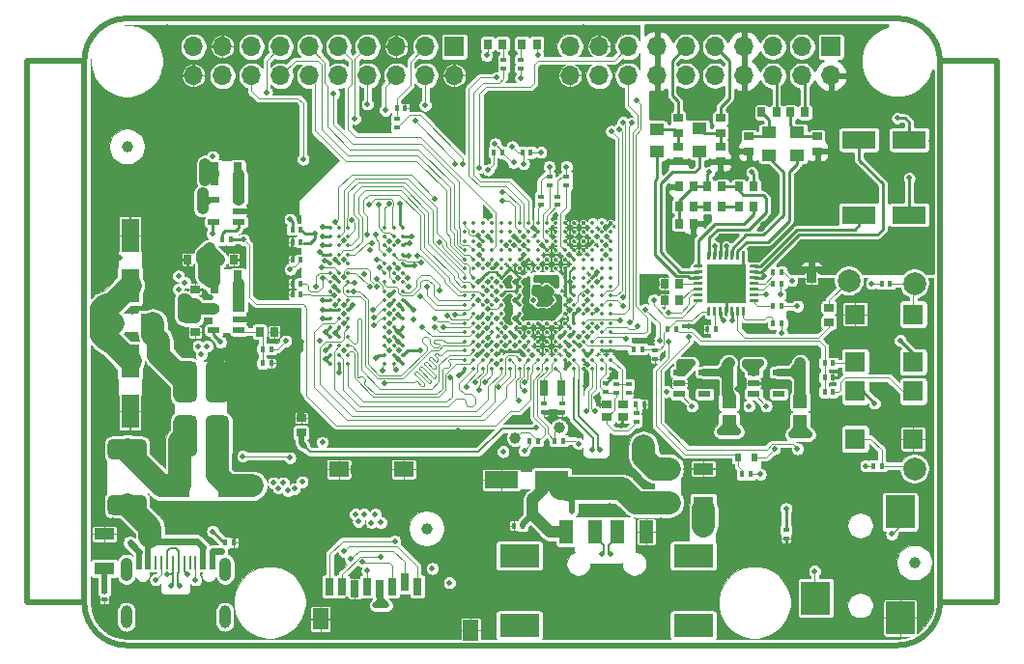
<source format=gbr>
%TF.GenerationSoftware,KiCad,Pcbnew,(5.1.10-1-10_14)*%
%TF.CreationDate,2021-07-27T16:35:17+02:00*%
%TF.ProjectId,EX-PCB-10108-001,45582d50-4342-42d3-9130-3130382d3030,A*%
%TF.SameCoordinates,Original*%
%TF.FileFunction,Copper,L1,Top*%
%TF.FilePolarity,Positive*%
%FSLAX46Y46*%
G04 Gerber Fmt 4.6, Leading zero omitted, Abs format (unit mm)*
G04 Created by KiCad (PCBNEW (5.1.10-1-10_14)) date 2021-07-27 16:35:17*
%MOMM*%
%LPD*%
G01*
G04 APERTURE LIST*
%TA.AperFunction,Profile*%
%ADD10C,0.500000*%
%TD*%
%TA.AperFunction,ComponentPad*%
%ADD11O,1.000000X2.000000*%
%TD*%
%TA.AperFunction,ComponentPad*%
%ADD12O,1.050000X2.100000*%
%TD*%
%TA.AperFunction,SMDPad,CuDef*%
%ADD13R,0.550000X1.150000*%
%TD*%
%TA.AperFunction,SMDPad,CuDef*%
%ADD14R,0.250000X1.150000*%
%TD*%
%TA.AperFunction,SMDPad,CuDef*%
%ADD15R,0.900000X0.800000*%
%TD*%
%TA.AperFunction,SMDPad,CuDef*%
%ADD16R,0.510000X0.450000*%
%TD*%
%TA.AperFunction,SMDPad,CuDef*%
%ADD17R,0.450000X0.510000*%
%TD*%
%TA.AperFunction,SMDPad,CuDef*%
%ADD18C,1.000000*%
%TD*%
%TA.AperFunction,SMDPad,CuDef*%
%ADD19R,0.810000X0.710000*%
%TD*%
%TA.AperFunction,SMDPad,CuDef*%
%ADD20R,0.800000X1.500000*%
%TD*%
%TA.AperFunction,SMDPad,CuDef*%
%ADD21R,1.400000X1.900000*%
%TD*%
%TA.AperFunction,SMDPad,CuDef*%
%ADD22R,1.800000X1.400000*%
%TD*%
%TA.AperFunction,SMDPad,CuDef*%
%ADD23R,0.710000X0.810000*%
%TD*%
%TA.AperFunction,SMDPad,CuDef*%
%ADD24R,3.350000X3.350000*%
%TD*%
%TA.AperFunction,ComponentPad*%
%ADD25C,0.500000*%
%TD*%
%TA.AperFunction,SMDPad,CuDef*%
%ADD26R,1.060000X0.500000*%
%TD*%
%TA.AperFunction,SMDPad,CuDef*%
%ADD27C,2.000000*%
%TD*%
%TA.AperFunction,SMDPad,CuDef*%
%ADD28R,1.250000X1.150000*%
%TD*%
%TA.AperFunction,SMDPad,CuDef*%
%ADD29R,1.800000X1.070000*%
%TD*%
%TA.AperFunction,SMDPad,CuDef*%
%ADD30R,0.600000X0.700000*%
%TD*%
%TA.AperFunction,SMDPad,CuDef*%
%ADD31R,1.250000X1.000000*%
%TD*%
%TA.AperFunction,SMDPad,CuDef*%
%ADD32R,3.000000X1.600000*%
%TD*%
%TA.AperFunction,SMDPad,CuDef*%
%ADD33R,2.550000X2.900000*%
%TD*%
%TA.AperFunction,ComponentPad*%
%ADD34R,1.700000X1.700000*%
%TD*%
%TA.AperFunction,ComponentPad*%
%ADD35O,1.700000X1.700000*%
%TD*%
%TA.AperFunction,ComponentPad*%
%ADD36C,1.000000*%
%TD*%
%TA.AperFunction,SMDPad,CuDef*%
%ADD37R,1.250000X2.000000*%
%TD*%
%TA.AperFunction,SMDPad,CuDef*%
%ADD38R,3.500000X2.000000*%
%TD*%
%TA.AperFunction,SMDPad,CuDef*%
%ADD39C,0.350000*%
%TD*%
%TA.AperFunction,SMDPad,CuDef*%
%ADD40R,1.800000X1.800000*%
%TD*%
%TA.AperFunction,SMDPad,CuDef*%
%ADD41R,1.070000X1.800000*%
%TD*%
%TA.AperFunction,SMDPad,CuDef*%
%ADD42R,1.750000X2.000000*%
%TD*%
%TA.AperFunction,SMDPad,CuDef*%
%ADD43R,1.600000X3.000000*%
%TD*%
%TA.AperFunction,SMDPad,CuDef*%
%ADD44R,0.800000X2.000000*%
%TD*%
%TA.AperFunction,SMDPad,CuDef*%
%ADD45R,0.700000X1.400000*%
%TD*%
%TA.AperFunction,ViaPad*%
%ADD46C,0.500000*%
%TD*%
%TA.AperFunction,Conductor*%
%ADD47C,0.250000*%
%TD*%
%TA.AperFunction,Conductor*%
%ADD48C,0.200000*%
%TD*%
%TA.AperFunction,Conductor*%
%ADD49C,0.125000*%
%TD*%
%TA.AperFunction,Conductor*%
%ADD50C,0.400000*%
%TD*%
%TA.AperFunction,Conductor*%
%ADD51C,0.500000*%
%TD*%
%TA.AperFunction,Conductor*%
%ADD52C,0.650000*%
%TD*%
%TA.AperFunction,Conductor*%
%ADD53C,2.000000*%
%TD*%
%TA.AperFunction,Conductor*%
%ADD54C,1.000000*%
%TD*%
%TA.AperFunction,Conductor*%
%ADD55C,0.115000*%
%TD*%
%TA.AperFunction,Conductor*%
%ADD56C,0.100000*%
%TD*%
%TA.AperFunction,Conductor*%
%ADD57C,0.600000*%
%TD*%
%TA.AperFunction,Conductor*%
%ADD58C,0.550000*%
%TD*%
%TA.AperFunction,Conductor*%
%ADD59C,0.350000*%
%TD*%
%TA.AperFunction,Conductor*%
%ADD60C,0.254000*%
%TD*%
G04 APERTURE END LIST*
D10*
X41450000Y-85250000D02*
X46450000Y-85250000D01*
X41450000Y-132750000D02*
X46450000Y-132750000D01*
X121450000Y-132750000D02*
X126450000Y-132750000D01*
X126450000Y-85250000D02*
X121450000Y-85250000D01*
X126450000Y-85250000D02*
X126450000Y-132750000D01*
X41450000Y-85250000D02*
X41450000Y-132750000D01*
X117700000Y-81500000D02*
G75*
G02*
X121450000Y-85250000I0J-3750000D01*
G01*
X46450000Y-85250000D02*
G75*
G02*
X50200000Y-81500000I3750000J0D01*
G01*
X50200000Y-136500000D02*
G75*
G02*
X46450000Y-132750000I0J3750000D01*
G01*
X121450000Y-132750000D02*
G75*
G02*
X117700000Y-136500000I-3750000J0D01*
G01*
X46450000Y-85250000D02*
X46450000Y-132750000D01*
X117700000Y-136500000D02*
X50200000Y-136500000D01*
X117700000Y-81500000D02*
X50200000Y-81500000D01*
X121450000Y-85250000D02*
X121450000Y-132750000D01*
D11*
X50130000Y-134000000D03*
X58770000Y-134000000D03*
D12*
X50130000Y-129820000D03*
X58770000Y-129820000D03*
D13*
X51250000Y-129245000D03*
X57650000Y-129245000D03*
X52050000Y-129245000D03*
X56850000Y-129245000D03*
D14*
X54700000Y-129245000D03*
X54200000Y-129245000D03*
X55200000Y-129245000D03*
X55700000Y-129245000D03*
X56200000Y-129245000D03*
X53700000Y-129245000D03*
X53200000Y-129245000D03*
X52700000Y-129245000D03*
D15*
X92250000Y-116450000D03*
X93650000Y-116450000D03*
X93650000Y-115350000D03*
X92250000Y-115350000D03*
D16*
X94150000Y-113625000D03*
X94150000Y-114375000D03*
X92150000Y-113525000D03*
X92150000Y-114275000D03*
D17*
X65425000Y-100000000D03*
X64675000Y-100000000D03*
X65425000Y-101100000D03*
X64675000Y-101100000D03*
D18*
X88050000Y-117400000D03*
X84200000Y-118300000D03*
D17*
X86225000Y-118550000D03*
X85475000Y-118550000D03*
X87675000Y-118550000D03*
X88425000Y-118550000D03*
D19*
X110200000Y-103700000D03*
X110200000Y-104350000D03*
D17*
X94575000Y-110500000D03*
X95325000Y-110500000D03*
D16*
X96450000Y-111375000D03*
X96450000Y-110625000D03*
D17*
X97575000Y-108750000D03*
X98325000Y-108750000D03*
X101825000Y-108750000D03*
X101075000Y-108750000D03*
X116325000Y-120750000D03*
X115575000Y-120750000D03*
X111325000Y-114250000D03*
X112075000Y-114250000D03*
X112075000Y-111750000D03*
X111325000Y-111750000D03*
X116325000Y-104750000D03*
X117075000Y-104750000D03*
X111325000Y-113000000D03*
X112075000Y-113000000D03*
D16*
X73850000Y-91075000D03*
X73850000Y-90325000D03*
D20*
X75640000Y-131350000D03*
X74540000Y-130950000D03*
X73440000Y-131350000D03*
X72340000Y-131550000D03*
X71240000Y-131350000D03*
X70140000Y-131550000D03*
X69040000Y-131350000D03*
X67940000Y-131350000D03*
D21*
X67150000Y-134200000D03*
X80300000Y-135200000D03*
D22*
X68750000Y-121050000D03*
X74450000Y-121050000D03*
D17*
X85575000Y-93250000D03*
X84825000Y-93250000D03*
X82325000Y-93250000D03*
X83075000Y-93250000D03*
D16*
X88700000Y-95375000D03*
X88700000Y-96125000D03*
X87950000Y-97125000D03*
X87950000Y-97875000D03*
X87200000Y-95375000D03*
X87200000Y-96125000D03*
X86450000Y-97125000D03*
X86450000Y-97875000D03*
D23*
X97305000Y-104750000D03*
X98595000Y-104750000D03*
X97305000Y-106250000D03*
X98595000Y-106250000D03*
D17*
X74575000Y-89400000D03*
X73825000Y-89400000D03*
X106825000Y-104750000D03*
X107575000Y-104750000D03*
X106825000Y-103750000D03*
X107575000Y-103750000D03*
X107575000Y-108250000D03*
X106825000Y-108250000D03*
X107575000Y-106750000D03*
X106825000Y-106750000D03*
%TA.AperFunction,SMDPad,CuDef*%
G36*
G01*
X101262500Y-107600000D02*
X101137500Y-107600000D01*
G75*
G02*
X101075000Y-107537500I0J62500D01*
G01*
X101075000Y-106862500D01*
G75*
G02*
X101137500Y-106800000I62500J0D01*
G01*
X101262500Y-106800000D01*
G75*
G02*
X101325000Y-106862500I0J-62500D01*
G01*
X101325000Y-107537500D01*
G75*
G02*
X101262500Y-107600000I-62500J0D01*
G01*
G37*
%TD.AperFunction*%
%TA.AperFunction,SMDPad,CuDef*%
G36*
G01*
X101762500Y-107600000D02*
X101637500Y-107600000D01*
G75*
G02*
X101575000Y-107537500I0J62500D01*
G01*
X101575000Y-106862500D01*
G75*
G02*
X101637500Y-106800000I62500J0D01*
G01*
X101762500Y-106800000D01*
G75*
G02*
X101825000Y-106862500I0J-62500D01*
G01*
X101825000Y-107537500D01*
G75*
G02*
X101762500Y-107600000I-62500J0D01*
G01*
G37*
%TD.AperFunction*%
%TA.AperFunction,SMDPad,CuDef*%
G36*
G01*
X102262500Y-107600000D02*
X102137500Y-107600000D01*
G75*
G02*
X102075000Y-107537500I0J62500D01*
G01*
X102075000Y-106862500D01*
G75*
G02*
X102137500Y-106800000I62500J0D01*
G01*
X102262500Y-106800000D01*
G75*
G02*
X102325000Y-106862500I0J-62500D01*
G01*
X102325000Y-107537500D01*
G75*
G02*
X102262500Y-107600000I-62500J0D01*
G01*
G37*
%TD.AperFunction*%
%TA.AperFunction,SMDPad,CuDef*%
G36*
G01*
X102762500Y-107600000D02*
X102637500Y-107600000D01*
G75*
G02*
X102575000Y-107537500I0J62500D01*
G01*
X102575000Y-106862500D01*
G75*
G02*
X102637500Y-106800000I62500J0D01*
G01*
X102762500Y-106800000D01*
G75*
G02*
X102825000Y-106862500I0J-62500D01*
G01*
X102825000Y-107537500D01*
G75*
G02*
X102762500Y-107600000I-62500J0D01*
G01*
G37*
%TD.AperFunction*%
%TA.AperFunction,SMDPad,CuDef*%
G36*
G01*
X103262500Y-107600000D02*
X103137500Y-107600000D01*
G75*
G02*
X103075000Y-107537500I0J62500D01*
G01*
X103075000Y-106862500D01*
G75*
G02*
X103137500Y-106800000I62500J0D01*
G01*
X103262500Y-106800000D01*
G75*
G02*
X103325000Y-106862500I0J-62500D01*
G01*
X103325000Y-107537500D01*
G75*
G02*
X103262500Y-107600000I-62500J0D01*
G01*
G37*
%TD.AperFunction*%
%TA.AperFunction,SMDPad,CuDef*%
G36*
G01*
X103762500Y-107600000D02*
X103637500Y-107600000D01*
G75*
G02*
X103575000Y-107537500I0J62500D01*
G01*
X103575000Y-106862500D01*
G75*
G02*
X103637500Y-106800000I62500J0D01*
G01*
X103762500Y-106800000D01*
G75*
G02*
X103825000Y-106862500I0J-62500D01*
G01*
X103825000Y-107537500D01*
G75*
G02*
X103762500Y-107600000I-62500J0D01*
G01*
G37*
%TD.AperFunction*%
%TA.AperFunction,SMDPad,CuDef*%
G36*
G01*
X104262500Y-107600000D02*
X104137500Y-107600000D01*
G75*
G02*
X104075000Y-107537500I0J62500D01*
G01*
X104075000Y-106862500D01*
G75*
G02*
X104137500Y-106800000I62500J0D01*
G01*
X104262500Y-106800000D01*
G75*
G02*
X104325000Y-106862500I0J-62500D01*
G01*
X104325000Y-107537500D01*
G75*
G02*
X104262500Y-107600000I-62500J0D01*
G01*
G37*
%TD.AperFunction*%
%TA.AperFunction,SMDPad,CuDef*%
G36*
G01*
X105487500Y-106375000D02*
X104812500Y-106375000D01*
G75*
G02*
X104750000Y-106312500I0J62500D01*
G01*
X104750000Y-106187500D01*
G75*
G02*
X104812500Y-106125000I62500J0D01*
G01*
X105487500Y-106125000D01*
G75*
G02*
X105550000Y-106187500I0J-62500D01*
G01*
X105550000Y-106312500D01*
G75*
G02*
X105487500Y-106375000I-62500J0D01*
G01*
G37*
%TD.AperFunction*%
%TA.AperFunction,SMDPad,CuDef*%
G36*
G01*
X105487500Y-105875000D02*
X104812500Y-105875000D01*
G75*
G02*
X104750000Y-105812500I0J62500D01*
G01*
X104750000Y-105687500D01*
G75*
G02*
X104812500Y-105625000I62500J0D01*
G01*
X105487500Y-105625000D01*
G75*
G02*
X105550000Y-105687500I0J-62500D01*
G01*
X105550000Y-105812500D01*
G75*
G02*
X105487500Y-105875000I-62500J0D01*
G01*
G37*
%TD.AperFunction*%
%TA.AperFunction,SMDPad,CuDef*%
G36*
G01*
X105487500Y-105375000D02*
X104812500Y-105375000D01*
G75*
G02*
X104750000Y-105312500I0J62500D01*
G01*
X104750000Y-105187500D01*
G75*
G02*
X104812500Y-105125000I62500J0D01*
G01*
X105487500Y-105125000D01*
G75*
G02*
X105550000Y-105187500I0J-62500D01*
G01*
X105550000Y-105312500D01*
G75*
G02*
X105487500Y-105375000I-62500J0D01*
G01*
G37*
%TD.AperFunction*%
%TA.AperFunction,SMDPad,CuDef*%
G36*
G01*
X105487500Y-104875000D02*
X104812500Y-104875000D01*
G75*
G02*
X104750000Y-104812500I0J62500D01*
G01*
X104750000Y-104687500D01*
G75*
G02*
X104812500Y-104625000I62500J0D01*
G01*
X105487500Y-104625000D01*
G75*
G02*
X105550000Y-104687500I0J-62500D01*
G01*
X105550000Y-104812500D01*
G75*
G02*
X105487500Y-104875000I-62500J0D01*
G01*
G37*
%TD.AperFunction*%
%TA.AperFunction,SMDPad,CuDef*%
G36*
G01*
X105487500Y-104375000D02*
X104812500Y-104375000D01*
G75*
G02*
X104750000Y-104312500I0J62500D01*
G01*
X104750000Y-104187500D01*
G75*
G02*
X104812500Y-104125000I62500J0D01*
G01*
X105487500Y-104125000D01*
G75*
G02*
X105550000Y-104187500I0J-62500D01*
G01*
X105550000Y-104312500D01*
G75*
G02*
X105487500Y-104375000I-62500J0D01*
G01*
G37*
%TD.AperFunction*%
%TA.AperFunction,SMDPad,CuDef*%
G36*
G01*
X105487500Y-103875000D02*
X104812500Y-103875000D01*
G75*
G02*
X104750000Y-103812500I0J62500D01*
G01*
X104750000Y-103687500D01*
G75*
G02*
X104812500Y-103625000I62500J0D01*
G01*
X105487500Y-103625000D01*
G75*
G02*
X105550000Y-103687500I0J-62500D01*
G01*
X105550000Y-103812500D01*
G75*
G02*
X105487500Y-103875000I-62500J0D01*
G01*
G37*
%TD.AperFunction*%
%TA.AperFunction,SMDPad,CuDef*%
G36*
G01*
X105487500Y-103375000D02*
X104812500Y-103375000D01*
G75*
G02*
X104750000Y-103312500I0J62500D01*
G01*
X104750000Y-103187500D01*
G75*
G02*
X104812500Y-103125000I62500J0D01*
G01*
X105487500Y-103125000D01*
G75*
G02*
X105550000Y-103187500I0J-62500D01*
G01*
X105550000Y-103312500D01*
G75*
G02*
X105487500Y-103375000I-62500J0D01*
G01*
G37*
%TD.AperFunction*%
%TA.AperFunction,SMDPad,CuDef*%
G36*
G01*
X104262500Y-102700000D02*
X104137500Y-102700000D01*
G75*
G02*
X104075000Y-102637500I0J62500D01*
G01*
X104075000Y-101962500D01*
G75*
G02*
X104137500Y-101900000I62500J0D01*
G01*
X104262500Y-101900000D01*
G75*
G02*
X104325000Y-101962500I0J-62500D01*
G01*
X104325000Y-102637500D01*
G75*
G02*
X104262500Y-102700000I-62500J0D01*
G01*
G37*
%TD.AperFunction*%
%TA.AperFunction,SMDPad,CuDef*%
G36*
G01*
X103762500Y-102700000D02*
X103637500Y-102700000D01*
G75*
G02*
X103575000Y-102637500I0J62500D01*
G01*
X103575000Y-101962500D01*
G75*
G02*
X103637500Y-101900000I62500J0D01*
G01*
X103762500Y-101900000D01*
G75*
G02*
X103825000Y-101962500I0J-62500D01*
G01*
X103825000Y-102637500D01*
G75*
G02*
X103762500Y-102700000I-62500J0D01*
G01*
G37*
%TD.AperFunction*%
%TA.AperFunction,SMDPad,CuDef*%
G36*
G01*
X103262500Y-102700000D02*
X103137500Y-102700000D01*
G75*
G02*
X103075000Y-102637500I0J62500D01*
G01*
X103075000Y-101962500D01*
G75*
G02*
X103137500Y-101900000I62500J0D01*
G01*
X103262500Y-101900000D01*
G75*
G02*
X103325000Y-101962500I0J-62500D01*
G01*
X103325000Y-102637500D01*
G75*
G02*
X103262500Y-102700000I-62500J0D01*
G01*
G37*
%TD.AperFunction*%
%TA.AperFunction,SMDPad,CuDef*%
G36*
G01*
X102762500Y-102700000D02*
X102637500Y-102700000D01*
G75*
G02*
X102575000Y-102637500I0J62500D01*
G01*
X102575000Y-101962500D01*
G75*
G02*
X102637500Y-101900000I62500J0D01*
G01*
X102762500Y-101900000D01*
G75*
G02*
X102825000Y-101962500I0J-62500D01*
G01*
X102825000Y-102637500D01*
G75*
G02*
X102762500Y-102700000I-62500J0D01*
G01*
G37*
%TD.AperFunction*%
%TA.AperFunction,SMDPad,CuDef*%
G36*
G01*
X102262500Y-102700000D02*
X102137500Y-102700000D01*
G75*
G02*
X102075000Y-102637500I0J62500D01*
G01*
X102075000Y-101962500D01*
G75*
G02*
X102137500Y-101900000I62500J0D01*
G01*
X102262500Y-101900000D01*
G75*
G02*
X102325000Y-101962500I0J-62500D01*
G01*
X102325000Y-102637500D01*
G75*
G02*
X102262500Y-102700000I-62500J0D01*
G01*
G37*
%TD.AperFunction*%
%TA.AperFunction,SMDPad,CuDef*%
G36*
G01*
X101762500Y-102700000D02*
X101637500Y-102700000D01*
G75*
G02*
X101575000Y-102637500I0J62500D01*
G01*
X101575000Y-101962500D01*
G75*
G02*
X101637500Y-101900000I62500J0D01*
G01*
X101762500Y-101900000D01*
G75*
G02*
X101825000Y-101962500I0J-62500D01*
G01*
X101825000Y-102637500D01*
G75*
G02*
X101762500Y-102700000I-62500J0D01*
G01*
G37*
%TD.AperFunction*%
%TA.AperFunction,SMDPad,CuDef*%
G36*
G01*
X101262500Y-102700000D02*
X101137500Y-102700000D01*
G75*
G02*
X101075000Y-102637500I0J62500D01*
G01*
X101075000Y-101962500D01*
G75*
G02*
X101137500Y-101900000I62500J0D01*
G01*
X101262500Y-101900000D01*
G75*
G02*
X101325000Y-101962500I0J-62500D01*
G01*
X101325000Y-102637500D01*
G75*
G02*
X101262500Y-102700000I-62500J0D01*
G01*
G37*
%TD.AperFunction*%
%TA.AperFunction,SMDPad,CuDef*%
G36*
G01*
X100587500Y-103375000D02*
X99912500Y-103375000D01*
G75*
G02*
X99850000Y-103312500I0J62500D01*
G01*
X99850000Y-103187500D01*
G75*
G02*
X99912500Y-103125000I62500J0D01*
G01*
X100587500Y-103125000D01*
G75*
G02*
X100650000Y-103187500I0J-62500D01*
G01*
X100650000Y-103312500D01*
G75*
G02*
X100587500Y-103375000I-62500J0D01*
G01*
G37*
%TD.AperFunction*%
%TA.AperFunction,SMDPad,CuDef*%
G36*
G01*
X100587500Y-103875000D02*
X99912500Y-103875000D01*
G75*
G02*
X99850000Y-103812500I0J62500D01*
G01*
X99850000Y-103687500D01*
G75*
G02*
X99912500Y-103625000I62500J0D01*
G01*
X100587500Y-103625000D01*
G75*
G02*
X100650000Y-103687500I0J-62500D01*
G01*
X100650000Y-103812500D01*
G75*
G02*
X100587500Y-103875000I-62500J0D01*
G01*
G37*
%TD.AperFunction*%
%TA.AperFunction,SMDPad,CuDef*%
G36*
G01*
X100587500Y-104375000D02*
X99912500Y-104375000D01*
G75*
G02*
X99850000Y-104312500I0J62500D01*
G01*
X99850000Y-104187500D01*
G75*
G02*
X99912500Y-104125000I62500J0D01*
G01*
X100587500Y-104125000D01*
G75*
G02*
X100650000Y-104187500I0J-62500D01*
G01*
X100650000Y-104312500D01*
G75*
G02*
X100587500Y-104375000I-62500J0D01*
G01*
G37*
%TD.AperFunction*%
%TA.AperFunction,SMDPad,CuDef*%
G36*
G01*
X100587500Y-104875000D02*
X99912500Y-104875000D01*
G75*
G02*
X99850000Y-104812500I0J62500D01*
G01*
X99850000Y-104687500D01*
G75*
G02*
X99912500Y-104625000I62500J0D01*
G01*
X100587500Y-104625000D01*
G75*
G02*
X100650000Y-104687500I0J-62500D01*
G01*
X100650000Y-104812500D01*
G75*
G02*
X100587500Y-104875000I-62500J0D01*
G01*
G37*
%TD.AperFunction*%
%TA.AperFunction,SMDPad,CuDef*%
G36*
G01*
X100587500Y-105375000D02*
X99912500Y-105375000D01*
G75*
G02*
X99850000Y-105312500I0J62500D01*
G01*
X99850000Y-105187500D01*
G75*
G02*
X99912500Y-105125000I62500J0D01*
G01*
X100587500Y-105125000D01*
G75*
G02*
X100650000Y-105187500I0J-62500D01*
G01*
X100650000Y-105312500D01*
G75*
G02*
X100587500Y-105375000I-62500J0D01*
G01*
G37*
%TD.AperFunction*%
%TA.AperFunction,SMDPad,CuDef*%
G36*
G01*
X100587500Y-105875000D02*
X99912500Y-105875000D01*
G75*
G02*
X99850000Y-105812500I0J62500D01*
G01*
X99850000Y-105687500D01*
G75*
G02*
X99912500Y-105625000I62500J0D01*
G01*
X100587500Y-105625000D01*
G75*
G02*
X100650000Y-105687500I0J-62500D01*
G01*
X100650000Y-105812500D01*
G75*
G02*
X100587500Y-105875000I-62500J0D01*
G01*
G37*
%TD.AperFunction*%
%TA.AperFunction,SMDPad,CuDef*%
G36*
G01*
X100587500Y-106375000D02*
X99912500Y-106375000D01*
G75*
G02*
X99850000Y-106312500I0J62500D01*
G01*
X99850000Y-106187500D01*
G75*
G02*
X99912500Y-106125000I62500J0D01*
G01*
X100587500Y-106125000D01*
G75*
G02*
X100650000Y-106187500I0J-62500D01*
G01*
X100650000Y-106312500D01*
G75*
G02*
X100587500Y-106375000I-62500J0D01*
G01*
G37*
%TD.AperFunction*%
D24*
X102700000Y-104750000D03*
D25*
X101700000Y-105750000D03*
X101700000Y-104750000D03*
X101700000Y-103750000D03*
X102700000Y-105750000D03*
X102700000Y-104750000D03*
X102700000Y-103750000D03*
X103700000Y-105750000D03*
X103700000Y-104750000D03*
X103700000Y-103750000D03*
D26*
X100800000Y-112550000D03*
X100800000Y-114450000D03*
X98600000Y-114450000D03*
X98600000Y-113500000D03*
X98600000Y-112550000D03*
X107300000Y-112550000D03*
X107300000Y-114450000D03*
X105100000Y-114450000D03*
X105100000Y-113500000D03*
X105100000Y-112550000D03*
D27*
X119200000Y-121000000D03*
X119200000Y-104750000D03*
X113450000Y-104500000D03*
D16*
X84700000Y-85125000D03*
X84700000Y-85875000D03*
X83200000Y-85875000D03*
X83200000Y-85125000D03*
D23*
X99845000Y-99500000D03*
X98555000Y-99500000D03*
X105095000Y-96250000D03*
X103805000Y-96250000D03*
X101055000Y-96250000D03*
X102345000Y-96250000D03*
X101055000Y-98000000D03*
X102345000Y-98000000D03*
X103805000Y-98000000D03*
X105095000Y-98000000D03*
D19*
X111700000Y-106855000D03*
X111700000Y-108145000D03*
D23*
X107095000Y-89750000D03*
X105805000Y-89750000D03*
X109595000Y-89750000D03*
X108305000Y-89750000D03*
D19*
X110700000Y-93145000D03*
X110700000Y-91855000D03*
X104700000Y-93145000D03*
X104700000Y-91855000D03*
X98500000Y-94045000D03*
X98500000Y-92755000D03*
X98500000Y-91545000D03*
X98500000Y-90255000D03*
X102200000Y-94045000D03*
X102200000Y-92755000D03*
X102200000Y-91545000D03*
X102200000Y-90255000D03*
D17*
X104825000Y-121500000D03*
X104075000Y-121500000D03*
D23*
X63095000Y-109000000D03*
X61805000Y-109000000D03*
D18*
X119200000Y-129250000D03*
D28*
X102950000Y-116875000D03*
X102950000Y-115125000D03*
X109200000Y-116875000D03*
X109200000Y-115125000D03*
D29*
X97700000Y-120995000D03*
X97700000Y-124005000D03*
D30*
X103750000Y-120000000D03*
X105150000Y-120000000D03*
D23*
X83095000Y-83750000D03*
X81805000Y-83750000D03*
X84805000Y-83750000D03*
X86095000Y-83750000D03*
D16*
X107950000Y-127125000D03*
X107950000Y-126375000D03*
D17*
X59575000Y-127500000D03*
X58825000Y-127500000D03*
D23*
X99845000Y-96250000D03*
X98555000Y-96250000D03*
X98555000Y-98000000D03*
X99845000Y-98000000D03*
D31*
X106450000Y-91500000D03*
X106450000Y-93500000D03*
X108950000Y-91500000D03*
X108950000Y-93500000D03*
X96650000Y-93200000D03*
X96650000Y-91200000D03*
X100350000Y-93150000D03*
X100350000Y-91150000D03*
D17*
X84075000Y-126000000D03*
X84825000Y-126000000D03*
D32*
X87400000Y-122000000D03*
X83000000Y-122000000D03*
D33*
X117950000Y-124800000D03*
X117950000Y-134100000D03*
X110550000Y-132350000D03*
D34*
X111880000Y-83980000D03*
D35*
X111880000Y-86520000D03*
X109340000Y-83980000D03*
X109340000Y-86520000D03*
X106800000Y-83980000D03*
X106800000Y-86520000D03*
X104260000Y-83980000D03*
X104260000Y-86520000D03*
X101720000Y-83980000D03*
X101720000Y-86520000D03*
X99180000Y-83980000D03*
X99180000Y-86520000D03*
X96640000Y-83980000D03*
X96640000Y-86520000D03*
X94100000Y-83980000D03*
X94100000Y-86520000D03*
X91560000Y-83980000D03*
X91560000Y-86520000D03*
X89020000Y-83980000D03*
X89020000Y-86520000D03*
D34*
X78880000Y-83980000D03*
D35*
X78880000Y-86520000D03*
X76340000Y-83980000D03*
X76340000Y-86520000D03*
X73800000Y-83980000D03*
X73800000Y-86520000D03*
X71260000Y-83980000D03*
X71260000Y-86520000D03*
X68720000Y-83980000D03*
X68720000Y-86520000D03*
X66180000Y-83980000D03*
X66180000Y-86520000D03*
X63640000Y-83980000D03*
X63640000Y-86520000D03*
X61100000Y-83980000D03*
X61100000Y-86520000D03*
X58560000Y-83980000D03*
X58560000Y-86520000D03*
X56020000Y-83980000D03*
X56020000Y-86520000D03*
D36*
X98800000Y-128650000D03*
X100000000Y-128650000D03*
X100000000Y-134750000D03*
X98800000Y-134750000D03*
X84400000Y-134750000D03*
X85600000Y-134750000D03*
X84400000Y-128650000D03*
X85600000Y-128650000D03*
D37*
X88700000Y-126550000D03*
X95700000Y-126550000D03*
X91200000Y-126550000D03*
D38*
X84575000Y-128650000D03*
X99825000Y-128650000D03*
X99825000Y-134750000D03*
X84575000Y-134750000D03*
D37*
X93200000Y-126550000D03*
D39*
X92580000Y-112230000D03*
X92580000Y-111430000D03*
X92580000Y-110630000D03*
X92580000Y-109830000D03*
X92580000Y-109030000D03*
X92580000Y-108230000D03*
X92580000Y-107430000D03*
X92580000Y-106630000D03*
X92580000Y-105830000D03*
X92580000Y-105030000D03*
X92580000Y-104230000D03*
X92580000Y-103430000D03*
X92580000Y-102630000D03*
X92580000Y-101830000D03*
X92580000Y-101030000D03*
X92580000Y-100230000D03*
X92580000Y-99430000D03*
X91780000Y-112230000D03*
X91780000Y-111430000D03*
X91780000Y-110630000D03*
X91780000Y-109830000D03*
X91780000Y-109030000D03*
X91780000Y-108230000D03*
X91780000Y-107430000D03*
X91780000Y-106630000D03*
X91780000Y-105830000D03*
X91780000Y-105030000D03*
X91780000Y-104230000D03*
X91780000Y-103430000D03*
X91780000Y-102630000D03*
X91780000Y-101830000D03*
X91780000Y-101030000D03*
X91780000Y-100230000D03*
X91780000Y-99430000D03*
X90980000Y-112230000D03*
X90980000Y-111430000D03*
X90980000Y-110630000D03*
X90980000Y-109830000D03*
X90980000Y-109030000D03*
X90980000Y-108230000D03*
X90980000Y-107430000D03*
X90980000Y-106630000D03*
X90980000Y-105830000D03*
X90980000Y-105030000D03*
X90980000Y-104230000D03*
X90980000Y-103430000D03*
X90980000Y-102630000D03*
X90980000Y-101830000D03*
X90980000Y-101030000D03*
X90980000Y-100230000D03*
X90980000Y-99430000D03*
X90180000Y-112230000D03*
X90180000Y-111430000D03*
X90180000Y-110630000D03*
X90180000Y-109830000D03*
X90180000Y-109030000D03*
X90180000Y-108230000D03*
X90180000Y-107430000D03*
X90180000Y-106630000D03*
X90180000Y-105830000D03*
X90180000Y-105030000D03*
X90180000Y-104230000D03*
X90180000Y-103430000D03*
X90180000Y-102630000D03*
X90180000Y-101830000D03*
X90180000Y-101030000D03*
X90180000Y-100230000D03*
X90180000Y-99430000D03*
X89380000Y-112230000D03*
X89380000Y-111430000D03*
X89380000Y-110630000D03*
X89380000Y-109830000D03*
X89380000Y-109030000D03*
X89380000Y-108230000D03*
X89380000Y-107430000D03*
X89380000Y-106630000D03*
X89380000Y-105830000D03*
X89380000Y-105030000D03*
X89380000Y-104230000D03*
X89380000Y-103430000D03*
X89380000Y-102630000D03*
X89380000Y-101830000D03*
X89380000Y-101030000D03*
X89380000Y-100230000D03*
X89380000Y-99430000D03*
X88580000Y-112230000D03*
X88580000Y-111430000D03*
X88580000Y-110630000D03*
X88580000Y-109830000D03*
X88580000Y-109030000D03*
X88580000Y-108230000D03*
X88580000Y-107430000D03*
X88580000Y-106630000D03*
X88580000Y-105830000D03*
X88580000Y-105030000D03*
X88580000Y-104230000D03*
X88580000Y-103430000D03*
X88580000Y-102630000D03*
X88580000Y-101830000D03*
X88580000Y-101030000D03*
X88580000Y-100230000D03*
X88580000Y-99430000D03*
X87780000Y-112230000D03*
X87780000Y-111430000D03*
X87780000Y-110630000D03*
X87780000Y-109830000D03*
X87780000Y-109030000D03*
X87780000Y-108230000D03*
X87780000Y-107430000D03*
X87780000Y-106630000D03*
X87780000Y-105830000D03*
X87780000Y-105030000D03*
X87780000Y-104230000D03*
X87780000Y-103430000D03*
X87780000Y-102630000D03*
X87780000Y-101830000D03*
X87780000Y-101030000D03*
X87780000Y-100230000D03*
X87780000Y-99430000D03*
X86980000Y-112230000D03*
X86980000Y-111430000D03*
X86980000Y-110630000D03*
X86980000Y-109830000D03*
X86980000Y-109030000D03*
X86980000Y-108230000D03*
X86980000Y-107430000D03*
X86980000Y-106630000D03*
X86980000Y-105830000D03*
X86980000Y-105030000D03*
X86980000Y-104230000D03*
X86980000Y-103430000D03*
X86980000Y-102630000D03*
X86980000Y-101830000D03*
X86980000Y-101030000D03*
X86980000Y-100230000D03*
X86980000Y-99430000D03*
X86180000Y-112230000D03*
X86180000Y-111430000D03*
X86180000Y-110630000D03*
X86180000Y-109830000D03*
X86180000Y-109030000D03*
X86180000Y-108230000D03*
X86180000Y-107430000D03*
X86180000Y-106630000D03*
X86180000Y-105830000D03*
X86180000Y-105030000D03*
X86180000Y-104230000D03*
X86180000Y-103430000D03*
X86180000Y-102630000D03*
X86180000Y-101830000D03*
X86180000Y-101030000D03*
X86180000Y-100230000D03*
X86180000Y-99430000D03*
X85380000Y-112230000D03*
X85380000Y-111430000D03*
X85380000Y-110630000D03*
X85380000Y-109830000D03*
X85380000Y-109030000D03*
X85380000Y-108230000D03*
X85380000Y-107430000D03*
X85380000Y-106630000D03*
X85380000Y-105830000D03*
X85380000Y-105030000D03*
X85380000Y-104230000D03*
X85380000Y-103430000D03*
X85380000Y-102630000D03*
X85380000Y-101830000D03*
X85380000Y-101030000D03*
X85380000Y-100230000D03*
X85380000Y-99430000D03*
X84580000Y-112230000D03*
X84580000Y-111430000D03*
X84580000Y-110630000D03*
X84580000Y-109830000D03*
X84580000Y-109030000D03*
X84580000Y-108230000D03*
X84580000Y-107430000D03*
X84580000Y-106630000D03*
X84580000Y-105830000D03*
X84580000Y-105030000D03*
X84580000Y-104230000D03*
X84580000Y-103430000D03*
X84580000Y-102630000D03*
X84580000Y-101830000D03*
X84580000Y-101030000D03*
X84580000Y-100230000D03*
X84580000Y-99430000D03*
X83780000Y-112230000D03*
X83780000Y-111430000D03*
X83780000Y-110630000D03*
X83780000Y-109830000D03*
X83780000Y-109030000D03*
X83780000Y-108230000D03*
X83780000Y-107430000D03*
X83780000Y-106630000D03*
X83780000Y-105830000D03*
X83780000Y-105030000D03*
X83780000Y-104230000D03*
X83780000Y-103430000D03*
X83780000Y-102630000D03*
X83780000Y-101830000D03*
X83780000Y-101030000D03*
X83780000Y-100230000D03*
X83780000Y-99430000D03*
X82980000Y-112230000D03*
X82980000Y-111430000D03*
X82980000Y-110630000D03*
X82980000Y-109830000D03*
X82980000Y-109030000D03*
X82980000Y-108230000D03*
X82980000Y-107430000D03*
X82980000Y-106630000D03*
X82980000Y-105830000D03*
X82980000Y-105030000D03*
X82980000Y-104230000D03*
X82980000Y-103430000D03*
X82980000Y-102630000D03*
X82980000Y-101830000D03*
X82980000Y-101030000D03*
X82980000Y-100230000D03*
X82980000Y-99430000D03*
X82180000Y-112230000D03*
X82180000Y-111430000D03*
X82180000Y-110630000D03*
X82180000Y-109830000D03*
X82180000Y-109030000D03*
X82180000Y-108230000D03*
X82180000Y-107430000D03*
X82180000Y-106630000D03*
X82180000Y-105830000D03*
X82180000Y-105030000D03*
X82180000Y-104230000D03*
X82180000Y-103430000D03*
X82180000Y-102630000D03*
X82180000Y-101830000D03*
X82180000Y-101030000D03*
X82180000Y-100230000D03*
X82180000Y-99430000D03*
X81380000Y-112230000D03*
X81380000Y-111430000D03*
X81380000Y-110630000D03*
X81380000Y-109830000D03*
X81380000Y-109030000D03*
X81380000Y-108230000D03*
X81380000Y-107430000D03*
X81380000Y-106630000D03*
X81380000Y-105830000D03*
X81380000Y-105030000D03*
X81380000Y-104230000D03*
X81380000Y-103430000D03*
X81380000Y-102630000D03*
X81380000Y-101830000D03*
X81380000Y-101030000D03*
X81380000Y-100230000D03*
X81380000Y-99430000D03*
X80580000Y-112230000D03*
X80580000Y-111430000D03*
X80580000Y-110630000D03*
X80580000Y-109830000D03*
X80580000Y-109030000D03*
X80580000Y-108230000D03*
X80580000Y-107430000D03*
X80580000Y-106630000D03*
X80580000Y-105830000D03*
X80580000Y-105030000D03*
X80580000Y-104230000D03*
X80580000Y-103430000D03*
X80580000Y-102630000D03*
X80580000Y-101830000D03*
X80580000Y-101030000D03*
X80580000Y-100230000D03*
X80580000Y-99430000D03*
X79780000Y-112230000D03*
X79780000Y-111430000D03*
X79780000Y-110630000D03*
X79780000Y-109830000D03*
X79780000Y-109030000D03*
X79780000Y-108230000D03*
X79780000Y-107430000D03*
X79780000Y-106630000D03*
X79780000Y-105830000D03*
X79780000Y-105030000D03*
X79780000Y-104230000D03*
X79780000Y-103430000D03*
X79780000Y-102630000D03*
X79780000Y-101830000D03*
X79780000Y-101030000D03*
X79780000Y-100230000D03*
X79780000Y-99430000D03*
D40*
X114010000Y-114205000D03*
X119090000Y-114205000D03*
X119090000Y-118395000D03*
X114010000Y-118395000D03*
X119090000Y-111645000D03*
X114010000Y-111645000D03*
X114010000Y-107455000D03*
X119090000Y-107455000D03*
D16*
X48200000Y-131750000D03*
X48200000Y-132500000D03*
%TA.AperFunction,SMDPad,CuDef*%
G36*
G01*
X55821250Y-119955000D02*
X54778750Y-119955000D01*
G75*
G02*
X54257500Y-119433750I0J521250D01*
G01*
X54257500Y-116816250D01*
G75*
G02*
X54778750Y-116295000I521250J0D01*
G01*
X55821250Y-116295000D01*
G75*
G02*
X56342500Y-116816250I0J-521250D01*
G01*
X56342500Y-119433750D01*
G75*
G02*
X55821250Y-119955000I-521250J0D01*
G01*
G37*
%TD.AperFunction*%
%TA.AperFunction,SMDPad,CuDef*%
G36*
G01*
X58621250Y-119955000D02*
X57578750Y-119955000D01*
G75*
G02*
X57057500Y-119433750I0J521250D01*
G01*
X57057500Y-116816250D01*
G75*
G02*
X57578750Y-116295000I521250J0D01*
G01*
X58621250Y-116295000D01*
G75*
G02*
X59142500Y-116816250I0J-521250D01*
G01*
X59142500Y-119433750D01*
G75*
G02*
X58621250Y-119955000I-521250J0D01*
G01*
G37*
%TD.AperFunction*%
%TA.AperFunction,SMDPad,CuDef*%
G36*
G01*
X58621250Y-115205000D02*
X57578750Y-115205000D01*
G75*
G02*
X57057500Y-114683750I0J521250D01*
G01*
X57057500Y-112066250D01*
G75*
G02*
X57578750Y-111545000I521250J0D01*
G01*
X58621250Y-111545000D01*
G75*
G02*
X59142500Y-112066250I0J-521250D01*
G01*
X59142500Y-114683750D01*
G75*
G02*
X58621250Y-115205000I-521250J0D01*
G01*
G37*
%TD.AperFunction*%
%TA.AperFunction,SMDPad,CuDef*%
G36*
G01*
X55821250Y-115205000D02*
X54778750Y-115205000D01*
G75*
G02*
X54257500Y-114683750I0J521250D01*
G01*
X54257500Y-112066250D01*
G75*
G02*
X54778750Y-111545000I521250J0D01*
G01*
X55821250Y-111545000D01*
G75*
G02*
X56342500Y-112066250I0J-521250D01*
G01*
X56342500Y-114683750D01*
G75*
G02*
X55821250Y-115205000I-521250J0D01*
G01*
G37*
%TD.AperFunction*%
D29*
X100700000Y-124005000D03*
X100700000Y-120995000D03*
D41*
X48945000Y-108250000D03*
X51955000Y-108250000D03*
%TA.AperFunction,SMDPad,CuDef*%
G36*
G01*
X48888500Y-118425000D02*
X51511500Y-118425000D01*
G75*
G02*
X51900000Y-118813500I0J-388500D01*
G01*
X51900000Y-119786500D01*
G75*
G02*
X51511500Y-120175000I-388500J0D01*
G01*
X48888500Y-120175000D01*
G75*
G02*
X48500000Y-119786500I0J388500D01*
G01*
X48500000Y-118813500D01*
G75*
G02*
X48888500Y-118425000I388500J0D01*
G01*
G37*
%TD.AperFunction*%
%TA.AperFunction,SMDPad,CuDef*%
G36*
G01*
X48888500Y-123325000D02*
X51511500Y-123325000D01*
G75*
G02*
X51900000Y-123713500I0J-388500D01*
G01*
X51900000Y-124686500D01*
G75*
G02*
X51511500Y-125075000I-388500J0D01*
G01*
X48888500Y-125075000D01*
G75*
G02*
X48500000Y-124686500I0J388500D01*
G01*
X48500000Y-123713500D01*
G75*
G02*
X48888500Y-123325000I388500J0D01*
G01*
G37*
%TD.AperFunction*%
D42*
X59050000Y-122500000D03*
X54850000Y-122500000D03*
D29*
X48200000Y-126745000D03*
X48200000Y-129755000D03*
D32*
X114350000Y-98730000D03*
X118750000Y-98730000D03*
X114350000Y-92150000D03*
X118750000Y-92150000D03*
D43*
X50450000Y-111550000D03*
X50450000Y-115950000D03*
X50450000Y-104950000D03*
X50450000Y-100550000D03*
D18*
X76450000Y-126250000D03*
X50200000Y-92750000D03*
D26*
X57800000Y-99350000D03*
X57800000Y-97450000D03*
X60000000Y-97450000D03*
X60000000Y-98400000D03*
X60000000Y-99350000D03*
D17*
X59275000Y-100900000D03*
X58525000Y-100900000D03*
D19*
X56150000Y-106545000D03*
X56150000Y-105255000D03*
X65450000Y-117845000D03*
X65450000Y-116555000D03*
D26*
X57800000Y-108850000D03*
X57800000Y-106950000D03*
X60000000Y-106950000D03*
X60000000Y-107900000D03*
X60000000Y-108850000D03*
D17*
X62825000Y-110500000D03*
X62075000Y-110500000D03*
X62825000Y-111750000D03*
X62075000Y-111750000D03*
D19*
X56150000Y-107755000D03*
X56150000Y-109045000D03*
D44*
X57900000Y-104650000D03*
X59900000Y-104650000D03*
D16*
X93100000Y-114325000D03*
X93100000Y-113575000D03*
D17*
X94750000Y-115325000D03*
X95500000Y-115325000D03*
D16*
X94825000Y-116900000D03*
X94825000Y-116150000D03*
D17*
X64675000Y-102700000D03*
X65425000Y-102700000D03*
X65425000Y-104750000D03*
X64675000Y-104750000D03*
X65425000Y-105750000D03*
X64675000Y-105750000D03*
D45*
X88250000Y-113950000D03*
X86750000Y-113950000D03*
D39*
X74380000Y-111830000D03*
X74380000Y-111030000D03*
X74380000Y-110230000D03*
X74380000Y-109430000D03*
X74380000Y-108630000D03*
X74380000Y-107830000D03*
X74380000Y-107030000D03*
X74380000Y-106230000D03*
X74380000Y-105430000D03*
X74380000Y-104630000D03*
X74380000Y-103830000D03*
X74380000Y-103030000D03*
X74380000Y-102230000D03*
X74380000Y-101430000D03*
X74380000Y-100630000D03*
X74380000Y-99830000D03*
X73580000Y-99830000D03*
X73580000Y-100630000D03*
X73580000Y-101430000D03*
X73580000Y-102230000D03*
X73580000Y-103030000D03*
X73580000Y-103830000D03*
X73580000Y-104630000D03*
X73580000Y-105430000D03*
X73580000Y-106230000D03*
X73580000Y-107030000D03*
X73580000Y-107830000D03*
X73580000Y-108630000D03*
X73580000Y-109430000D03*
X73580000Y-110230000D03*
X73580000Y-111030000D03*
X73580000Y-111830000D03*
X72780000Y-111830000D03*
X72780000Y-111030000D03*
X72780000Y-110230000D03*
X72780000Y-109430000D03*
X72780000Y-108630000D03*
X72780000Y-107830000D03*
X72780000Y-107030000D03*
X72780000Y-106230000D03*
X72780000Y-105430000D03*
X72780000Y-104630000D03*
X72780000Y-103830000D03*
X72780000Y-103030000D03*
X72780000Y-102230000D03*
X72780000Y-101430000D03*
X72780000Y-100630000D03*
X72780000Y-99830000D03*
X69580000Y-111830000D03*
X69580000Y-111030000D03*
X69580000Y-110230000D03*
X69580000Y-109430000D03*
X69580000Y-108630000D03*
X69580000Y-107830000D03*
X69580000Y-107030000D03*
X69580000Y-106230000D03*
X69580000Y-105430000D03*
X69580000Y-104630000D03*
X69580000Y-103830000D03*
X69580000Y-103030000D03*
X69580000Y-102230000D03*
X69580000Y-101430000D03*
X69580000Y-100630000D03*
X69580000Y-99830000D03*
X68780000Y-99830000D03*
X68780000Y-100630000D03*
X68780000Y-101430000D03*
X68780000Y-102230000D03*
X68780000Y-103030000D03*
X68780000Y-103830000D03*
X68780000Y-104630000D03*
X68780000Y-105430000D03*
X68780000Y-106230000D03*
X68780000Y-107030000D03*
X68780000Y-107830000D03*
X68780000Y-108630000D03*
X68780000Y-109430000D03*
X68780000Y-110230000D03*
X68780000Y-111030000D03*
X68780000Y-111830000D03*
X67980000Y-111830000D03*
X67980000Y-111030000D03*
X67980000Y-110230000D03*
X67980000Y-109430000D03*
X67980000Y-108630000D03*
X67980000Y-107830000D03*
X67980000Y-107030000D03*
X67980000Y-106230000D03*
X67980000Y-105430000D03*
X67980000Y-104630000D03*
X67980000Y-103830000D03*
X67980000Y-103030000D03*
X67980000Y-102230000D03*
X67980000Y-101430000D03*
X67980000Y-100630000D03*
X67980000Y-99830000D03*
D44*
X57900000Y-95150000D03*
X59900000Y-95150000D03*
D23*
X58255000Y-102650000D03*
X59545000Y-102650000D03*
D16*
X88300000Y-116025000D03*
X88300000Y-115275000D03*
X86750000Y-116025000D03*
X86750000Y-115275000D03*
D23*
X56795000Y-102650000D03*
X55505000Y-102650000D03*
D46*
X84950000Y-109450000D03*
X86550000Y-109450000D03*
X87350000Y-108650000D03*
X86650000Y-108650000D03*
X84834988Y-110956490D03*
X85775000Y-106225000D03*
X84175000Y-107825000D03*
X84175000Y-106225000D03*
X83349998Y-109425000D03*
X80985632Y-109392490D03*
X81000000Y-107762467D03*
X82600000Y-111000000D03*
X67325000Y-101425000D03*
X67350000Y-107040012D03*
X67575000Y-111425000D03*
X67475002Y-102750000D03*
X67325000Y-99800000D03*
X68375000Y-105025000D03*
X68407510Y-109073618D03*
X67350000Y-107855024D03*
X71525000Y-101825000D03*
X69200000Y-107425000D03*
X69175000Y-110650000D03*
X64650000Y-101950000D03*
X80942495Y-104647889D03*
X74150000Y-97750000D03*
X74950000Y-101192490D03*
X75388154Y-103211846D03*
X75300000Y-107950000D03*
X73963466Y-109025000D03*
X72007510Y-111300000D03*
X73999118Y-106616832D03*
X73144696Y-105807655D03*
X90360541Y-113752839D03*
X84951243Y-103001243D03*
X84149996Y-104649996D03*
X84950002Y-103800000D03*
X80923436Y-111027100D03*
X79291743Y-112784562D03*
X65175000Y-112775000D03*
X67050000Y-109750000D03*
X84450000Y-116700000D03*
X90575000Y-111850000D03*
X80964484Y-100587490D03*
X88197515Y-103062509D03*
X86536439Y-103062510D03*
X89039948Y-107029994D03*
X59400000Y-110150000D03*
X60400000Y-102650000D03*
X89030551Y-106221806D03*
X72800000Y-117849990D03*
X93480658Y-111124538D03*
X92937457Y-112497399D03*
X95554994Y-116187510D03*
X95080000Y-114380000D03*
X79199673Y-117621969D03*
X91312510Y-114750000D03*
X65075000Y-110950012D03*
X64860000Y-107210000D03*
X65200000Y-103875000D03*
X90575000Y-101425000D03*
X84145442Y-100606948D03*
X91400978Y-103798391D03*
X93533311Y-117247490D03*
X88800000Y-116700000D03*
X87450000Y-116500000D03*
X65442630Y-109830918D03*
X75892150Y-110582150D03*
X53375000Y-102525000D03*
X53950000Y-101500000D03*
X57500021Y-106000012D03*
X90584263Y-108574989D03*
X112700000Y-112750000D03*
X86520052Y-101429995D03*
X96200000Y-104750000D03*
X96200000Y-105500000D03*
X99450000Y-108500000D03*
X117450000Y-114250000D03*
X120450000Y-109750000D03*
X107700000Y-115500000D03*
X106950000Y-113500000D03*
X103700000Y-114000000D03*
X101200000Y-115250000D03*
X100200000Y-113500000D03*
X100950000Y-111600000D03*
X61950000Y-126500000D03*
X59950000Y-126500000D03*
X52700000Y-134000000D03*
X56200000Y-134000000D03*
X48200000Y-133500000D03*
X60050000Y-92900000D03*
X55950000Y-93000000D03*
X54700000Y-93000000D03*
X53450000Y-97250000D03*
X53450000Y-98500000D03*
X47450000Y-125500000D03*
X48200000Y-125500000D03*
X48950000Y-125500000D03*
X48700000Y-113500000D03*
X50700000Y-109250000D03*
X50700000Y-107250000D03*
X59690000Y-115530000D03*
X59700000Y-114500000D03*
X59700000Y-113500000D03*
X59700000Y-112500000D03*
X59700000Y-111500000D03*
X58450000Y-111000000D03*
X49550010Y-102462363D03*
X96200000Y-109750000D03*
X71950000Y-134750000D03*
X69450000Y-133750000D03*
X74450000Y-134500000D03*
X92450000Y-124250000D03*
X92700000Y-119500000D03*
X93950000Y-119500000D03*
X82700000Y-126500000D03*
X84200000Y-125000000D03*
X102200000Y-121000000D03*
X99200000Y-121000000D03*
X107950000Y-129000000D03*
X81650000Y-98500000D03*
X64750000Y-115400000D03*
X52050000Y-100500000D03*
X52150000Y-98500000D03*
X52250000Y-101900000D03*
X48850000Y-115300000D03*
X48550000Y-116800000D03*
X52250000Y-115300000D03*
X52350000Y-117600000D03*
X75450000Y-88900000D03*
X85350000Y-95600000D03*
X95550000Y-111500000D03*
X68950000Y-89250000D03*
X105950000Y-108500000D03*
X70200000Y-130000000D03*
X69450000Y-132500000D03*
X62025000Y-92000000D03*
X57875000Y-87925000D03*
X56225000Y-101450000D03*
X89780000Y-99830000D03*
X73250000Y-126600000D03*
X68070000Y-127250000D03*
X68790000Y-129110000D03*
X120580000Y-131640000D03*
X114860000Y-135610000D03*
X120700000Y-106250000D03*
X120700000Y-113500000D03*
X120700000Y-119750000D03*
X120700000Y-125500000D03*
X108200000Y-135750000D03*
X81950000Y-135750000D03*
X76200000Y-135750000D03*
X67950000Y-135750000D03*
X60200000Y-135750000D03*
X53200000Y-135750000D03*
X47450000Y-123250000D03*
X47450000Y-116500000D03*
X47450000Y-93500000D03*
X47450000Y-88750000D03*
X53700000Y-82250000D03*
X90200000Y-82250000D03*
X89450000Y-92000000D03*
X90950000Y-95500000D03*
X73950000Y-123250000D03*
X79700000Y-123500000D03*
X77950000Y-128750000D03*
X64200000Y-128500000D03*
X95200000Y-131750000D03*
X104450000Y-127000000D03*
X103200000Y-122750000D03*
X106200000Y-117250000D03*
X99700000Y-117250000D03*
X64100000Y-105250000D03*
X60400000Y-109800000D03*
X57140000Y-108110000D03*
X92181999Y-99787490D03*
X95700000Y-128000000D03*
X96950000Y-126500000D03*
X96950000Y-125500000D03*
X96950000Y-127250000D03*
X95950000Y-128750000D03*
X87750000Y-98800000D03*
X90950000Y-97800000D03*
X60930000Y-97940000D03*
X60910000Y-98890000D03*
X64200000Y-108990000D03*
X60900000Y-107420000D03*
X60900000Y-108370000D03*
X52700000Y-124000000D03*
X113950000Y-109250000D03*
X113950000Y-106000000D03*
X119200000Y-116750000D03*
X95700000Y-122500000D03*
X81950000Y-123500000D03*
X80700000Y-122500000D03*
X110950000Y-119250000D03*
X113700000Y-123500000D03*
X110950000Y-127500000D03*
X112700000Y-129000000D03*
X109950000Y-110500000D03*
X112200000Y-109500000D03*
X109700000Y-108250000D03*
X110200000Y-105750000D03*
X108950000Y-105500000D03*
X111200000Y-105500000D03*
X111700000Y-104500000D03*
X55950000Y-91000000D03*
X51700000Y-95750000D03*
X113450000Y-120750000D03*
X83200000Y-88250000D03*
X85825000Y-99875000D03*
X110375000Y-122575000D03*
X88944989Y-111839545D03*
X54708540Y-104109173D03*
X54700000Y-105250000D03*
X55275000Y-104675000D03*
X105700000Y-111750000D03*
X104450000Y-111750000D03*
X99700000Y-111750000D03*
X98700000Y-111750000D03*
X48945000Y-110045000D03*
X48945000Y-106455000D03*
X48200000Y-106750000D03*
X47950000Y-107750000D03*
X47950000Y-108750000D03*
X48200000Y-109500000D03*
X47450000Y-109250000D03*
X47450000Y-108250000D03*
X47450000Y-107250000D03*
X56450000Y-110250000D03*
X57200000Y-110250000D03*
X56700000Y-111000000D03*
X95450000Y-121000000D03*
X65699990Y-118999990D03*
X95450000Y-120000000D03*
X95950000Y-120500000D03*
X94950000Y-120500000D03*
X95450000Y-119250000D03*
X95450000Y-118500000D03*
X86050000Y-117400000D03*
X57650000Y-100400000D03*
X58400000Y-109900000D03*
X67350000Y-106232510D03*
X67125000Y-102025000D03*
X67567490Y-109025000D03*
X73975000Y-111425000D03*
X67350000Y-100625000D03*
X67575000Y-110625000D03*
X87375000Y-105425000D03*
X75162181Y-100631247D03*
X68742490Y-112550000D03*
X64477521Y-99125000D03*
X83375000Y-104625000D03*
X83375000Y-106225000D03*
X83375000Y-107825000D03*
X73975000Y-109825000D03*
X69950000Y-106650000D03*
X68393161Y-104206839D03*
X73175000Y-103450008D03*
X73981440Y-107451061D03*
X74902057Y-102307510D03*
X73146362Y-106606044D03*
X71000000Y-103900000D03*
X85970001Y-105460000D03*
X87394140Y-106244140D03*
X56900000Y-104400000D03*
X56900000Y-103650000D03*
X57650000Y-103400000D03*
X57400000Y-101650000D03*
X57700000Y-93625000D03*
X89055010Y-104650000D03*
X84991068Y-102267079D03*
X89800000Y-107025000D03*
X82563901Y-103087522D03*
X88962490Y-102225000D03*
X57050000Y-95050000D03*
X57050000Y-95800000D03*
X57050000Y-94275000D03*
X81822394Y-100614389D03*
X88977101Y-109373438D03*
X88700000Y-94500000D03*
X87200000Y-94500000D03*
X86450000Y-93250000D03*
X117950000Y-109750000D03*
X115700000Y-115250000D03*
X104700000Y-115500000D03*
X109949994Y-118000000D03*
X109200000Y-118000000D03*
X108450000Y-118000000D03*
X103699994Y-117750000D03*
X102200000Y-117750000D03*
X102950000Y-117750000D03*
X97450000Y-114250000D03*
X78450000Y-131000000D03*
X76950000Y-129750000D03*
X105700000Y-121500000D03*
X81700000Y-84750000D03*
X86200000Y-84750000D03*
X81846408Y-94791082D03*
X64102510Y-109800000D03*
X84975000Y-107825000D03*
X87375000Y-107825000D03*
X86575000Y-107825000D03*
X85000000Y-106225000D03*
X84975000Y-104625000D03*
X88049990Y-106260057D03*
X88150000Y-109450000D03*
X89839950Y-110229992D03*
X86600000Y-104600000D03*
X87400000Y-104650000D03*
X66675000Y-100350000D03*
X68400000Y-102625000D03*
X81775000Y-110225000D03*
X75300000Y-107050000D03*
X81780000Y-109489961D03*
X70075000Y-105425000D03*
X70100000Y-104675000D03*
X66765728Y-105012811D03*
X67225000Y-103375000D03*
X68350004Y-105825000D03*
X71263617Y-100460044D03*
X67329800Y-104233033D03*
X69175007Y-104187779D03*
X72070394Y-104996702D03*
X80975000Y-108577479D03*
X81782510Y-104576801D03*
X71430092Y-97842490D03*
X64499994Y-103500000D03*
X85027479Y-113446250D03*
X69175000Y-108225000D03*
X68400000Y-106600000D03*
X85000008Y-114200000D03*
X69175000Y-106625000D03*
X84550000Y-115050000D03*
X84175000Y-110224998D03*
X71800000Y-107750000D03*
X82780741Y-113880741D03*
X71749994Y-107050000D03*
X83375000Y-110225000D03*
X71800006Y-108450000D03*
X82575000Y-111825000D03*
X73157855Y-107421056D03*
X78549998Y-112950000D03*
X82550014Y-110225000D03*
X83375000Y-108625004D03*
X72051422Y-104350010D03*
X82553407Y-107830176D03*
X71955654Y-100460045D03*
X69200002Y-102625000D03*
X81800000Y-107000000D03*
X74757692Y-104247843D03*
X82572369Y-104629075D03*
X81557005Y-113377003D03*
X73145314Y-108236067D03*
X81016261Y-114091261D03*
X73159989Y-109043151D03*
X81750000Y-111025000D03*
X73799992Y-112350000D03*
X81775000Y-108655023D03*
X71450381Y-105057737D03*
X81802576Y-107840012D03*
X71640949Y-101203887D03*
X69193161Y-101006839D03*
X81775000Y-106272522D03*
X68425000Y-99350000D03*
X77200002Y-97300000D03*
X82539117Y-106189117D03*
X82575000Y-105425000D03*
X72210613Y-97800000D03*
X80741993Y-113425000D03*
X73166576Y-110640113D03*
X73150000Y-109800000D03*
X79950000Y-113850000D03*
X73995017Y-110641784D03*
X80950000Y-110212089D03*
X80964085Y-106207456D03*
X69900000Y-99200000D03*
X81749936Y-105392444D03*
X73150000Y-97750000D03*
X73974999Y-104262214D03*
X76100000Y-108600000D03*
X75953074Y-102922997D03*
X77950003Y-108599997D03*
X73162247Y-101037013D03*
X78250170Y-107535014D03*
X72050000Y-102675000D03*
X75908195Y-105838089D03*
X72758081Y-113509979D03*
X72610160Y-112363696D03*
X74900002Y-105050000D03*
X77202448Y-108615011D03*
X73975000Y-103425000D03*
X77200000Y-107800000D03*
X73975000Y-101050000D03*
X78950000Y-107519729D03*
X76457510Y-105050000D03*
X73188619Y-101792490D03*
X72304846Y-103374990D03*
X75600000Y-102307510D03*
X77600000Y-105350000D03*
X77600000Y-101175000D03*
X85008768Y-110258768D03*
X85750000Y-111050000D03*
X83150000Y-119500000D03*
X60350000Y-119900000D03*
X64464924Y-120045084D03*
X67300000Y-118700000D03*
X88925000Y-110225002D03*
X85000000Y-119400000D03*
X89750000Y-118800000D03*
X84218902Y-109439227D03*
X90575000Y-111075010D03*
X60400000Y-100900000D03*
X61200000Y-122500000D03*
X57700000Y-128250000D03*
X50950000Y-128000000D03*
X50450000Y-127500000D03*
X58450000Y-128250000D03*
X61200000Y-121750000D03*
X61200000Y-123250000D03*
X61950000Y-122500000D03*
X60450000Y-122500000D03*
X53200000Y-111500000D03*
X53200000Y-122500000D03*
X100700000Y-126000000D03*
X99950000Y-126000000D03*
X101450000Y-126000000D03*
X100700000Y-126750000D03*
X72950000Y-133000000D03*
X71950000Y-133000000D03*
X84700000Y-86750000D03*
X82550000Y-86699996D03*
X84987086Y-101379535D03*
X81025000Y-102275000D03*
X79650000Y-94300000D03*
X54075000Y-131250000D03*
X55450000Y-130250000D03*
X53700000Y-130250000D03*
X54825000Y-131250000D03*
X56775000Y-96825000D03*
X56800000Y-98150000D03*
X56797353Y-97480375D03*
X55300010Y-106145709D03*
X55300010Y-106900000D03*
X55300010Y-107689050D03*
X89200000Y-124750000D03*
X88950000Y-123000000D03*
X85925000Y-123475000D03*
X102450000Y-108000000D03*
X103200000Y-108000000D03*
X106075022Y-104144006D03*
X109200000Y-112500000D03*
X109200000Y-111750000D03*
X109200000Y-113250000D03*
X71612282Y-125736280D03*
X63469029Y-122693891D03*
X102700000Y-101500000D03*
X102950000Y-112500000D03*
X102950000Y-111750000D03*
X102949986Y-113250000D03*
X88944989Y-111026219D03*
X117700000Y-90250000D03*
X118750000Y-95500000D03*
X110200000Y-102750000D03*
X111450000Y-103500000D03*
X108950000Y-103500000D03*
X108950000Y-102750000D03*
X111450000Y-102750000D03*
X97450000Y-94500000D03*
X97700000Y-96250000D03*
X102200000Y-95000000D03*
X104700000Y-94000000D03*
X110700000Y-94000000D03*
X100950000Y-99250000D03*
X102200000Y-100750000D03*
X114950000Y-95500000D03*
X114950000Y-90700000D03*
X120700000Y-87750000D03*
X120700000Y-92250000D03*
X120700000Y-97250000D03*
X120700000Y-102000000D03*
X97700000Y-82250000D03*
X104950000Y-82250000D03*
X113450000Y-82250000D03*
X97450000Y-90200000D03*
X99150000Y-102900000D03*
X105150000Y-102200000D03*
X105950000Y-99500000D03*
X111450000Y-95750000D03*
X117450000Y-102500000D03*
X114200000Y-88500000D03*
X101700000Y-101500000D03*
X101200000Y-95000000D03*
X57700000Y-126500000D03*
X107950000Y-124500000D03*
X48200000Y-131000000D03*
X110450000Y-130000000D03*
X117200000Y-126750000D03*
X104950000Y-95000000D03*
X80975000Y-103075000D03*
X81070052Y-94598104D03*
X91375000Y-108575000D03*
X94250000Y-108200000D03*
X94850000Y-88700000D03*
X76325000Y-89125000D03*
X93337490Y-91200000D03*
X72825000Y-89550000D03*
X92650000Y-91400000D03*
X95641674Y-107025052D03*
X96849954Y-109777035D03*
X97674966Y-109837490D03*
X93650000Y-106700000D03*
X106950000Y-119250000D03*
X90575000Y-106225000D03*
X108950000Y-119250000D03*
X99450000Y-109400000D03*
X91675000Y-119349990D03*
X90925000Y-119349990D03*
X90425000Y-115950000D03*
X91175000Y-115950000D03*
X93900000Y-109600000D03*
X106200000Y-105750000D03*
X107450000Y-105750000D03*
X93450000Y-108000000D03*
X114950000Y-120750000D03*
X92120050Y-102229996D03*
X52700000Y-130750000D03*
X56200000Y-130750000D03*
X70820099Y-129128386D03*
X71240000Y-129959998D03*
X72442185Y-128715876D03*
X73650000Y-127350000D03*
X69200000Y-128250000D03*
X69791639Y-128941636D03*
X84120050Y-101429994D03*
X82450000Y-92500000D03*
X71950000Y-125000000D03*
X63881539Y-122250000D03*
X84066369Y-94144506D03*
X72437294Y-125722191D03*
X83050000Y-97500000D03*
X65550000Y-122150000D03*
X84990002Y-100610000D03*
X84950000Y-94250000D03*
X83950000Y-92750000D03*
X63037490Y-122250000D03*
X70950000Y-125000000D03*
X64294049Y-122933753D03*
X70483312Y-125633310D03*
X83387501Y-101378686D03*
X70200000Y-125000000D03*
X64864566Y-122747944D03*
X83050000Y-96700000D03*
X90550000Y-105425000D03*
X96350006Y-106200000D03*
X91350000Y-107050000D03*
X97658311Y-107291689D03*
X90550000Y-107025000D03*
X93675000Y-90625000D03*
X71259996Y-89015004D03*
X93650000Y-106000000D03*
X94425000Y-90675000D03*
X62425000Y-87975000D03*
X68307490Y-88120811D03*
X81025000Y-101425000D03*
X78950000Y-94312510D03*
X70150000Y-90300000D03*
X75450000Y-90500000D03*
X81808767Y-103058767D03*
X65625000Y-93850000D03*
X91425000Y-104625000D03*
X90575000Y-109400000D03*
X108450000Y-104500000D03*
X89775000Y-109450000D03*
X108950000Y-106750000D03*
X94950000Y-108500000D03*
X107550000Y-109100000D03*
X91825000Y-128500000D03*
X92575000Y-128500000D03*
X106200000Y-115500000D03*
X92200000Y-100650000D03*
X99700000Y-115500000D03*
X91400000Y-100650000D03*
X92151248Y-101401248D03*
X115450000Y-104750000D03*
D47*
X86975000Y-109825000D02*
X86925000Y-109825000D01*
X86925000Y-109825000D02*
X86550000Y-109450000D01*
X86175000Y-109025000D02*
X86175000Y-109075000D01*
D48*
X83375000Y-105425000D02*
X84175000Y-105425000D01*
D47*
X82975000Y-105825000D02*
X83375000Y-105425000D01*
X85375000Y-108225000D02*
X85375000Y-108275000D01*
X88575000Y-105825000D02*
X88600008Y-105825000D01*
X88575000Y-106625000D02*
X88599992Y-106625000D01*
X86175000Y-108225000D02*
X86225000Y-108225000D01*
X86225000Y-108225000D02*
X86650000Y-108650000D01*
X86975000Y-109025000D02*
X86975000Y-108975000D01*
X84575000Y-110625000D02*
X84834988Y-110884988D01*
X84834988Y-110884988D02*
X84834988Y-110956490D01*
X84575000Y-107425000D02*
X84175000Y-107825000D01*
X84575000Y-108225000D02*
X84175000Y-107825000D01*
X84575000Y-105825000D02*
X84175000Y-106225000D01*
X84575000Y-106625000D02*
X84175000Y-106225000D01*
X83349998Y-109399998D02*
X83349998Y-109425000D01*
X81037533Y-107762467D02*
X81000000Y-107762467D01*
X81375000Y-107425000D02*
X81037533Y-107762467D01*
X81375000Y-109025000D02*
X81007510Y-109392490D01*
X81007510Y-109392490D02*
X80985632Y-109392490D01*
X81000000Y-107827543D02*
X81000000Y-107762467D01*
X68775000Y-107025000D02*
X68724998Y-107075002D01*
X68025002Y-107075002D02*
X67975000Y-107025000D01*
X68724998Y-107075002D02*
X68025002Y-107075002D01*
X84471239Y-110728761D02*
X83878761Y-110728761D01*
X84575000Y-110625000D02*
X84471239Y-110728761D01*
X83878761Y-110728761D02*
X83775000Y-110625000D01*
X83775000Y-110625000D02*
X83678002Y-110625000D01*
X83678002Y-110625000D02*
X83603001Y-110700001D01*
X83603001Y-110700001D02*
X83146999Y-110700001D01*
X83146999Y-110700001D02*
X83071998Y-110625000D01*
X83071998Y-110625000D02*
X82975000Y-110625000D01*
X82975000Y-110625000D02*
X82600000Y-111000000D01*
X67975000Y-101425000D02*
X67325000Y-101425000D01*
X67365012Y-107025000D02*
X67350000Y-107040012D01*
X67975000Y-107025000D02*
X67365012Y-107025000D01*
X67975000Y-111825000D02*
X67575000Y-111425000D01*
X67975000Y-111025000D02*
X67575000Y-111425000D01*
X67700000Y-102750000D02*
X67475002Y-102750000D01*
X67975000Y-103025000D02*
X67700000Y-102750000D01*
X67975000Y-99825000D02*
X67350000Y-99825000D01*
X67350000Y-99825000D02*
X67325000Y-99800000D01*
X68775000Y-105425000D02*
X68375000Y-105025000D01*
X68775000Y-109425000D02*
X68423618Y-109073618D01*
X68407510Y-108992490D02*
X68407510Y-109073618D01*
X68775000Y-108625000D02*
X68407510Y-108992490D01*
X68423618Y-109073618D02*
X68407510Y-109073618D01*
X67975000Y-107825000D02*
X67380024Y-107825000D01*
X67380024Y-107825000D02*
X67350000Y-107855024D01*
X64650000Y-101200000D02*
X64650000Y-101950000D01*
X81375000Y-104225000D02*
X81365384Y-104225000D01*
X81192494Y-104397890D02*
X80942495Y-104647889D01*
X81365384Y-104225000D02*
X81192494Y-104397890D01*
X74375000Y-99825000D02*
X74150000Y-99600000D01*
X74150000Y-98103553D02*
X74150000Y-97750000D01*
X74150000Y-99600000D02*
X74150000Y-98103553D01*
X74596447Y-101192490D02*
X74950000Y-101192490D01*
X74375000Y-101425000D02*
X74375000Y-101413937D01*
X74375000Y-101413937D02*
X74596447Y-101192490D01*
X74561846Y-103211846D02*
X75034601Y-103211846D01*
X74375000Y-103025000D02*
X74561846Y-103211846D01*
X75034601Y-103211846D02*
X75388154Y-103211846D01*
X73575000Y-108636534D02*
X73713467Y-108775001D01*
X74375000Y-108625000D02*
X74363466Y-108625000D01*
X74213465Y-108775001D02*
X73963466Y-109025000D01*
X73713467Y-108775001D02*
X73963466Y-109025000D01*
X74213465Y-109274999D02*
X73963466Y-109025000D01*
X73575000Y-108625000D02*
X73575000Y-108636534D01*
X74363466Y-109425000D02*
X74213465Y-109274999D01*
X74375000Y-109425000D02*
X74363466Y-109425000D01*
X74363466Y-108625000D02*
X74213465Y-108775001D01*
X72257509Y-111050001D02*
X72007510Y-111300000D01*
X72282510Y-111025000D02*
X72257509Y-111050001D01*
X72775000Y-111025000D02*
X72282510Y-111025000D01*
X73394695Y-105557656D02*
X73144696Y-105807655D01*
X73527351Y-105425000D02*
X73394695Y-105557656D01*
X73575000Y-105425000D02*
X73527351Y-105425000D01*
X74249117Y-106866831D02*
X73999118Y-106616832D01*
X74375000Y-106992714D02*
X74249117Y-106866831D01*
X74375000Y-107025000D02*
X74375000Y-106992714D01*
X84575000Y-104225000D02*
X84574992Y-104225000D01*
X84574992Y-104225000D02*
X84399995Y-104399997D01*
X84399995Y-105200005D02*
X84399995Y-104899995D01*
X84399995Y-104399997D02*
X84149996Y-104649996D01*
X84175000Y-105425000D02*
X84399995Y-105200005D01*
X84399995Y-104899995D02*
X84149996Y-104649996D01*
X81375000Y-110625000D02*
X81325536Y-110625000D01*
X81173435Y-110777101D02*
X80923436Y-111027100D01*
X81325536Y-110625000D02*
X81173435Y-110777101D01*
X79775000Y-112225000D02*
X79775000Y-112301305D01*
X79775000Y-112301305D02*
X79541742Y-112534563D01*
X79541742Y-112534563D02*
X79291743Y-112784562D01*
X64675000Y-101975000D02*
X64650000Y-101950000D01*
X64675000Y-102700000D02*
X64675000Y-101975000D01*
X88580000Y-105030000D02*
X88580000Y-104230000D01*
X88580000Y-104230000D02*
X88580000Y-103430000D01*
X84530000Y-105030000D02*
X84149996Y-104649996D01*
X84580000Y-105030000D02*
X84530000Y-105030000D01*
X86980000Y-108230000D02*
X86980000Y-108280000D01*
X87780000Y-109030000D02*
X87730000Y-109030000D01*
X86980000Y-109030000D02*
X86980000Y-109020000D01*
X86980000Y-108230000D02*
X86980000Y-108320000D01*
X86550000Y-109460000D02*
X86180000Y-109830000D01*
X86550000Y-109450000D02*
X86550000Y-109460000D01*
X93600000Y-110750000D02*
X93599996Y-110750000D01*
X92580000Y-110630000D02*
X91780000Y-110630000D01*
X83775000Y-103425000D02*
X83749997Y-103450003D01*
X83749997Y-103450003D02*
X83701952Y-103450003D01*
X90175000Y-111450000D02*
X90325001Y-111600001D01*
X90175000Y-111425000D02*
X90175000Y-111450000D01*
X90325001Y-111600001D02*
X90575000Y-111850000D01*
X81337069Y-101025000D02*
X80937490Y-100625421D01*
X81375000Y-101025000D02*
X81337069Y-101025000D01*
X80937490Y-100614484D02*
X80964484Y-100587490D01*
D49*
X81042499Y-100629272D02*
X81006266Y-100629272D01*
X81006266Y-100629272D02*
X80964484Y-100587490D01*
D47*
X80937490Y-100625421D02*
X80937490Y-100614484D01*
X88575000Y-103425000D02*
X88560006Y-103425000D01*
X86612510Y-103062510D02*
X86536439Y-103062510D01*
X88147491Y-103062509D02*
X88197515Y-103062509D01*
X86536439Y-103073561D02*
X86536439Y-103062510D01*
X88580000Y-105830000D02*
X88580000Y-105030000D01*
X88575000Y-107425000D02*
X88644942Y-107425000D01*
X88979994Y-107029994D02*
X89039948Y-107029994D01*
X85322486Y-102630000D02*
X84951243Y-103001243D01*
X85380000Y-102630000D02*
X85322486Y-102630000D01*
X82980000Y-104230000D02*
X83380001Y-103829999D01*
X83380001Y-103829999D02*
X83780000Y-103430000D01*
X82980000Y-104230000D02*
X82550000Y-103800000D01*
D48*
X81554999Y-104055001D02*
X81380000Y-104230000D01*
X82544999Y-103805001D02*
X81804999Y-103805001D01*
X81804999Y-103805001D02*
X81554999Y-104055001D01*
X82550000Y-103800000D02*
X82544999Y-103805001D01*
X84580000Y-104230000D02*
X83780000Y-103430000D01*
D47*
X59545000Y-102650000D02*
X60400000Y-102650000D01*
X84575000Y-109025000D02*
X84575000Y-109075000D01*
X55505000Y-102650000D02*
X55505000Y-103319148D01*
X92665058Y-112225000D02*
X92687458Y-112247400D01*
X92687458Y-112247400D02*
X92937457Y-112497399D01*
X92575000Y-112225000D02*
X92665058Y-112225000D01*
X95500000Y-115325000D02*
X95500000Y-116132516D01*
X95500000Y-116132516D02*
X95554994Y-116187510D01*
X84580000Y-109030000D02*
X84580000Y-109080000D01*
X64675000Y-105750000D02*
X64675000Y-104750000D01*
X64675000Y-104400000D02*
X65200000Y-103875000D01*
X64675000Y-104750000D02*
X64675000Y-104400000D01*
X90585000Y-101425000D02*
X90575000Y-101425000D01*
X90980000Y-101030000D02*
X90585000Y-101425000D01*
X84395441Y-100856947D02*
X84145442Y-100606948D01*
X84575000Y-101025000D02*
X84563494Y-101025000D01*
X84563494Y-101025000D02*
X84395441Y-100856947D01*
X90975000Y-104225000D02*
X90975000Y-104224369D01*
X90975000Y-104224369D02*
X91400978Y-103798391D01*
X93600000Y-117180801D02*
X93533311Y-117247490D01*
X93600000Y-116500000D02*
X93600000Y-117180801D01*
X87513325Y-116436675D02*
X87450000Y-116500000D01*
X93277598Y-111124538D02*
X93480658Y-111124538D01*
X92783060Y-110630000D02*
X93277598Y-111124538D01*
X92580000Y-110630000D02*
X92783060Y-110630000D01*
X92937457Y-112762543D02*
X92937457Y-112497399D01*
X92150000Y-113550000D02*
X92937457Y-112762543D01*
X92150000Y-113575000D02*
X92150000Y-113550000D01*
X91600000Y-115400000D02*
X91312510Y-115112510D01*
X91312510Y-115112510D02*
X91312510Y-114750000D01*
X92200000Y-115400000D02*
X91600000Y-115400000D01*
X65442630Y-110582382D02*
X65442630Y-109830918D01*
X65075000Y-110950012D02*
X65442630Y-110582382D01*
D49*
X80160000Y-100370000D02*
X80377490Y-100587490D01*
X79780000Y-99677487D02*
X80160000Y-100057487D01*
X80610931Y-100587490D02*
X80964484Y-100587490D01*
X80377490Y-100587490D02*
X80610931Y-100587490D01*
X80160000Y-100057487D02*
X80160000Y-100370000D01*
X79780000Y-99430000D02*
X79780000Y-99677487D01*
D47*
X74817850Y-110582150D02*
X75892150Y-110582150D01*
X74375000Y-111025000D02*
X74817850Y-110582150D01*
X90450000Y-113309827D02*
X90360541Y-113399286D01*
X90360541Y-113399286D02*
X90360541Y-113752839D01*
X90450000Y-112500000D02*
X90450000Y-113309827D01*
X90175000Y-112225000D02*
X90450000Y-112500000D01*
D50*
X87450000Y-116500000D02*
X87450000Y-116150000D01*
X87575000Y-116025000D02*
X88300000Y-116025000D01*
X87450000Y-116150000D02*
X87575000Y-116025000D01*
X88300000Y-116025000D02*
X86750000Y-116025000D01*
D47*
X55505000Y-102650000D02*
X54100000Y-102650000D01*
X54100000Y-102650000D02*
X53950000Y-102500000D01*
X54355000Y-101500000D02*
X53950000Y-101500000D01*
X56755009Y-105255000D02*
X57500021Y-106000012D01*
X56150000Y-105255000D02*
X56755009Y-105255000D01*
X112450000Y-113000000D02*
X112700000Y-112750000D01*
X112075000Y-113000000D02*
X112450000Y-113000000D01*
X104200000Y-103250000D02*
X102700000Y-104750000D01*
X104200000Y-102300000D02*
X104200000Y-103250000D01*
X59575000Y-127500000D02*
X59575000Y-126875000D01*
X59575000Y-126875000D02*
X59950000Y-126500000D01*
X107950000Y-127125000D02*
X107950000Y-129000000D01*
D51*
X65450000Y-116100000D02*
X64750000Y-115400000D01*
X65450000Y-116555000D02*
X65450000Y-116100000D01*
D47*
X105100000Y-113500000D02*
X106950000Y-113500000D01*
X92222510Y-99787490D02*
X92181999Y-99787490D01*
X92580000Y-99430000D02*
X92222510Y-99787490D01*
D51*
X60000000Y-98400000D02*
X60970000Y-98400000D01*
X60000000Y-107900000D02*
X60990000Y-107900000D01*
D47*
X59575000Y-113375000D02*
X59700000Y-113500000D01*
X58100000Y-113375000D02*
X59575000Y-113375000D01*
X102700000Y-107200000D02*
X102700000Y-105750000D01*
X86180000Y-100230000D02*
X85825000Y-99875000D01*
D49*
X85775000Y-99175000D02*
X85775000Y-99025000D01*
X85775000Y-99825000D02*
X85775000Y-99175000D01*
X85825000Y-99875000D02*
X85775000Y-99825000D01*
D47*
X88575000Y-111425000D02*
X88575000Y-112225000D01*
X88580000Y-112204534D02*
X88944989Y-111839545D01*
X88580000Y-112230000D02*
X88580000Y-112204534D01*
X88580000Y-111839545D02*
X88944989Y-111839545D01*
X88580000Y-111430000D02*
X88580000Y-111839545D01*
D52*
X105100000Y-112350000D02*
X105700000Y-111750000D01*
X105100000Y-112550000D02*
X105100000Y-112350000D01*
X104450000Y-111900000D02*
X105100000Y-112550000D01*
X104450000Y-111750000D02*
X104450000Y-111900000D01*
X104450000Y-111750000D02*
X105700000Y-111750000D01*
X98900000Y-112550000D02*
X99700000Y-111750000D01*
X98600000Y-112550000D02*
X98900000Y-112550000D01*
X98700000Y-111750000D02*
X99700000Y-111750000D01*
X98700000Y-112450000D02*
X98600000Y-112550000D01*
X98700000Y-111750000D02*
X98700000Y-112450000D01*
D53*
X48945000Y-106455000D02*
X50450000Y-104950000D01*
X48945000Y-108250000D02*
X48200000Y-107750000D01*
X48945000Y-110045000D02*
X50450000Y-111550000D01*
X48945000Y-108250000D02*
X48200000Y-108750000D01*
X48200000Y-106750000D02*
X48945000Y-106455000D01*
X48200000Y-109500000D02*
X48945000Y-110045000D01*
X47950000Y-107000000D02*
X47950000Y-109250000D01*
X48200000Y-106750000D02*
X47950000Y-107000000D01*
X96445000Y-120995000D02*
X95450000Y-120000000D01*
X97700000Y-120995000D02*
X96445000Y-120995000D01*
X95450000Y-120000000D02*
X95450000Y-119000000D01*
D51*
X65450000Y-118750000D02*
X65699990Y-118999990D01*
X65450000Y-117845000D02*
X65450000Y-118750000D01*
D48*
X86000000Y-117450000D02*
X86050000Y-117400000D01*
X66200000Y-119500000D02*
X81000000Y-119500000D01*
X83050000Y-117450000D02*
X86000000Y-117450000D01*
X81000000Y-119500000D02*
X83050000Y-117450000D01*
X65699990Y-118999990D02*
X66200000Y-119500000D01*
D47*
X57650000Y-99500000D02*
X57800000Y-99350000D01*
X57650000Y-100400000D02*
X57650000Y-99500000D01*
X57800000Y-108850000D02*
X57800000Y-109300000D01*
X57800000Y-109300000D02*
X58400000Y-109900000D01*
D54*
X60000000Y-106677346D02*
X60000000Y-104750000D01*
X60016148Y-106693494D02*
X60000000Y-106677346D01*
X60000000Y-97450000D02*
X60000000Y-95250000D01*
D47*
X67975000Y-106225000D02*
X67357510Y-106225000D01*
X67357510Y-106225000D02*
X67350000Y-106232510D01*
X67350000Y-102225000D02*
X67150000Y-102025000D01*
X67150000Y-102025000D02*
X67125000Y-102025000D01*
X67975000Y-102225000D02*
X67350000Y-102225000D01*
X67575000Y-109025000D02*
X67567490Y-109025000D01*
X67975000Y-108625000D02*
X67575000Y-109025000D01*
X67975000Y-109425000D02*
X67575000Y-109025000D01*
X74375000Y-111825000D02*
X73975000Y-111425000D01*
X73575000Y-111025000D02*
X73975000Y-111425000D01*
X67975000Y-100625000D02*
X67350000Y-100625000D01*
X67975000Y-110225000D02*
X67575000Y-110625000D01*
X86175000Y-105825000D02*
X86975000Y-105825000D01*
X86975000Y-105825000D02*
X87375000Y-105425000D01*
X74375000Y-100625000D02*
X74381247Y-100631247D01*
X74381247Y-100631247D02*
X74808628Y-100631247D01*
X74808628Y-100631247D02*
X75162181Y-100631247D01*
X68742490Y-112196447D02*
X68742490Y-112550000D01*
X68742490Y-111857510D02*
X68742490Y-112196447D01*
X68775000Y-111825000D02*
X68742490Y-111857510D01*
X83775000Y-106625000D02*
X83775000Y-107425000D01*
X83775000Y-104225000D02*
X83375000Y-104625000D01*
X83775000Y-105025000D02*
X83375000Y-104625000D01*
X83775000Y-105825000D02*
X83375000Y-106225000D01*
X83775000Y-106625000D02*
X83375000Y-106225000D01*
X83775000Y-108225000D02*
X83375000Y-107825000D01*
X83775000Y-107425000D02*
X83375000Y-107825000D01*
X74375000Y-110225000D02*
X73975000Y-109825000D01*
X73575000Y-109425000D02*
X73975000Y-109825000D01*
X69575000Y-107025000D02*
X69950000Y-106650000D01*
X68775000Y-104625000D02*
X68775000Y-104588678D01*
X68775000Y-104588678D02*
X68393161Y-104206839D01*
D55*
X73175000Y-104225000D02*
X73175000Y-103803561D01*
X73175000Y-103803561D02*
X73175000Y-103450008D01*
X73575000Y-104625000D02*
X73175000Y-104225000D01*
D47*
X74375000Y-107825000D02*
X74355379Y-107825000D01*
X74231439Y-107701060D02*
X73981440Y-107451061D01*
X74355379Y-107825000D02*
X74231439Y-107701060D01*
X74548504Y-102307510D02*
X74902057Y-102307510D01*
X74457510Y-102307510D02*
X74548504Y-102307510D01*
X74375000Y-102225000D02*
X74457510Y-102307510D01*
X73396361Y-106356045D02*
X73146362Y-106606044D01*
X73575000Y-106225000D02*
X73527406Y-106225000D01*
X73527406Y-106225000D02*
X73396361Y-106356045D01*
X86005001Y-105425000D02*
X85970001Y-105460000D01*
X86175000Y-105825000D02*
X86220000Y-105780000D01*
X86220000Y-105709999D02*
X85970001Y-105460000D01*
X86220000Y-105780000D02*
X86220000Y-105709999D01*
X87375000Y-105425000D02*
X86005001Y-105425000D01*
X86175000Y-105825000D02*
X86594140Y-106244140D01*
X86975000Y-105825000D02*
X87394140Y-106244140D01*
X86594140Y-106244140D02*
X87040587Y-106244140D01*
D49*
X87008280Y-106630000D02*
X87394140Y-106244140D01*
X86980000Y-106630000D02*
X87008280Y-106630000D01*
D47*
X86980000Y-106630000D02*
X86180000Y-106630000D01*
X86980000Y-106630000D02*
X87154999Y-106455001D01*
X87154999Y-106354999D02*
X87150000Y-106350000D01*
X87154999Y-106455001D02*
X87154999Y-106354999D01*
X87150000Y-106350000D02*
X87394140Y-106244140D01*
X87040587Y-106244140D02*
X87150000Y-106350000D01*
D54*
X57900000Y-103005000D02*
X58255000Y-102650000D01*
X57900000Y-104650000D02*
X57900000Y-103005000D01*
X58255000Y-102650000D02*
X56795000Y-102650000D01*
X57900000Y-104650000D02*
X57400000Y-104650000D01*
X57400000Y-104650000D02*
X56900000Y-104150000D01*
X56900000Y-102755000D02*
X56795000Y-102650000D01*
X56900000Y-104150000D02*
X56900000Y-102755000D01*
X56795000Y-102255000D02*
X57400000Y-101650000D01*
X56795000Y-102650000D02*
X56795000Y-102255000D01*
X57400000Y-101795000D02*
X58255000Y-102650000D01*
X57400000Y-101650000D02*
X57400000Y-101795000D01*
D47*
X64675000Y-99322479D02*
X64477521Y-99125000D01*
X64675000Y-100000000D02*
X64675000Y-99322479D01*
X84741069Y-102517078D02*
X84991068Y-102267079D01*
X84975005Y-102165054D02*
X84975005Y-102251016D01*
X84633147Y-102625000D02*
X84741069Y-102517078D01*
X84575000Y-102625000D02*
X84633147Y-102625000D01*
X84975005Y-102251016D02*
X84991068Y-102267079D01*
X89375000Y-107425000D02*
X89280000Y-107520000D01*
X89280000Y-107520000D02*
X89280000Y-108130000D01*
X89280000Y-108130000D02*
X89375000Y-108225000D01*
X89395000Y-107430000D02*
X89800000Y-107025000D01*
X89380000Y-107430000D02*
X89395000Y-107430000D01*
D48*
X89004999Y-104599989D02*
X89055010Y-104650000D01*
X89004999Y-103805001D02*
X89004999Y-104599989D01*
X89380000Y-103430000D02*
X89004999Y-103805001D01*
D47*
X89375000Y-105025000D02*
X89076457Y-105025000D01*
X89055010Y-105003553D02*
X89055010Y-104650000D01*
X89076457Y-105025000D02*
X89055010Y-105003553D01*
X89055010Y-105505010D02*
X89055010Y-104650000D01*
X89375000Y-105825000D02*
X89055010Y-105505010D01*
X82175000Y-103425000D02*
X82226423Y-103425000D01*
X82226423Y-103425000D02*
X82313902Y-103337521D01*
X82313902Y-103337521D02*
X82563901Y-103087522D01*
X88975000Y-102225000D02*
X88962490Y-102225000D01*
X89375000Y-102625000D02*
X88975000Y-102225000D01*
D54*
X57050000Y-94300000D02*
X57050000Y-94275000D01*
X57050000Y-94300000D02*
X57050000Y-95750000D01*
X57300000Y-95500000D02*
X57700000Y-95500000D01*
X57050000Y-95750000D02*
X57300000Y-95500000D01*
X57781825Y-95031825D02*
X57050000Y-94300000D01*
X57781825Y-95245700D02*
X57781825Y-95031825D01*
D47*
X82072393Y-100864388D02*
X81822394Y-100614389D01*
X82175000Y-101025000D02*
X82175000Y-100966995D01*
X82175000Y-100966995D02*
X82072393Y-100864388D01*
X89325539Y-109025000D02*
X89227100Y-109123439D01*
X89227100Y-109123439D02*
X88977101Y-109373438D01*
X89375000Y-109025000D02*
X89325539Y-109025000D01*
D49*
X88700000Y-95375000D02*
X88700000Y-94500000D01*
X87200000Y-95375000D02*
X87200000Y-94500000D01*
X86450000Y-97125000D02*
X86450000Y-95750000D01*
X86825000Y-95375000D02*
X87200000Y-95375000D01*
X86450000Y-95750000D02*
X86825000Y-95375000D01*
X87950000Y-97125000D02*
X87950000Y-95750000D01*
X88325000Y-95375000D02*
X88700000Y-95375000D01*
X87950000Y-95750000D02*
X88325000Y-95375000D01*
X85575000Y-93250000D02*
X86450000Y-93250000D01*
D47*
X119090000Y-110890000D02*
X117950000Y-109750000D01*
X119090000Y-111645000D02*
X119090000Y-110890000D01*
X114655000Y-114205000D02*
X115700000Y-115250000D01*
X114010000Y-114205000D02*
X114655000Y-114205000D01*
D52*
X109200000Y-117250006D02*
X109949994Y-118000000D01*
X109200000Y-116875000D02*
X109200000Y-117250006D01*
X109200000Y-118000000D02*
X108450000Y-118000000D01*
X109200000Y-118000000D02*
X109949994Y-118000000D01*
X109200000Y-116875000D02*
X109200000Y-118000000D01*
X108450000Y-118000000D02*
X108950000Y-117500000D01*
X102950000Y-117000006D02*
X103699994Y-117750000D01*
X102950000Y-117750000D02*
X102200000Y-117750000D01*
X102200000Y-117750000D02*
X102700000Y-117250000D01*
X102950000Y-117750000D02*
X103699994Y-117750000D01*
D49*
X104825000Y-121500000D02*
X105700000Y-121500000D01*
X81805000Y-84645000D02*
X81700000Y-84750000D01*
X81805000Y-83750000D02*
X81805000Y-84645000D01*
X86095000Y-84645000D02*
X86200000Y-84750000D01*
X86095000Y-83750000D02*
X86095000Y-84645000D01*
X82325000Y-94312490D02*
X81846408Y-94791082D01*
X82325000Y-93250000D02*
X82325000Y-94312490D01*
X62825000Y-110500000D02*
X63402510Y-110500000D01*
X63402510Y-110500000D02*
X64102510Y-109800000D01*
D47*
X85375000Y-107425000D02*
X86175000Y-107425000D01*
X85375000Y-106625000D02*
X85375000Y-107425000D01*
X85375000Y-107425000D02*
X84975000Y-107825000D01*
X86975000Y-107425000D02*
X87375000Y-107825000D01*
X86975000Y-107425000D02*
X86575000Y-107825000D01*
X86175000Y-107425000D02*
X86575000Y-107825000D01*
X85375000Y-106625000D02*
X85375000Y-106600000D01*
X85375000Y-106600000D02*
X85000000Y-106225000D01*
X85375000Y-105825000D02*
X85375000Y-105850000D01*
X85375000Y-105850000D02*
X85000000Y-106225000D01*
X85375000Y-105025000D02*
X85375000Y-105825000D01*
X85375000Y-105025000D02*
X84975000Y-104625000D01*
X85375000Y-104225000D02*
X84975000Y-104625000D01*
X88049990Y-105906504D02*
X88049990Y-106260057D01*
X87968486Y-105825000D02*
X88049990Y-105906504D01*
X87375000Y-106935047D02*
X88049990Y-106260057D01*
X87375000Y-107825000D02*
X87375000Y-106935047D01*
X87725000Y-105825000D02*
X87968486Y-105825000D01*
X88575000Y-109025000D02*
X88150000Y-109450000D01*
X89375000Y-109825000D02*
X89779992Y-110229992D01*
X89779992Y-110229992D02*
X89839950Y-110229992D01*
X86975000Y-104225000D02*
X86600000Y-104600000D01*
X86225000Y-104225000D02*
X86600000Y-104600000D01*
X86175000Y-104225000D02*
X86225000Y-104225000D01*
X86975000Y-104225000D02*
X87400000Y-104650000D01*
X87775000Y-104225000D02*
X87775000Y-104275000D01*
X87775000Y-104275000D02*
X87400000Y-104650000D01*
X87775000Y-105025000D02*
X87400000Y-104650000D01*
X68775000Y-103025000D02*
X68775000Y-103000000D01*
X68775000Y-103000000D02*
X68400000Y-102625000D01*
X82175000Y-109825000D02*
X81775000Y-110225000D01*
X74375000Y-106225000D02*
X74475000Y-106225000D01*
X74475000Y-106225000D02*
X75050001Y-106800001D01*
X75050001Y-106800001D02*
X75300000Y-107050000D01*
X66675000Y-100800000D02*
X66675000Y-100350000D01*
X65650000Y-101200000D02*
X66275000Y-101200000D01*
X66275000Y-101200000D02*
X66675000Y-100800000D01*
X65775000Y-100350000D02*
X66675000Y-100350000D01*
X65425000Y-100000000D02*
X65775000Y-100350000D01*
D49*
X92117501Y-111767501D02*
X92117501Y-112682499D01*
X91780000Y-111430000D02*
X92117501Y-111767501D01*
X92117501Y-112682499D02*
X91650000Y-113150000D01*
X92120000Y-114325000D02*
X92150000Y-114325000D01*
X91650000Y-113855000D02*
X92120000Y-114325000D01*
X91650000Y-113150000D02*
X91650000Y-113855000D01*
X92150000Y-114325000D02*
X93100000Y-114325000D01*
X92835000Y-117660000D02*
X92200000Y-117025000D01*
X94065000Y-117660000D02*
X92835000Y-117660000D01*
X94825000Y-116900000D02*
X94065000Y-117660000D01*
X92200000Y-117025000D02*
X92200000Y-116500000D01*
X92870000Y-115880000D02*
X92250000Y-116500000D01*
X92250000Y-116500000D02*
X92200000Y-116500000D01*
X93100000Y-114650000D02*
X92870000Y-114880000D01*
X92870000Y-114880000D02*
X92870000Y-115880000D01*
X93100000Y-114325000D02*
X93100000Y-114650000D01*
X93100000Y-113575000D02*
X94100000Y-113575000D01*
X93575000Y-114800000D02*
X93600000Y-115400000D01*
X93575000Y-113600000D02*
X93575000Y-114800000D01*
X94125000Y-113600000D02*
X93575000Y-113600000D01*
X93550000Y-113575000D02*
X93100000Y-113575000D01*
X92580000Y-111430000D02*
X92754999Y-111604999D01*
X92854999Y-111604999D02*
X93575000Y-112325000D01*
X93575000Y-113600000D02*
X93550000Y-113575000D01*
X92754999Y-111604999D02*
X92854999Y-111604999D01*
X93575000Y-112325000D02*
X93575000Y-113600000D01*
D55*
X81780000Y-109430000D02*
X82180000Y-109030000D01*
X81780000Y-109489961D02*
X81780000Y-109430000D01*
D56*
X70075000Y-105425000D02*
X69575000Y-105425000D01*
X71300000Y-106125000D02*
X70600000Y-105425000D01*
X70600000Y-105425000D02*
X70075000Y-105425000D01*
X76460000Y-110580000D02*
X74210000Y-112830000D01*
X76460000Y-110260000D02*
X76460000Y-110580000D01*
X76075000Y-109875000D02*
X76460000Y-110260000D01*
X76075000Y-109575000D02*
X76075000Y-109875000D01*
X76200000Y-109450000D02*
X76075000Y-109575000D01*
X77512500Y-109987500D02*
X77600000Y-110075000D01*
X76700000Y-109700000D02*
X76450000Y-109450000D01*
X79675000Y-109925000D02*
X78137500Y-109925000D01*
X77075000Y-110400000D02*
X76700000Y-110025000D01*
X72281322Y-112830000D02*
X71300000Y-111848678D01*
X78137500Y-109925000D02*
X77862500Y-109650000D01*
X74210000Y-112830000D02*
X72281322Y-112830000D01*
X77862500Y-109650000D02*
X77150000Y-109650000D01*
X77050000Y-109750000D02*
X77050000Y-109875000D01*
X77600000Y-110175000D02*
X77375000Y-110400000D01*
X77375000Y-110400000D02*
X77075000Y-110400000D01*
X77600000Y-110075000D02*
X77600000Y-110175000D01*
X76700000Y-110025000D02*
X76700000Y-109700000D01*
X77050000Y-109875000D02*
X77162500Y-109987500D01*
X76450000Y-109450000D02*
X76200000Y-109450000D01*
X77150000Y-109650000D02*
X77050000Y-109750000D01*
X71300000Y-111848678D02*
X71300000Y-106125000D01*
X77162500Y-109987500D02*
X77512500Y-109987500D01*
X79775000Y-109825000D02*
X79675000Y-109925000D01*
X69746447Y-104675000D02*
X70100000Y-104675000D01*
X69525000Y-104675000D02*
X69746447Y-104675000D01*
X69150000Y-105050000D02*
X69525000Y-104675000D01*
X69150000Y-105525000D02*
X69150000Y-105050000D01*
X69465000Y-105840000D02*
X69150000Y-105525000D01*
X74359988Y-113050012D02*
X72170012Y-113050012D01*
X70615000Y-105840000D02*
X69465000Y-105840000D01*
X80575000Y-109825000D02*
X80160000Y-110240000D01*
X71070000Y-106295000D02*
X70615000Y-105840000D01*
X76800000Y-110610000D02*
X74359988Y-113050012D01*
X71070000Y-111950000D02*
X71070000Y-106295000D01*
X77490000Y-110610000D02*
X76800000Y-110610000D01*
X80160000Y-110240000D02*
X77860000Y-110240000D01*
X77860000Y-110240000D02*
X77490000Y-110610000D01*
X72170012Y-113050012D02*
X71070000Y-111950000D01*
D55*
X66765728Y-104659258D02*
X66765728Y-105012811D01*
X66765728Y-104134272D02*
X66765728Y-104659258D01*
X67075000Y-103825000D02*
X66765728Y-104134272D01*
X67975000Y-103825000D02*
X67075000Y-103825000D01*
X67225000Y-103375000D02*
X68325000Y-103375000D01*
X68325000Y-103375000D02*
X68400000Y-103450000D01*
X68775000Y-103825000D02*
X68400000Y-103450000D01*
X68350004Y-105800004D02*
X68350004Y-105825000D01*
X67975000Y-105425000D02*
X68350004Y-105800004D01*
X68350004Y-105825000D02*
X66300000Y-105825000D01*
D49*
X66225000Y-105750000D02*
X65425000Y-105750000D01*
X66300000Y-105825000D02*
X66225000Y-105750000D01*
D55*
X71263617Y-98850718D02*
X71263617Y-100106491D01*
X74050000Y-96950000D02*
X71400000Y-96950000D01*
X70900000Y-97450000D02*
X70900000Y-98487101D01*
X71400000Y-96950000D02*
X70900000Y-97450000D01*
X75900000Y-98800000D02*
X74050000Y-96950000D01*
X75900000Y-101700000D02*
X75900000Y-98800000D01*
X78450000Y-104250000D02*
X75900000Y-101700000D01*
X71263617Y-100106491D02*
X71263617Y-100460044D01*
X78450000Y-104512750D02*
X78450000Y-104250000D01*
X79362250Y-105425000D02*
X78450000Y-104512750D01*
X70900000Y-98487101D02*
X71263617Y-98850718D01*
X80975000Y-105425000D02*
X79362250Y-105425000D01*
X81375000Y-105825000D02*
X80975000Y-105425000D01*
X67583033Y-104233033D02*
X67329800Y-104233033D01*
X67975000Y-104625000D02*
X67583033Y-104233033D01*
X81022521Y-108577479D02*
X80975000Y-108577479D01*
X81375000Y-108225000D02*
X81022521Y-108577479D01*
X67329800Y-104586586D02*
X67329800Y-104233033D01*
X67329800Y-105051841D02*
X67329800Y-104586586D01*
X66931641Y-105450000D02*
X67329800Y-105051841D01*
X69485698Y-103400000D02*
X69175007Y-103710691D01*
X71507501Y-103654399D02*
X71253102Y-103400000D01*
X69175007Y-103834226D02*
X69175007Y-104187779D01*
X69175007Y-103710691D02*
X69175007Y-103834226D01*
X71507501Y-104433809D02*
X71507501Y-103654399D01*
X71253102Y-103400000D02*
X69485698Y-103400000D01*
X72070394Y-104996702D02*
X71507501Y-104433809D01*
D49*
X66931641Y-105450000D02*
X66300000Y-105450000D01*
X66300000Y-105450000D02*
X66100000Y-105250000D01*
X66100000Y-105250000D02*
X66100000Y-104950000D01*
X65900000Y-104750000D02*
X65425000Y-104750000D01*
X66100000Y-104950000D02*
X65900000Y-104750000D01*
D55*
X82134311Y-104225000D02*
X82032509Y-104326802D01*
X82175000Y-104225000D02*
X82134311Y-104225000D01*
X82032509Y-104326802D02*
X81782510Y-104576801D01*
X73557502Y-97554398D02*
X73345602Y-97342498D01*
X71680091Y-97592491D02*
X71430092Y-97842490D01*
X73345602Y-97342498D02*
X71930084Y-97342498D01*
X73457502Y-98045602D02*
X73557502Y-97945602D01*
X73557502Y-97945602D02*
X73557502Y-97554398D01*
X73457502Y-99707502D02*
X73457502Y-98045602D01*
X73575000Y-99825000D02*
X73457502Y-99707502D01*
X71930084Y-97342498D02*
X71680091Y-97592491D01*
D49*
X65425000Y-102730000D02*
X65425000Y-102700000D01*
X64904999Y-103250001D02*
X65425000Y-102730000D01*
X64749993Y-103250001D02*
X64904999Y-103250001D01*
X64499994Y-103500000D02*
X64749993Y-103250001D01*
D55*
X69575000Y-107825000D02*
X69175000Y-108225000D01*
X85277478Y-112322522D02*
X85277478Y-113196251D01*
X85277478Y-113196251D02*
X85027479Y-113446250D01*
X85375000Y-112225000D02*
X85277478Y-112322522D01*
X68775000Y-106225000D02*
X68400000Y-106600000D01*
X84600001Y-113270626D02*
X84600001Y-113799993D01*
X85375000Y-111425000D02*
X84943113Y-111856887D01*
X84943113Y-111856887D02*
X84943113Y-112927514D01*
X84600001Y-113799993D02*
X84750009Y-113950001D01*
X84750009Y-113950001D02*
X85000008Y-114200000D01*
X84943113Y-112927514D02*
X84600001Y-113270626D01*
X69575000Y-106225000D02*
X69175000Y-106625000D01*
X84300001Y-114800001D02*
X84550000Y-115050000D01*
X84300001Y-113241859D02*
X84300001Y-114800001D01*
X84575000Y-112225000D02*
X84575000Y-112966860D01*
X84575000Y-112966860D02*
X84300001Y-113241859D01*
X69175000Y-109025000D02*
X69575000Y-108625000D01*
X69175000Y-109575000D02*
X69175000Y-109025000D01*
X67600000Y-109825000D02*
X68925000Y-109825000D01*
X68925000Y-109825000D02*
X69175000Y-109575000D01*
X67050000Y-113550000D02*
X67050000Y-110375000D01*
X69850000Y-116350000D02*
X67050000Y-113550000D01*
X81100000Y-116350000D02*
X69850000Y-116350000D01*
X82373240Y-115076760D02*
X81100000Y-116350000D01*
X67050000Y-110375000D02*
X67600000Y-109825000D01*
X84200000Y-111050000D02*
X83625000Y-111050000D01*
X83625000Y-111050000D02*
X83350000Y-111325000D01*
X83350000Y-111325000D02*
X83350000Y-112733380D01*
X83350000Y-112733380D02*
X82373240Y-113710140D01*
X84575000Y-111425000D02*
X84200000Y-111050000D01*
X82373240Y-113710140D02*
X82373240Y-115076760D01*
D56*
X84399999Y-109999999D02*
X84175000Y-110224998D01*
X84575000Y-109825000D02*
X84399999Y-109999999D01*
X72525000Y-107025000D02*
X72049999Y-107500001D01*
X72049999Y-107500001D02*
X71800000Y-107750000D01*
X72775000Y-107025000D02*
X72525000Y-107025000D01*
D55*
X83775000Y-112886482D02*
X83030740Y-113630742D01*
X83775000Y-112225000D02*
X83775000Y-112886482D01*
X83030740Y-113630742D02*
X82780741Y-113880741D01*
X72775000Y-106225000D02*
X72574994Y-106225000D01*
X72574994Y-106225000D02*
X71999993Y-106800001D01*
X71999993Y-106800001D02*
X71749994Y-107050000D01*
X68585001Y-108014999D02*
X68775000Y-107825000D01*
X68337474Y-108262526D02*
X68585001Y-108014999D01*
X66584989Y-108990011D02*
X67312474Y-108262526D01*
X66584989Y-113834989D02*
X66584989Y-108990011D01*
X69450000Y-116700000D02*
X66584989Y-113834989D01*
X84200000Y-111850000D02*
X84200000Y-113000000D01*
X67312474Y-108262526D02*
X68337474Y-108262526D01*
X83775000Y-111425000D02*
X84200000Y-111850000D01*
X81500000Y-116700000D02*
X69450000Y-116700000D01*
X84200000Y-113000000D02*
X83450000Y-113750000D01*
X83450000Y-113750000D02*
X83450000Y-114750000D01*
X83450000Y-114750000D02*
X81500000Y-116700000D01*
D56*
X83775000Y-109825000D02*
X83375000Y-110225000D01*
X72425006Y-107825000D02*
X72050005Y-108200001D01*
X72775000Y-107825000D02*
X72425006Y-107825000D01*
X72050005Y-108200001D02*
X71800006Y-108450000D01*
D55*
X82975000Y-112472487D02*
X82975000Y-112225000D01*
X82975000Y-112625000D02*
X82975000Y-112472487D01*
X68334989Y-110665011D02*
X68334989Y-113984989D01*
X68775000Y-110225000D02*
X68334989Y-110665011D01*
X68334989Y-113984989D02*
X70300000Y-115950000D01*
X81850000Y-113750000D02*
X82975000Y-112625000D01*
X70300000Y-115950000D02*
X80800000Y-115950000D01*
X80800000Y-115950000D02*
X81850000Y-114900000D01*
X81850000Y-114900000D02*
X81850000Y-113750000D01*
X82975000Y-111425000D02*
X82575000Y-111825000D01*
X73540365Y-107025000D02*
X73157855Y-107407510D01*
X73575000Y-107025000D02*
X73540365Y-107025000D01*
X73157855Y-107407510D02*
X73157855Y-107421056D01*
X78650000Y-114650000D02*
X78650000Y-113050002D01*
X78650000Y-113050002D02*
X78549998Y-112950000D01*
X78200000Y-115100000D02*
X78650000Y-114650000D01*
X69575000Y-111825000D02*
X69575000Y-113775000D01*
X70900000Y-115100000D02*
X78200000Y-115100000D01*
X69575000Y-113775000D02*
X70900000Y-115100000D01*
X82975000Y-109825000D02*
X82950014Y-109825000D01*
X82950014Y-109825000D02*
X82800013Y-109975001D01*
X82800013Y-109975001D02*
X82550014Y-110225000D01*
X72051422Y-104401422D02*
X72051422Y-104350010D01*
X72775000Y-105425000D02*
X72557504Y-105207504D01*
X72557504Y-105207504D02*
X72557504Y-104907504D01*
X72557504Y-104907504D02*
X72051422Y-104401422D01*
X83375000Y-108625000D02*
X83375000Y-108625004D01*
X82975000Y-108225000D02*
X83375000Y-108625000D01*
X82569824Y-107830176D02*
X82553407Y-107830176D01*
X82975000Y-107425000D02*
X82569824Y-107830176D01*
X72250000Y-101107944D02*
X71955654Y-100813598D01*
X71955654Y-100813598D02*
X71955654Y-100460045D01*
X72250000Y-101700000D02*
X72250000Y-101107944D01*
X72775000Y-102225000D02*
X72250000Y-101700000D01*
X69575000Y-103025000D02*
X69200002Y-102650002D01*
X69200002Y-102650002D02*
X69200002Y-102625000D01*
X82975000Y-106625000D02*
X82600000Y-107000000D01*
X82600000Y-107000000D02*
X82153553Y-107000000D01*
X82153553Y-107000000D02*
X81800000Y-107000000D01*
X74375000Y-103865151D02*
X74507693Y-103997844D01*
X74375000Y-103825000D02*
X74375000Y-103865151D01*
X74507693Y-103997844D02*
X74757692Y-104247843D01*
X82975000Y-105025000D02*
X82968294Y-105025000D01*
X82968294Y-105025000D02*
X82822368Y-104879074D01*
X82822368Y-104879074D02*
X82572369Y-104629075D01*
X81557005Y-113377003D02*
X82175000Y-112759008D01*
X82175000Y-112759008D02*
X82175000Y-112225000D01*
X73395313Y-107986068D02*
X73145314Y-108236067D01*
X73556381Y-107825000D02*
X73395313Y-107986068D01*
X73575000Y-107825000D02*
X73556381Y-107825000D01*
X81016261Y-113737708D02*
X81016261Y-114091261D01*
X81149503Y-113604466D02*
X81016261Y-113737708D01*
X81149503Y-113181401D02*
X81149503Y-113604466D01*
X81749999Y-112580905D02*
X81149503Y-113181401D01*
X82175000Y-111425000D02*
X81749999Y-111850001D01*
X81749999Y-111850001D02*
X81749999Y-112580905D01*
X73159989Y-109009989D02*
X73159989Y-109043151D01*
X72775000Y-108625000D02*
X73159989Y-109009989D01*
X82175000Y-110625000D02*
X82150000Y-110625000D01*
X82150000Y-110625000D02*
X81750000Y-111025000D01*
X73575000Y-111825000D02*
X73549993Y-111850007D01*
X73549993Y-111850007D02*
X73549993Y-112100001D01*
X73549993Y-112100001D02*
X73799992Y-112350000D01*
X82175000Y-108225000D02*
X81775000Y-108625000D01*
X81775000Y-108632510D02*
X81775000Y-108655023D01*
X81775000Y-108625000D02*
X81775000Y-108655023D01*
X70217644Y-103825000D02*
X71200382Y-104807738D01*
X71200382Y-104807738D02*
X71450381Y-105057737D01*
X69575000Y-103825000D02*
X70217644Y-103825000D01*
X82175000Y-107425000D02*
X81802576Y-107797424D01*
X81802576Y-107797424D02*
X81802576Y-107840012D01*
X71196113Y-101203887D02*
X71640949Y-101203887D01*
X69575000Y-102225000D02*
X70175000Y-102225000D01*
X70175000Y-102225000D02*
X71196113Y-101203887D01*
X69193161Y-101006839D02*
X68775000Y-101425000D01*
X81822522Y-106272522D02*
X81775000Y-106272522D01*
X82175000Y-106625000D02*
X81822522Y-106272522D01*
X68775000Y-99825000D02*
X68425000Y-99475000D01*
X68425000Y-99475000D02*
X68425000Y-99350000D01*
X82175000Y-105825000D02*
X82539117Y-106189117D01*
X68700000Y-96350000D02*
X68700000Y-99075000D01*
X68700000Y-99075000D02*
X68425000Y-99350000D01*
X69850000Y-95200000D02*
X68700000Y-96350000D01*
X75100002Y-95200000D02*
X69850000Y-95200000D01*
X77200002Y-97300000D02*
X75100002Y-95200000D01*
X82175000Y-105025000D02*
X82575000Y-105425000D01*
X73575000Y-100625000D02*
X73207501Y-100257501D01*
X72693199Y-100257501D02*
X72210613Y-99774915D01*
X73207501Y-100257501D02*
X72693199Y-100257501D01*
X72210613Y-99774915D02*
X72210613Y-98153553D01*
X72210613Y-98153553D02*
X72210613Y-97800000D01*
X72775000Y-110225000D02*
X72775000Y-110248537D01*
X72775000Y-110248537D02*
X72916577Y-110390114D01*
X72916577Y-110390114D02*
X73166576Y-110640113D01*
X80741993Y-113166648D02*
X80741993Y-113425000D01*
X81375000Y-112225000D02*
X81375000Y-112533641D01*
X81375000Y-112533641D02*
X80741993Y-113166648D01*
X73150000Y-109800000D02*
X72775000Y-109425000D01*
X80924996Y-111875004D02*
X80924996Y-112521451D01*
X81375000Y-111425000D02*
X80924996Y-111875004D01*
X79950000Y-113496447D02*
X79950000Y-113850000D01*
X80924996Y-112521451D02*
X79950000Y-113496447D01*
X73745018Y-110391785D02*
X73995017Y-110641784D01*
X73578233Y-110225000D02*
X73745018Y-110391785D01*
X73575000Y-110225000D02*
X73578233Y-110225000D01*
X81375000Y-109825000D02*
X81337089Y-109825000D01*
X81199999Y-109962090D02*
X80950000Y-110212089D01*
X81337089Y-109825000D02*
X81199999Y-109962090D01*
X80964085Y-106214085D02*
X80964085Y-106207456D01*
X81375000Y-106625000D02*
X80964085Y-106214085D01*
X70149999Y-99449999D02*
X69900000Y-99200000D01*
X70149999Y-100050001D02*
X70149999Y-99449999D01*
X69575000Y-100625000D02*
X70149999Y-100050001D01*
X81742444Y-105392444D02*
X81749936Y-105392444D01*
X81375000Y-105025000D02*
X81742444Y-105392444D01*
X72775000Y-99825000D02*
X72775000Y-98125000D01*
X72775000Y-98125000D02*
X72900001Y-97999999D01*
X72900001Y-97999999D02*
X73150000Y-97750000D01*
X78990000Y-114880000D02*
X78320000Y-115550000D01*
X79680000Y-114880000D02*
X78990000Y-114880000D01*
X68964999Y-111214999D02*
X68775000Y-111025000D01*
X70600000Y-115550000D02*
X69150000Y-114100000D01*
X79840000Y-115310000D02*
X79840000Y-115040000D01*
X80080000Y-115550000D02*
X79840000Y-115310000D01*
X79300000Y-113500000D02*
X79300000Y-113990000D01*
X80720000Y-115300000D02*
X80470000Y-115550000D01*
X80470000Y-115550000D02*
X80080000Y-115550000D01*
X69150000Y-114100000D02*
X69150000Y-111400000D01*
X80380000Y-114460000D02*
X80720000Y-114800000D01*
X80720000Y-114800000D02*
X80720000Y-115300000D01*
X79770000Y-114460000D02*
X80380000Y-114460000D01*
X79300000Y-113990000D02*
X79770000Y-114460000D01*
X78320000Y-115550000D02*
X70600000Y-115550000D01*
X79840000Y-115040000D02*
X79680000Y-114880000D01*
X69150000Y-111400000D02*
X68964999Y-111214999D01*
X80575000Y-112225000D02*
X79300000Y-113500000D01*
D56*
X69575000Y-110875000D02*
X69575000Y-111025000D01*
X69750000Y-110700000D02*
X69575000Y-110875000D01*
X69925000Y-110700000D02*
X69750000Y-110700000D01*
X70140000Y-110915000D02*
X69925000Y-110700000D01*
X71780000Y-114670000D02*
X70140000Y-113030000D01*
X77540000Y-114670000D02*
X71780000Y-114670000D01*
X80175000Y-111825000D02*
X78999999Y-111825000D01*
X78999999Y-111825000D02*
X78100000Y-112724999D01*
X78100000Y-114110000D02*
X77540000Y-114670000D01*
X78100000Y-112724999D02*
X78100000Y-114110000D01*
X70140000Y-113030000D02*
X70140000Y-110915000D01*
X80575000Y-111425000D02*
X80175000Y-111825000D01*
D55*
X69580000Y-109520000D02*
X69580000Y-109430000D01*
X70070000Y-110010000D02*
X69580000Y-109520000D01*
X70260000Y-110010000D02*
X70070000Y-110010000D01*
X70380000Y-109890000D02*
X70260000Y-110010000D01*
X70380000Y-107920000D02*
X70380000Y-109890000D01*
X80575000Y-110625000D02*
X80175000Y-111025000D01*
X70480000Y-107820000D02*
X70380000Y-107920000D01*
X70740000Y-107950000D02*
X70610000Y-107820000D01*
X77510000Y-113370000D02*
X76905000Y-113975000D01*
X76905000Y-113975000D02*
X72375000Y-113975000D01*
X77510000Y-111910000D02*
X77510000Y-113370000D01*
X70740000Y-112340000D02*
X70740000Y-107950000D01*
X78395000Y-111025000D02*
X77510000Y-111910000D01*
X80175000Y-111025000D02*
X78395000Y-111025000D01*
X70610000Y-107820000D02*
X70480000Y-107820000D01*
X72375000Y-113975000D02*
X70740000Y-112340000D01*
X73974999Y-104224999D02*
X73974999Y-104262214D01*
X73575000Y-103825000D02*
X73974999Y-104224999D01*
X80232511Y-109367489D02*
X76867489Y-109367489D01*
X76349999Y-108849999D02*
X76100000Y-108600000D01*
X76867489Y-109367489D02*
X76349999Y-108849999D01*
X80575000Y-109025000D02*
X80232511Y-109367489D01*
X75834421Y-102804344D02*
X75953074Y-102922997D01*
X73575000Y-102225000D02*
X73975624Y-102625624D01*
X74489926Y-102625624D02*
X74668646Y-102804344D01*
X74668646Y-102804344D02*
X75834421Y-102804344D01*
X73975624Y-102625624D02*
X74489926Y-102625624D01*
X80200003Y-108599997D02*
X78303556Y-108599997D01*
X80575000Y-108225000D02*
X80200003Y-108599997D01*
X78303556Y-108599997D02*
X77950003Y-108599997D01*
X72775000Y-100625000D02*
X73162247Y-101012247D01*
X73162247Y-101012247D02*
X73162247Y-101037013D01*
X80122513Y-107877487D02*
X79145346Y-107877487D01*
X79095602Y-107927231D02*
X78642387Y-107927231D01*
X79145346Y-107877487D02*
X79095602Y-107927231D01*
X78500169Y-107785013D02*
X78250170Y-107535014D01*
X80575000Y-107425000D02*
X80122513Y-107877487D01*
X78642387Y-107927231D02*
X78500169Y-107785013D01*
X72050000Y-102675000D02*
X72425000Y-102675000D01*
X72425000Y-102675000D02*
X72775000Y-103025000D01*
X76158194Y-106088088D02*
X75908195Y-105838089D01*
X77162597Y-107092491D02*
X76158194Y-106088088D01*
X80575000Y-106625000D02*
X80107509Y-107092491D01*
X80107509Y-107092491D02*
X77162597Y-107092491D01*
X80175000Y-106225000D02*
X80575000Y-105825000D01*
X77521898Y-106225000D02*
X80175000Y-106225000D01*
X77092499Y-105795601D02*
X77521898Y-106225000D01*
X77092499Y-104892499D02*
X77092499Y-105795601D01*
X76600000Y-104400000D02*
X77092499Y-104892499D01*
X73800000Y-105050000D02*
X73950000Y-105200000D01*
X74260698Y-105825000D02*
X75225000Y-105825000D01*
X76150000Y-104400000D02*
X76600000Y-104400000D01*
X75900000Y-104650000D02*
X76150000Y-104400000D01*
X73950000Y-105514302D02*
X74260698Y-105825000D01*
X73950000Y-105200000D02*
X73950000Y-105514302D01*
X72775000Y-104625000D02*
X72775000Y-104893700D01*
X72775000Y-104893700D02*
X72931300Y-105050000D01*
X72931300Y-105050000D02*
X73800000Y-105050000D01*
X75900000Y-105150000D02*
X75900000Y-104650000D01*
X75225000Y-105825000D02*
X75900000Y-105150000D01*
X69775000Y-101425000D02*
X69575000Y-101425000D01*
X70450000Y-100750000D02*
X69775000Y-101425000D01*
X70450000Y-99096896D02*
X70450000Y-100750000D01*
X80175000Y-104625000D02*
X79625000Y-104625000D01*
X70050000Y-98696896D02*
X70450000Y-99096896D01*
X70700000Y-96250000D02*
X70050000Y-96900000D01*
X70050000Y-96900000D02*
X70050000Y-98696896D01*
X76600000Y-101250000D02*
X76600000Y-98500000D01*
X79200000Y-103850000D02*
X76600000Y-101250000D01*
X79200000Y-104200000D02*
X79200000Y-103850000D01*
X74350000Y-96250000D02*
X70700000Y-96250000D01*
X79625000Y-104625000D02*
X79200000Y-104200000D01*
X76600000Y-98500000D02*
X74350000Y-96250000D01*
X80575000Y-105025000D02*
X80175000Y-104625000D01*
X80175000Y-103275000D02*
X80175000Y-103825000D01*
X68775000Y-100625000D02*
X69175000Y-100225000D01*
X79682898Y-103025000D02*
X79925000Y-103025000D01*
X78175000Y-101517102D02*
X79682898Y-103025000D01*
X77325000Y-100300000D02*
X78175000Y-101150000D01*
X69175000Y-100225000D02*
X69175000Y-96575000D01*
X74750000Y-95550000D02*
X77325000Y-98125000D01*
X78175000Y-101150000D02*
X78175000Y-101517102D01*
X79925000Y-103025000D02*
X80175000Y-103275000D01*
X80175000Y-103825000D02*
X80580000Y-104230000D01*
X70200000Y-95550000D02*
X74750000Y-95550000D01*
X77325000Y-98125000D02*
X77325000Y-100300000D01*
X69175000Y-96575000D02*
X70200000Y-95550000D01*
D56*
X78450000Y-111425000D02*
X79775000Y-111425000D01*
X78375000Y-111500000D02*
X78450000Y-111425000D01*
X78375000Y-111575000D02*
X78375000Y-111500000D01*
X78550000Y-111750000D02*
X78375000Y-111575000D01*
X78550000Y-111975000D02*
X78550000Y-111750000D01*
X78350000Y-112175000D02*
X78550000Y-111975000D01*
X78025000Y-112175000D02*
X78350000Y-112175000D01*
X77850000Y-112350000D02*
X78025000Y-112175000D01*
X77850000Y-113970000D02*
X77850000Y-112350000D01*
X77370000Y-114450000D02*
X77850000Y-113970000D01*
X71014310Y-113581453D02*
X71882857Y-114450000D01*
X70990612Y-113551737D02*
X71014310Y-113581453D01*
X70974122Y-113517494D02*
X70990612Y-113551737D01*
X70965663Y-113480438D02*
X70974122Y-113517494D01*
X70965663Y-113442430D02*
X70965663Y-113480438D01*
X70974122Y-113405376D02*
X70965663Y-113442430D01*
X70990612Y-113371131D02*
X70974122Y-113405376D01*
X71014311Y-113341417D02*
X70990612Y-113371131D01*
X70370000Y-112931124D02*
X70379726Y-112940850D01*
X71062956Y-113240401D02*
X71054499Y-113277456D01*
X70800369Y-112893455D02*
X70830085Y-112917153D01*
X70526087Y-112957340D02*
X70560332Y-112940850D01*
X71062956Y-113202393D02*
X71062956Y-113240401D01*
X71882857Y-114450000D02*
X77370000Y-114450000D01*
X70729070Y-112868506D02*
X70766124Y-112876963D01*
X70413969Y-112957340D02*
X70451025Y-112965799D01*
X69843700Y-110225000D02*
X70370000Y-110751300D01*
X70619763Y-112893455D02*
X70654006Y-112876963D01*
X71054499Y-113165338D02*
X71062956Y-113202393D01*
X70379726Y-112940850D02*
X70413969Y-112957340D01*
X70691062Y-112868506D02*
X70729070Y-112868506D01*
X70560332Y-112940850D02*
X70619763Y-112893455D01*
X71014311Y-113101379D02*
X71038009Y-113131095D01*
X70654006Y-112876963D02*
X70691062Y-112868506D01*
X70489033Y-112965799D02*
X70526087Y-112957340D01*
X70451025Y-112965799D02*
X70489033Y-112965799D01*
X71054499Y-113277456D02*
X71038009Y-113311701D01*
X71038009Y-113131095D02*
X71054499Y-113165338D01*
X70830085Y-112917153D02*
X71014311Y-113101379D01*
X70766124Y-112876963D02*
X70800369Y-112893455D01*
X71038009Y-113311701D02*
X71014311Y-113341417D01*
X70370000Y-110751300D02*
X70370000Y-112931124D01*
X69575000Y-110225000D02*
X69843700Y-110225000D01*
D55*
X72775000Y-111825000D02*
X72610160Y-111989840D01*
X72610160Y-111989840D02*
X72610160Y-112010143D01*
X72610160Y-112010143D02*
X72610160Y-112363696D01*
X75420002Y-113380000D02*
X72888060Y-113380000D01*
X75436550Y-113363452D02*
X75420002Y-113380000D01*
X75493074Y-113327936D02*
X75462811Y-113342509D01*
X75525821Y-113320461D02*
X75493074Y-113327936D01*
X75622421Y-113342509D02*
X75592158Y-113327936D01*
X75648682Y-113363452D02*
X75622421Y-113342509D01*
X76002235Y-113717005D02*
X75648682Y-113363452D01*
X76028498Y-113737947D02*
X76002235Y-113717005D01*
X76058760Y-113752522D02*
X76028498Y-113737947D01*
X76188106Y-113737948D02*
X76157844Y-113752521D01*
X76257358Y-113627734D02*
X76249883Y-113660481D01*
X76235310Y-113531134D02*
X76249883Y-113561397D01*
X75401031Y-112571446D02*
X75393557Y-112604193D01*
X75415605Y-112541183D02*
X75401031Y-112571446D01*
X75559411Y-113320461D02*
X75525821Y-113320461D01*
X75436548Y-112514922D02*
X75415605Y-112541183D01*
X75415605Y-112700792D02*
X75436548Y-112727054D01*
X75462810Y-112493980D02*
X75436548Y-112514922D01*
X75622419Y-112493980D02*
X75592156Y-112479406D01*
X75648680Y-112514922D02*
X75622419Y-112493980D01*
X76567920Y-113434162D02*
X75648680Y-112514922D01*
X76594183Y-113455104D02*
X76567920Y-113434162D01*
X76157844Y-113752521D02*
X76125096Y-113759996D01*
X76624445Y-113469679D02*
X76594183Y-113455104D01*
X76657193Y-113477152D02*
X76624445Y-113469679D01*
X76690781Y-113477153D02*
X76657193Y-113477152D01*
X75401031Y-112670529D02*
X75415605Y-112700792D01*
X76723529Y-113469678D02*
X76690781Y-113477153D01*
X76125096Y-113759996D02*
X76091508Y-113759995D01*
X76753791Y-113455105D02*
X76723529Y-113469678D01*
X76780052Y-113434162D02*
X76753791Y-113455105D01*
X76800995Y-113407901D02*
X76780052Y-113434162D01*
X76815570Y-113377637D02*
X76800995Y-113407901D01*
X76823043Y-113344891D02*
X76815570Y-113377637D01*
X76823044Y-113311301D02*
X76823043Y-113344891D01*
X76815570Y-113278553D02*
X76823044Y-113311301D01*
X76800995Y-113248291D02*
X76815570Y-113278553D01*
X76780052Y-113222030D02*
X76800995Y-113248291D01*
X76214367Y-113717005D02*
X76188106Y-113737948D01*
X75860812Y-112302790D02*
X76780052Y-113222030D01*
X75839869Y-112276528D02*
X75860812Y-112302790D01*
X75825295Y-112246265D02*
X75839869Y-112276528D01*
X75817821Y-112213518D02*
X75825295Y-112246265D01*
X76214367Y-113504873D02*
X76235310Y-113531134D01*
X75817821Y-112179929D02*
X75817821Y-112213518D01*
X75825295Y-112147182D02*
X75817821Y-112179929D01*
X75839869Y-112116919D02*
X75825295Y-112147182D01*
X75860812Y-112090658D02*
X75839869Y-112116919D01*
X75917337Y-112055142D02*
X75887074Y-112069716D01*
X75887074Y-112069716D02*
X75860812Y-112090658D01*
X75950084Y-112047668D02*
X75917337Y-112055142D01*
X75983673Y-112047668D02*
X75950084Y-112047668D01*
X76249883Y-113561397D02*
X76257358Y-113594144D01*
X76016420Y-112055142D02*
X75983673Y-112047668D01*
X76992184Y-113009898D02*
X76072944Y-112090658D01*
X76046683Y-112069716D02*
X76016420Y-112055142D01*
X76072944Y-112090658D02*
X76046683Y-112069716D01*
X77018447Y-113030840D02*
X76992184Y-113009898D01*
X77048709Y-113045415D02*
X77018447Y-113030840D01*
X75592158Y-113327936D02*
X75559411Y-113320461D01*
X77115045Y-113052889D02*
X77081457Y-113052888D01*
X77081457Y-113052888D02*
X77048709Y-113045415D01*
X77147793Y-113045414D02*
X77115045Y-113052889D01*
X77178055Y-113030841D02*
X77147793Y-113045414D01*
X77225259Y-112983637D02*
X77204316Y-113009898D01*
X77204316Y-113009898D02*
X77178055Y-113030841D01*
X77239834Y-112953373D02*
X77225259Y-112983637D01*
X77247307Y-112920627D02*
X77239834Y-112953373D01*
X77247308Y-112887037D02*
X77247307Y-112920627D01*
X77239834Y-112854289D02*
X77247308Y-112887037D01*
X77225259Y-112824027D02*
X77239834Y-112854289D01*
X77204316Y-112797766D02*
X77225259Y-112824027D01*
X76249559Y-111822001D02*
X76264133Y-111852264D01*
X76242085Y-111789254D02*
X76249559Y-111822001D01*
X76242085Y-111755665D02*
X76242085Y-111789254D01*
X75462811Y-113342509D02*
X75436550Y-113363452D01*
X76249559Y-111722918D02*
X76242085Y-111755665D01*
X76264133Y-111692655D02*
X76249559Y-111722918D01*
X76235310Y-113690744D02*
X76214367Y-113717005D01*
X76285076Y-111666394D02*
X76264133Y-111692655D01*
X76311338Y-111645452D02*
X76285076Y-111666394D01*
X75393557Y-112637782D02*
X75401031Y-112670529D01*
X76341601Y-111630878D02*
X76311338Y-111645452D01*
X76374348Y-111623404D02*
X76341601Y-111630878D01*
X76407937Y-111623404D02*
X76374348Y-111623404D01*
X76440684Y-111630878D02*
X76407937Y-111623404D01*
X76470947Y-111645452D02*
X76440684Y-111630878D01*
X76497208Y-111666394D02*
X76470947Y-111645452D01*
X77027540Y-112196726D02*
X76497208Y-111666394D01*
X77053803Y-112217668D02*
X77027540Y-112196726D01*
X77084065Y-112232243D02*
X77053803Y-112217668D01*
X77116813Y-112239716D02*
X77084065Y-112232243D01*
X75436548Y-112727054D02*
X76214367Y-113504873D01*
X77183149Y-112232242D02*
X77150401Y-112239717D01*
X77150401Y-112239717D02*
X77116813Y-112239716D01*
X77213411Y-112217669D02*
X77183149Y-112232242D01*
X77239672Y-112196726D02*
X77213411Y-112217669D01*
X77260614Y-112170464D02*
X77239672Y-112196726D01*
X77275189Y-112140200D02*
X77260614Y-112170464D01*
X77282662Y-112107454D02*
X77275189Y-112140200D01*
X77275188Y-112041118D02*
X77282663Y-112073864D01*
X77282663Y-112073864D02*
X77282662Y-112107454D01*
X77204151Y-111079540D02*
X77218725Y-111109803D01*
X77218725Y-111109803D02*
X77239668Y-111136065D01*
X77260615Y-112010854D02*
X77275188Y-112041118D01*
X75493073Y-112479406D02*
X75462810Y-112493980D01*
X77239672Y-111984594D02*
X77260615Y-112010854D01*
X76709340Y-111454262D02*
X77239672Y-111984594D01*
X76688397Y-111428000D02*
X76709340Y-111454262D01*
X76673823Y-111397737D02*
X76688397Y-111428000D01*
X76666349Y-111364990D02*
X76673823Y-111397737D01*
X76666349Y-111331401D02*
X76666349Y-111364990D01*
X76673823Y-111298654D02*
X76666349Y-111331401D01*
X76765865Y-111206614D02*
X76735602Y-111221188D01*
X76735602Y-111221188D02*
X76709340Y-111242130D01*
X76798612Y-111199140D02*
X76765865Y-111206614D01*
X76709340Y-111242130D02*
X76688397Y-111268391D01*
X76832201Y-111199140D02*
X76798612Y-111199140D01*
X76864948Y-111206614D02*
X76832201Y-111199140D01*
X76895211Y-111221188D02*
X76864948Y-111206614D01*
X72888060Y-113380000D02*
X72758081Y-113509979D01*
X75525820Y-112471932D02*
X75493073Y-112479406D01*
X76921472Y-111242130D02*
X76895211Y-111221188D01*
X77275027Y-111595685D02*
X76921472Y-111242130D01*
X75559409Y-112471932D02*
X75525820Y-112471932D01*
X77338734Y-111595686D02*
X77275027Y-111595685D01*
X77430000Y-111504420D02*
X77338734Y-111595686D01*
X77265930Y-110902991D02*
X77239668Y-110923933D01*
X77239668Y-111136065D02*
X77430000Y-111326397D01*
X77430000Y-111326397D02*
X77430000Y-111504420D01*
X76264133Y-111852264D02*
X76285076Y-111878526D01*
X76285076Y-111878526D02*
X77204316Y-112797766D01*
X76688397Y-111268391D02*
X76673823Y-111298654D01*
X77196677Y-111046793D02*
X77204151Y-111079540D01*
X75592156Y-112479406D02*
X75559409Y-112471932D01*
X77196677Y-111013204D02*
X77196677Y-111046793D01*
X76091508Y-113759995D02*
X76058760Y-113752522D01*
X77647139Y-111072990D02*
X77614392Y-111065516D01*
X77328940Y-110880943D02*
X77296193Y-110888417D01*
X77296193Y-110888417D02*
X77265930Y-110902991D01*
X77204151Y-110980457D02*
X77196677Y-111013204D01*
X76249883Y-113660481D02*
X76235310Y-113690744D01*
X77770000Y-111030000D02*
X77743738Y-111050942D01*
X78175000Y-110625000D02*
X77770000Y-111030000D01*
X77395276Y-110888417D02*
X77362529Y-110880943D01*
X77425539Y-110902991D02*
X77395276Y-110888417D01*
X77362529Y-110880943D02*
X77328940Y-110880943D01*
X76257358Y-113594144D02*
X76257358Y-113627734D01*
X77218725Y-110950194D02*
X77204151Y-110980457D01*
X77584129Y-111050942D02*
X77557867Y-111030000D01*
X77557867Y-111030000D02*
X77451800Y-110923933D01*
X77614392Y-111065516D02*
X77584129Y-111050942D01*
X77451800Y-110923933D02*
X77425539Y-110902991D01*
X77239668Y-110923933D02*
X77218725Y-110950194D01*
X77713475Y-111065516D02*
X77680728Y-111072990D01*
X75393557Y-112604193D02*
X75393557Y-112637782D01*
X77680728Y-111072990D02*
X77647139Y-111072990D01*
X79775000Y-110625000D02*
X78175000Y-110625000D01*
X77743738Y-111050942D02*
X77713475Y-111065516D01*
X74650003Y-104800001D02*
X74900002Y-105050000D01*
X74375000Y-104625000D02*
X74475002Y-104625000D01*
X74475002Y-104625000D02*
X74650003Y-104800001D01*
X79775000Y-109025000D02*
X77612437Y-109025000D01*
X77612437Y-109025000D02*
X77452447Y-108865010D01*
X77452447Y-108865010D02*
X77202448Y-108615011D01*
X73975000Y-103425000D02*
X73575000Y-103025000D01*
X77449999Y-108049999D02*
X77200000Y-107800000D01*
X78528104Y-108225000D02*
X78353103Y-108049999D01*
X79775000Y-108225000D02*
X78528104Y-108225000D01*
X78353103Y-108049999D02*
X77449999Y-108049999D01*
X73575000Y-101425000D02*
X73950000Y-101050000D01*
X73950000Y-101050000D02*
X73975000Y-101050000D01*
X79775000Y-107425000D02*
X79680271Y-107519729D01*
X79303553Y-107519729D02*
X78950000Y-107519729D01*
X79680271Y-107519729D02*
X79303553Y-107519729D01*
X76457510Y-105403553D02*
X76457510Y-105050000D01*
X77317827Y-106625000D02*
X76457510Y-105764683D01*
X76457510Y-105764683D02*
X76457510Y-105403553D01*
X79775000Y-106625000D02*
X77317827Y-106625000D01*
X72775000Y-101425000D02*
X72821129Y-101425000D01*
X72938620Y-101542491D02*
X73188619Y-101792490D01*
X72821129Y-101425000D02*
X72938620Y-101542491D01*
X72775000Y-103825000D02*
X72324990Y-103374990D01*
X72324990Y-103374990D02*
X72304846Y-103374990D01*
X75935620Y-102307510D02*
X75600000Y-102307510D01*
X78000000Y-104371890D02*
X75935620Y-102307510D01*
X79175000Y-105825000D02*
X78000000Y-104650000D01*
X78000000Y-104650000D02*
X78000000Y-104371890D01*
X79775000Y-105825000D02*
X79175000Y-105825000D01*
X70000000Y-101850000D02*
X69150000Y-101850000D01*
X70800000Y-101050000D02*
X70000000Y-101850000D01*
X68964999Y-102035001D02*
X68775000Y-102225000D01*
X70800000Y-98928587D02*
X70800000Y-101050000D01*
X70500000Y-98628587D02*
X70800000Y-98928587D01*
X69150000Y-101850000D02*
X68964999Y-102035001D01*
X74200000Y-96600000D02*
X71050000Y-96600000D01*
X76250000Y-98650000D02*
X74200000Y-96600000D01*
X70500000Y-97150000D02*
X70500000Y-98628587D01*
X79775000Y-105025000D02*
X79475000Y-105025000D01*
X79475000Y-105025000D02*
X78825000Y-104375000D01*
X78825000Y-104375000D02*
X78825000Y-104125000D01*
X78825000Y-104125000D02*
X76250000Y-101550000D01*
X71050000Y-96600000D02*
X70500000Y-97150000D01*
X76250000Y-101550000D02*
X76250000Y-98650000D01*
X69492498Y-99004398D02*
X69492498Y-99742498D01*
X69575000Y-98921896D02*
X69492498Y-99004398D01*
X69575000Y-96775000D02*
X69575000Y-98921896D01*
X70450000Y-95900000D02*
X69575000Y-96775000D01*
X74500000Y-95900000D02*
X70450000Y-95900000D01*
X76975000Y-98375000D02*
X74500000Y-95900000D01*
X76975000Y-100225000D02*
X76975000Y-98375000D01*
X69492498Y-99742498D02*
X69575000Y-99825000D01*
D49*
X76975000Y-101150000D02*
X76975000Y-100225000D01*
X79780000Y-103955000D02*
X76975000Y-101150000D01*
X79780000Y-104230000D02*
X79780000Y-103955000D01*
D55*
X75950000Y-104050000D02*
X76750000Y-104050000D01*
X75534989Y-104465011D02*
X75950000Y-104050000D01*
X76750000Y-104050000D02*
X77600000Y-104900000D01*
X75534989Y-105018115D02*
X75534989Y-104465011D01*
X74457502Y-105507502D02*
X75045602Y-105507502D01*
X74375000Y-105425000D02*
X74457502Y-105507502D01*
X77600000Y-104996447D02*
X77600000Y-105350000D01*
X77600000Y-104900000D02*
X77600000Y-104996447D01*
X75045602Y-105507502D02*
X75534989Y-105018115D01*
X79738858Y-103425000D02*
X77849999Y-101536141D01*
X77849999Y-101424999D02*
X77600000Y-101175000D01*
X79775000Y-103425000D02*
X79738858Y-103425000D01*
X77849999Y-101536141D02*
X77849999Y-101424999D01*
D49*
X86750000Y-115275000D02*
X86750000Y-113950000D01*
X87400000Y-111810000D02*
X87605001Y-111604999D01*
X87400000Y-112414174D02*
X87400000Y-111810000D01*
X86750000Y-113064174D02*
X87400000Y-112414174D01*
X87605001Y-111604999D02*
X87780000Y-111430000D01*
X86750000Y-113950000D02*
X86750000Y-113064174D01*
X88300000Y-114000000D02*
X88250000Y-113950000D01*
X88300000Y-115275000D02*
X88300000Y-114000000D01*
X88250000Y-113125000D02*
X88150000Y-113025000D01*
X88250000Y-113950000D02*
X88250000Y-113125000D01*
X88150000Y-112600000D02*
X87780000Y-112230000D01*
X88150000Y-113025000D02*
X88150000Y-112600000D01*
X62075000Y-111750000D02*
X62075000Y-110500000D01*
X62075000Y-109270000D02*
X61805000Y-109000000D01*
X62075000Y-110500000D02*
X62075000Y-109270000D01*
X60150000Y-109000000D02*
X60000000Y-108850000D01*
X61805000Y-109000000D02*
X60150000Y-109000000D01*
X85380000Y-109887536D02*
X85008768Y-110258768D01*
X85380000Y-109830000D02*
X85380000Y-109887536D01*
X85380000Y-110680000D02*
X85750000Y-111050000D01*
X85380000Y-110630000D02*
X85380000Y-110680000D01*
X60350000Y-119900000D02*
X64319840Y-119900000D01*
X64319840Y-119900000D02*
X64464924Y-120045084D01*
X94825000Y-115400000D02*
X94750000Y-115325000D01*
X94825000Y-116150000D02*
X94825000Y-115400000D01*
D47*
X88575000Y-109875002D02*
X88675001Y-109975003D01*
X88575000Y-109825000D02*
X88575000Y-109875002D01*
X88675001Y-109975003D02*
X88925000Y-110225002D01*
D49*
X85475000Y-118925000D02*
X85000000Y-119400000D01*
X85475000Y-118550000D02*
X85475000Y-118925000D01*
X89500000Y-118550000D02*
X88425000Y-118550000D01*
X89750000Y-118800000D02*
X89500000Y-118550000D01*
D47*
X58770000Y-100150000D02*
X58525000Y-100395000D01*
X59700000Y-100150000D02*
X58770000Y-100150000D01*
X58525000Y-100395000D02*
X58525000Y-100900000D01*
X60000000Y-99850000D02*
X59700000Y-100150000D01*
X60000000Y-99350000D02*
X60000000Y-99850000D01*
D49*
X89380000Y-104230000D02*
X89405000Y-104230000D01*
D47*
X83775000Y-109025000D02*
X83804675Y-109025000D01*
X83804675Y-109025000D02*
X84218902Y-109439227D01*
X83775000Y-109025000D02*
X83775000Y-109075000D01*
X90325001Y-110825011D02*
X90575000Y-111075010D01*
X90575000Y-111035000D02*
X90575000Y-111075010D01*
X90980000Y-110630000D02*
X90575000Y-111035000D01*
X90175000Y-110625000D02*
X90175000Y-110675010D01*
X90175000Y-110675010D02*
X90325001Y-110825011D01*
X59275000Y-100900000D02*
X60400000Y-100900000D01*
D49*
X60900000Y-101400000D02*
X60400000Y-100900000D01*
X60900000Y-105925000D02*
X60900000Y-101400000D01*
X65611410Y-106536410D02*
X61511410Y-106536410D01*
X65937501Y-106862501D02*
X65611410Y-106536410D01*
X61511410Y-106536410D02*
X60900000Y-105925000D01*
X85732499Y-112517501D02*
X85550000Y-112700000D01*
X65937501Y-114587501D02*
X65937501Y-106862501D01*
X85550000Y-112700000D02*
X85550000Y-114900000D01*
X85732499Y-111877501D02*
X85732499Y-112517501D01*
X86180000Y-111430000D02*
X85732499Y-111877501D01*
X68559468Y-117209468D02*
X65937501Y-114587501D01*
X84500000Y-115950000D02*
X83750000Y-115950000D01*
X85550000Y-114900000D02*
X84500000Y-115950000D01*
X82490532Y-117209468D02*
X82109468Y-117209468D01*
X83750000Y-115950000D02*
X82490532Y-117209468D01*
X82109468Y-117209468D02*
X68559468Y-117209468D01*
D53*
X58100000Y-121550000D02*
X59050000Y-122500000D01*
X58100000Y-118125000D02*
X58100000Y-121550000D01*
X59050000Y-122500000D02*
X61200000Y-122500000D01*
D57*
X57650000Y-128300000D02*
X57700000Y-128250000D01*
D58*
X57650000Y-129245000D02*
X57650000Y-128300000D01*
D57*
X51250000Y-128300000D02*
X50950000Y-128000000D01*
D58*
X51250000Y-129245000D02*
X51250000Y-128300000D01*
D57*
X50950000Y-128000000D02*
X50450000Y-127500000D01*
X58450000Y-128250000D02*
X57700000Y-128250000D01*
D49*
X84700000Y-83855000D02*
X84805000Y-83750000D01*
X84700000Y-85125000D02*
X84700000Y-83855000D01*
X83200000Y-83855000D02*
X83095000Y-83750000D01*
X83200000Y-85125000D02*
X83200000Y-83855000D01*
D53*
X52950000Y-109750000D02*
X52450000Y-109250000D01*
X52950000Y-111025000D02*
X52950000Y-109750000D01*
X52450000Y-109250000D02*
X52450000Y-108250000D01*
X55300000Y-113375000D02*
X52950000Y-111025000D01*
X53200000Y-122500000D02*
X54850000Y-122500000D01*
X50200000Y-119500000D02*
X53200000Y-122500000D01*
X50200000Y-119300000D02*
X50200000Y-119500000D01*
X54850000Y-118575000D02*
X55300000Y-118125000D01*
X54850000Y-122500000D02*
X54850000Y-118575000D01*
X100700000Y-126000000D02*
X100700000Y-124500000D01*
D51*
X72340000Y-132390000D02*
X72950000Y-133000000D01*
X72340000Y-131550000D02*
X72340000Y-132390000D01*
X72340000Y-132610000D02*
X71950000Y-133000000D01*
X72340000Y-131550000D02*
X72340000Y-132610000D01*
X71950000Y-133000000D02*
X72950000Y-133000000D01*
D49*
X84700000Y-86750000D02*
X84700000Y-85875000D01*
X84950000Y-99800000D02*
X84950000Y-97750000D01*
X81100000Y-96250000D02*
X80150000Y-95300000D01*
X83450000Y-96250000D02*
X81100000Y-96250000D01*
X81150004Y-86699996D02*
X82550000Y-86699996D01*
X84950000Y-97750000D02*
X83450000Y-96250000D01*
X80150000Y-87700000D02*
X81150004Y-86699996D01*
X80150000Y-95300000D02*
X80150000Y-87700000D01*
X85380000Y-100230000D02*
X84950000Y-99800000D01*
X83200000Y-86225000D02*
X83200000Y-85875000D01*
X81150000Y-95800000D02*
X80550000Y-95200000D01*
X80550000Y-95200000D02*
X80550000Y-89390894D01*
X83200000Y-86740894D02*
X83200000Y-86225000D01*
X83650000Y-95800000D02*
X81150000Y-95800000D01*
X85380000Y-97530000D02*
X83650000Y-95800000D01*
X85380000Y-99430000D02*
X85380000Y-97530000D01*
X80550000Y-89390894D02*
X80550000Y-88000000D01*
X81404553Y-87145447D02*
X82795447Y-87145447D01*
X80550000Y-88000000D02*
X81404553Y-87145447D01*
X82795447Y-87145447D02*
X83200000Y-86740894D01*
D56*
X84987086Y-101437086D02*
X84987086Y-101379535D01*
X85380000Y-101830000D02*
X84987086Y-101437086D01*
D49*
X81380000Y-102630000D02*
X81025000Y-102275000D01*
X79650000Y-93800000D02*
X79650000Y-94300000D01*
X75850000Y-90000000D02*
X79650000Y-93800000D01*
X74925000Y-90000000D02*
X75850000Y-90000000D01*
X73850000Y-91075000D02*
X74925000Y-90000000D01*
D48*
X54225000Y-130132501D02*
X54200000Y-130107501D01*
X54225000Y-131100000D02*
X54225000Y-130132501D01*
X54075000Y-131250000D02*
X54225000Y-131100000D01*
X55200000Y-130000000D02*
X55450000Y-130250000D01*
X55200000Y-129245000D02*
X55200000Y-130000000D01*
X54200000Y-130103553D02*
X54200000Y-129750000D01*
X54053553Y-130250000D02*
X54200000Y-130103553D01*
X53700000Y-130250000D02*
X54053553Y-130250000D01*
X54200000Y-129750000D02*
X54200000Y-129245000D01*
X54200000Y-130107501D02*
X54200000Y-129750000D01*
X54675000Y-130132501D02*
X54700000Y-130107501D01*
X54675000Y-131100000D02*
X54675000Y-130132501D01*
X54825000Y-131250000D02*
X54675000Y-131100000D01*
X54700000Y-130107501D02*
X54700000Y-129245000D01*
X54450000Y-128000000D02*
X54700000Y-128250000D01*
X54700000Y-128250000D02*
X54700000Y-129245000D01*
X53700000Y-129245000D02*
X53700000Y-128250000D01*
X53950000Y-128000000D02*
X53700000Y-128250000D01*
X53950000Y-128000000D02*
X54450000Y-128000000D01*
D59*
X57400000Y-97450000D02*
X56775000Y-96825000D01*
X57800000Y-97450000D02*
X57400000Y-97450000D01*
X57500000Y-97450000D02*
X56800000Y-98150000D01*
X57800000Y-97450000D02*
X57500000Y-97450000D01*
D54*
X56800000Y-98150000D02*
X56800000Y-96850000D01*
X56555000Y-106950000D02*
X56150000Y-106545000D01*
X57800000Y-106950000D02*
X56555000Y-106950000D01*
X56150000Y-106545000D02*
X56150000Y-107755000D01*
X55150000Y-107650000D02*
X55150000Y-107650000D01*
X55150000Y-106900000D02*
X55150000Y-106900000D01*
X55150000Y-106150000D02*
X55150000Y-106150000D01*
X55300010Y-106145709D02*
X55300010Y-106900000D01*
X56150000Y-106545000D02*
X55699301Y-106545000D01*
X56150000Y-107755000D02*
X55300010Y-106905010D01*
X55699301Y-106545000D02*
X55300010Y-106145709D01*
X55300010Y-106905010D02*
X55300010Y-106900000D01*
X56150000Y-107755000D02*
X55365960Y-107755000D01*
X55300010Y-106900000D02*
X55300010Y-107689050D01*
X55365960Y-107755000D02*
X55300010Y-107689050D01*
X55125000Y-106145709D02*
X55125000Y-107689050D01*
X88700000Y-123300000D02*
X88150000Y-122750000D01*
D53*
X89450000Y-122750000D02*
X88150000Y-122750000D01*
D54*
X88700000Y-126550000D02*
X87250000Y-126550000D01*
X87250000Y-126550000D02*
X85700000Y-125000000D01*
X85700000Y-123700000D02*
X85925000Y-123475000D01*
X85700000Y-125000000D02*
X85700000Y-123700000D01*
X85925000Y-123475000D02*
X87400000Y-122000000D01*
D51*
X89200000Y-123800000D02*
X88150000Y-122750000D01*
X89200000Y-124750000D02*
X89200000Y-123800000D01*
X84825000Y-125875000D02*
X85700000Y-125000000D01*
X84825000Y-126000000D02*
X84825000Y-125875000D01*
D53*
X97700000Y-124005000D02*
X94800000Y-124005000D01*
X93545000Y-122750000D02*
X88150000Y-122750000D01*
X94800000Y-124005000D02*
X93545000Y-122750000D01*
D47*
X102200000Y-107750000D02*
X102450000Y-108000000D01*
X102200000Y-107200000D02*
X102200000Y-107750000D01*
X103200000Y-107200000D02*
X103200000Y-108000000D01*
X105969028Y-104250000D02*
X106075022Y-104144006D01*
X105150000Y-104250000D02*
X105969028Y-104250000D01*
D52*
X109150000Y-112550000D02*
X109200000Y-112500000D01*
X107300000Y-112550000D02*
X109150000Y-112550000D01*
X107300000Y-112550000D02*
X108400000Y-112550000D01*
X108400000Y-112550000D02*
X109200000Y-111750000D01*
X107300000Y-112550000D02*
X108500000Y-112550000D01*
X108500000Y-112550000D02*
X109200000Y-113250000D01*
X109200000Y-113250000D02*
X109200000Y-111750000D01*
D54*
X109200000Y-115125000D02*
X109200000Y-111750000D01*
D47*
X102700000Y-101500000D02*
X102700000Y-102300000D01*
D52*
X100800000Y-112550000D02*
X102150000Y-112550000D01*
X102150000Y-112550000D02*
X102950000Y-111750000D01*
X102950000Y-113249986D02*
X102949986Y-113250000D01*
X102950000Y-112500000D02*
X102950000Y-113249986D01*
X102249986Y-112550000D02*
X102949986Y-113250000D01*
X102150000Y-112550000D02*
X102249986Y-112550000D01*
X102949986Y-111750014D02*
X102950000Y-111750000D01*
X102949986Y-113250000D02*
X102949986Y-111750014D01*
D54*
X102849999Y-111850001D02*
X102950000Y-111750000D01*
X102849999Y-114408001D02*
X102849999Y-111850001D01*
X102950000Y-114508002D02*
X102849999Y-114408001D01*
X102950000Y-115125000D02*
X102950000Y-114508002D01*
D47*
X88575000Y-110656230D02*
X88694990Y-110776220D01*
X88694990Y-110776220D02*
X88944989Y-111026219D01*
X88575000Y-110625000D02*
X88575000Y-110656230D01*
X99950000Y-95000000D02*
X100350000Y-94600000D01*
X100350000Y-94600000D02*
X100350000Y-93150000D01*
X98700000Y-103750000D02*
X96950000Y-102000000D01*
X97950000Y-95000000D02*
X99950000Y-95000000D01*
X96950000Y-96000000D02*
X97950000Y-95000000D01*
X96950000Y-102000000D02*
X96950000Y-96000000D01*
X100250000Y-103750000D02*
X98700000Y-103750000D01*
X102200000Y-91545000D02*
X102200000Y-92755000D01*
X100745000Y-91545000D02*
X100350000Y-91150000D01*
X102200000Y-91545000D02*
X100745000Y-91545000D01*
X99750000Y-104250000D02*
X100250000Y-104250000D01*
X99500000Y-104250000D02*
X99750000Y-104250000D01*
X99369999Y-104119999D02*
X99500000Y-104250000D01*
X96650000Y-93200000D02*
X96650000Y-95550000D01*
X98319999Y-104119999D02*
X99369999Y-104119999D01*
X96450000Y-102250000D02*
X98319999Y-104119999D01*
X96450000Y-95750000D02*
X96450000Y-102250000D01*
X96650000Y-95550000D02*
X96450000Y-95750000D01*
X98155000Y-91200000D02*
X98500000Y-91545000D01*
X96650000Y-91200000D02*
X98155000Y-91200000D01*
X98500000Y-91545000D02*
X98500000Y-92755000D01*
X116450000Y-96000000D02*
X114350000Y-93900000D01*
X115950000Y-100500000D02*
X116450000Y-100000000D01*
X114350000Y-93900000D02*
X114350000Y-92150000D01*
X116450000Y-100000000D02*
X116450000Y-96000000D01*
X109059703Y-100500000D02*
X115950000Y-100500000D01*
X105809703Y-103750000D02*
X109059703Y-100500000D01*
X105150000Y-103750000D02*
X105809703Y-103750000D01*
X118400000Y-90250000D02*
X117700000Y-90250000D01*
X118750000Y-90600000D02*
X118400000Y-90250000D01*
X118750000Y-92150000D02*
X118750000Y-90600000D01*
X108950000Y-100000000D02*
X113950000Y-100000000D01*
X105700000Y-103250000D02*
X108950000Y-100000000D01*
X114350000Y-99600000D02*
X114350000Y-98730000D01*
X113950000Y-100000000D02*
X114350000Y-99600000D01*
X105150000Y-103250000D02*
X105700000Y-103250000D01*
X118750000Y-98730000D02*
X118750000Y-95500000D01*
X108305000Y-90855000D02*
X108950000Y-91500000D01*
X108305000Y-89750000D02*
X108305000Y-90855000D01*
X109305000Y-91855000D02*
X108950000Y-91500000D01*
X110700000Y-91855000D02*
X109305000Y-91855000D01*
X108950000Y-94250000D02*
X108950000Y-93500000D01*
X108200000Y-95000000D02*
X108950000Y-94250000D01*
X108200000Y-99250000D02*
X108200000Y-95000000D01*
X104499989Y-101100011D02*
X106349989Y-101100011D01*
X103700000Y-101900000D02*
X104499989Y-101100011D01*
X106349989Y-101100011D02*
X108200000Y-99250000D01*
X103700000Y-102300000D02*
X103700000Y-101900000D01*
X106450000Y-90395000D02*
X105805000Y-89750000D01*
X106450000Y-91500000D02*
X106450000Y-90395000D01*
X106095000Y-91855000D02*
X106450000Y-91500000D01*
X104700000Y-91855000D02*
X106095000Y-91855000D01*
X107700000Y-95000000D02*
X106450000Y-93750000D01*
X103200000Y-102300000D02*
X103200000Y-101744990D01*
X105950000Y-100500000D02*
X107700000Y-98750000D01*
X104444990Y-100500000D02*
X105950000Y-100500000D01*
X106450000Y-93750000D02*
X106450000Y-93500000D01*
X103200000Y-101744990D02*
X104444990Y-100500000D01*
X107700000Y-98750000D02*
X107700000Y-95000000D01*
X102200000Y-102300000D02*
X102200000Y-100750000D01*
D51*
X110200000Y-102750000D02*
X110200000Y-103644999D01*
X110400000Y-103500000D02*
X110255001Y-103644999D01*
X111450000Y-103500000D02*
X110400000Y-103500000D01*
X110000000Y-103500000D02*
X110144999Y-103644999D01*
X108950000Y-103500000D02*
X110000000Y-103500000D01*
D47*
X101700000Y-101500000D02*
X101700000Y-102300000D01*
X101055000Y-96250000D02*
X99845000Y-96250000D01*
X98555000Y-97540000D02*
X99845000Y-96250000D01*
X98555000Y-98000000D02*
X98555000Y-97540000D01*
X98555000Y-98000000D02*
X98555000Y-99500000D01*
X101055000Y-95145000D02*
X101200000Y-95000000D01*
X101055000Y-96250000D02*
X101055000Y-95145000D01*
X99845000Y-98000000D02*
X101055000Y-98000000D01*
X58700000Y-127500000D02*
X57700000Y-126500000D01*
X58825000Y-127500000D02*
X58700000Y-127500000D01*
X107950000Y-124500000D02*
X107950000Y-126375000D01*
D51*
X48200000Y-129755000D02*
X48200000Y-131000000D01*
X48200000Y-131750000D02*
X48200000Y-131000000D01*
D49*
X110450000Y-132250000D02*
X110550000Y-132350000D01*
X110450000Y-130000000D02*
X110450000Y-132250000D01*
X117950000Y-126000000D02*
X117950000Y-124800000D01*
X117200000Y-126750000D02*
X117950000Y-126000000D01*
D47*
X107095000Y-86815000D02*
X106800000Y-86520000D01*
X107095000Y-89750000D02*
X107095000Y-86815000D01*
X109595000Y-86775000D02*
X109340000Y-86520000D01*
X109595000Y-89750000D02*
X109595000Y-86775000D01*
X102200000Y-90255000D02*
X102200000Y-89250000D01*
X102200000Y-89250000D02*
X102950000Y-88500000D01*
X102950000Y-85210000D02*
X101720000Y-83980000D01*
X102950000Y-88500000D02*
X102950000Y-85210000D01*
X98500000Y-90255000D02*
X98500000Y-88800000D01*
X98500000Y-88800000D02*
X97950000Y-88250000D01*
X97950000Y-85210000D02*
X99180000Y-83980000D01*
X97950000Y-88250000D02*
X97950000Y-85210000D01*
X105095000Y-95145000D02*
X104950000Y-95000000D01*
X105095000Y-96250000D02*
X105095000Y-95145000D01*
D49*
X81330000Y-103430000D02*
X80975000Y-103075000D01*
X81380000Y-103430000D02*
X81330000Y-103430000D01*
X81070052Y-92879948D02*
X81070052Y-94598104D01*
X81070052Y-88079948D02*
X81070052Y-92879948D01*
X85550000Y-87500000D02*
X81650000Y-87500000D01*
X85850000Y-87200000D02*
X85550000Y-87500000D01*
X86250000Y-85200000D02*
X85850000Y-85600000D01*
X92880000Y-85200000D02*
X86250000Y-85200000D01*
X85850000Y-85600000D02*
X85850000Y-87200000D01*
X81650000Y-87500000D02*
X81070052Y-88079948D01*
X94100000Y-83980000D02*
X92880000Y-85200000D01*
X91030000Y-108230000D02*
X91375000Y-108575000D01*
X90980000Y-108230000D02*
X91030000Y-108230000D01*
X94925000Y-91025000D02*
X94499999Y-91450001D01*
X94925000Y-89950000D02*
X94925000Y-91025000D01*
X94100000Y-86520000D02*
X94100000Y-89125000D01*
X94100000Y-89125000D02*
X94925000Y-89950000D01*
X94499999Y-107950001D02*
X94250000Y-108200000D01*
X94499999Y-91450001D02*
X94499999Y-107950001D01*
X95199999Y-89049999D02*
X95199999Y-91250001D01*
X95762501Y-108914157D02*
X95539145Y-109137513D01*
X94850000Y-88700000D02*
X95199999Y-89049999D01*
X95199999Y-91250001D02*
X94750000Y-91700000D01*
X94750000Y-91700000D02*
X94750000Y-106743880D01*
X95762501Y-107756381D02*
X95762501Y-108914157D01*
X94750000Y-106743880D02*
X95762501Y-107756381D01*
X95539145Y-109137513D02*
X92687513Y-109137513D01*
X92687513Y-109137513D02*
X92580000Y-109030000D01*
X76325000Y-86535000D02*
X76340000Y-86520000D01*
X76325000Y-89125000D02*
X76325000Y-86535000D01*
X93550000Y-105350000D02*
X93550000Y-91412510D01*
X93070000Y-105830000D02*
X93550000Y-105350000D01*
X93550000Y-91412510D02*
X93337490Y-91200000D01*
X92580000Y-105830000D02*
X93070000Y-105830000D01*
X72825000Y-87495000D02*
X73800000Y-86520000D01*
X72825000Y-89550000D02*
X72825000Y-87495000D01*
X93250000Y-104900000D02*
X93250000Y-92000000D01*
X93250000Y-92000000D02*
X92650000Y-91400000D01*
X92210000Y-105400000D02*
X92750000Y-105400000D01*
X92750000Y-105400000D02*
X93250000Y-104900000D01*
X91780000Y-105830000D02*
X92210000Y-105400000D01*
X95641674Y-107025052D02*
X96849954Y-108233332D01*
X96849954Y-108233332D02*
X96849954Y-109777035D01*
X104075000Y-121500000D02*
X104075000Y-121125000D01*
X103750000Y-120800000D02*
X103750000Y-120000000D01*
X104075000Y-121125000D02*
X103750000Y-120800000D01*
X91780000Y-106630000D02*
X92210000Y-106200000D01*
X93150000Y-106200000D02*
X93650000Y-106700000D01*
X92210000Y-106200000D02*
X93150000Y-106200000D01*
X97674966Y-111275034D02*
X97674966Y-109837490D01*
X96550000Y-117200000D02*
X96550000Y-112400000D01*
X96550000Y-112400000D02*
X97674966Y-111275034D01*
X99100000Y-119750000D02*
X96550000Y-117200000D01*
X103950000Y-119750000D02*
X99100000Y-119750000D01*
X106200000Y-120000000D02*
X106950000Y-119250000D01*
X105150000Y-120000000D02*
X106200000Y-120000000D01*
D57*
X52050000Y-127350000D02*
X51700000Y-127000000D01*
D58*
X52050000Y-129245000D02*
X52050000Y-127350000D01*
X56850000Y-129245000D02*
X56850000Y-127900000D01*
D57*
X56300000Y-127350000D02*
X52050000Y-127350000D01*
X56850000Y-127900000D02*
X56300000Y-127350000D01*
D53*
X52200000Y-126200000D02*
X52200000Y-127000000D01*
X50200000Y-124200000D02*
X52200000Y-126200000D01*
D49*
X90180000Y-106630000D02*
X90575000Y-106235000D01*
X90575000Y-106235000D02*
X90575000Y-106225000D01*
X96950000Y-117000000D02*
X96950000Y-112353553D01*
X99450000Y-109853553D02*
X99450000Y-109400000D01*
X108537498Y-118837498D02*
X106751998Y-118837498D01*
X106751998Y-118837498D02*
X106289496Y-119300000D01*
X108950000Y-119250000D02*
X108537498Y-118837498D01*
X96950000Y-112353553D02*
X99450000Y-109853553D01*
X99250000Y-119300000D02*
X96950000Y-117000000D01*
X106289496Y-119300000D02*
X99250000Y-119300000D01*
X89800000Y-115518199D02*
X89775000Y-115543199D01*
X89380000Y-111530000D02*
X89800000Y-111950000D01*
X89380000Y-111430000D02*
X89380000Y-111530000D01*
X89800000Y-111950000D02*
X89800000Y-113200000D01*
D48*
X89800000Y-116381800D02*
X91500000Y-118081800D01*
X91500000Y-119174990D02*
X91675000Y-119349990D01*
X91500000Y-118081800D02*
X91500000Y-119174990D01*
X89800000Y-113200000D02*
X89800000Y-116381800D01*
D49*
X89380000Y-113030000D02*
X89380000Y-112230000D01*
D48*
X90925000Y-119325000D02*
X90925000Y-119349990D01*
X91075000Y-119175000D02*
X90925000Y-119325000D01*
X89380000Y-116598200D02*
X91075000Y-118293200D01*
X91075000Y-118293200D02*
X91075000Y-119175000D01*
X89380000Y-113030000D02*
X89380000Y-116598200D01*
D49*
X90980000Y-112477487D02*
X90980000Y-112230000D01*
X90980000Y-113822873D02*
X90980000Y-112477487D01*
X90600000Y-114202873D02*
X90980000Y-113822873D01*
X90600000Y-115775000D02*
X90600000Y-114202873D01*
X90425000Y-115950000D02*
X90600000Y-115775000D01*
X91317501Y-111767501D02*
X91154999Y-111604999D01*
X91317501Y-113982499D02*
X91317501Y-111767501D01*
X90900000Y-115675000D02*
X90900000Y-114400000D01*
X91154999Y-111604999D02*
X90980000Y-111430000D01*
X90900000Y-114400000D02*
X91317501Y-113982499D01*
X91175000Y-115950000D02*
X90900000Y-115675000D01*
X93700000Y-109400000D02*
X93900000Y-109600000D01*
X91410000Y-109400000D02*
X93700000Y-109400000D01*
X90980000Y-109830000D02*
X91410000Y-109400000D01*
X106200000Y-105750000D02*
X105150000Y-105750000D01*
X105150000Y-106250000D02*
X105150000Y-106450000D01*
X105450000Y-106750000D02*
X106825000Y-106750000D01*
X105150000Y-106450000D02*
X105450000Y-106750000D01*
X104200000Y-107200000D02*
X104200000Y-107750000D01*
X104200000Y-107750000D02*
X104350000Y-107900000D01*
X104350000Y-107900000D02*
X106050000Y-107900000D01*
X106050000Y-107900000D02*
X106250000Y-107700000D01*
X106250000Y-107700000D02*
X106650000Y-107700000D01*
X106825000Y-107875000D02*
X106825000Y-108024990D01*
X106650000Y-107700000D02*
X106825000Y-107875000D01*
X100250000Y-105250000D02*
X99700000Y-105250000D01*
X98700000Y-106250000D02*
X98595000Y-106250000D01*
X99700000Y-105250000D02*
X98700000Y-106250000D01*
X100250000Y-104750000D02*
X98595000Y-104750000D01*
X105150000Y-104750000D02*
X106079530Y-104750000D01*
X106825000Y-104004530D02*
X106825000Y-103750000D01*
X106079530Y-104750000D02*
X106825000Y-104004530D01*
X111700000Y-106250000D02*
X113450000Y-104500000D01*
X111700000Y-106855000D02*
X111700000Y-106250000D01*
X111700000Y-108625000D02*
X111700000Y-108145000D01*
X103700000Y-108850000D02*
X104362501Y-109512501D01*
X110812499Y-109512501D02*
X111700000Y-108625000D01*
X104362501Y-109512501D02*
X110812499Y-109512501D01*
X103700000Y-107200000D02*
X103700000Y-108850000D01*
X107450000Y-104875000D02*
X107575000Y-104750000D01*
X107450000Y-105750000D02*
X107450000Y-104875000D01*
X93332310Y-107882310D02*
X93450000Y-108000000D01*
X90527690Y-107882310D02*
X93332310Y-107882310D01*
X90180000Y-108230000D02*
X90527690Y-107882310D01*
X105150000Y-105250000D02*
X105950000Y-105250000D01*
X106450000Y-104750000D02*
X106825000Y-104750000D01*
X105950000Y-105250000D02*
X106450000Y-104750000D01*
D47*
X102345000Y-98000000D02*
X103805000Y-98000000D01*
X105095000Y-98655000D02*
X105095000Y-98000000D01*
X100250000Y-103250000D02*
X100250000Y-100996996D01*
X101746996Y-99500000D02*
X104250000Y-99500000D01*
X104250000Y-99500000D02*
X105095000Y-98655000D01*
X100250000Y-100996996D02*
X101746996Y-99500000D01*
D49*
X112512500Y-114250000D02*
X112075000Y-114250000D01*
X112700000Y-114062500D02*
X112512500Y-114250000D01*
X112700000Y-113422498D02*
X112700000Y-114062500D01*
X116950000Y-113000000D02*
X113122498Y-113000000D01*
X119090000Y-114205000D02*
X118155000Y-114205000D01*
X113122498Y-113000000D02*
X112700000Y-113422498D01*
X118155000Y-114205000D02*
X116950000Y-113000000D01*
D47*
X101200000Y-102300000D02*
X101200000Y-100750000D01*
X103805000Y-96250000D02*
X102345000Y-96250000D01*
X103805000Y-96605000D02*
X103805000Y-96250000D01*
X106200000Y-97250000D02*
X105950000Y-97000000D01*
X104200000Y-97000000D02*
X103805000Y-96605000D01*
X105950000Y-97000000D02*
X104200000Y-97000000D01*
X106200000Y-98500000D02*
X106200000Y-97250000D01*
X104700000Y-100000000D02*
X106200000Y-98500000D01*
X101950000Y-100000000D02*
X104700000Y-100000000D01*
X101200000Y-100750000D02*
X101950000Y-100000000D01*
D49*
X114950000Y-120750000D02*
X115575000Y-120750000D01*
X92580000Y-102630000D02*
X92179996Y-102229996D01*
X92179996Y-102229996D02*
X92120050Y-102229996D01*
X114010000Y-118395000D02*
X115345000Y-118395000D01*
X116325000Y-119375000D02*
X116325000Y-120750000D01*
X115345000Y-118395000D02*
X116325000Y-119375000D01*
X118950000Y-120750000D02*
X119200000Y-121000000D01*
X116325000Y-120750000D02*
X118950000Y-120750000D01*
X53200000Y-130250000D02*
X52700000Y-130750000D01*
X53200000Y-129245000D02*
X53200000Y-130250000D01*
X56200000Y-129245000D02*
X56200000Y-130750000D01*
X70941713Y-129250000D02*
X70820099Y-129128386D01*
X73440000Y-129540000D02*
X73150000Y-129250000D01*
X73150000Y-129250000D02*
X70941713Y-129250000D01*
X73440000Y-131350000D02*
X73440000Y-129540000D01*
X71240000Y-131350000D02*
X71240000Y-129959998D01*
X69040000Y-130297983D02*
X70622098Y-128715885D01*
X72165885Y-128715885D02*
X72200000Y-128750000D01*
X70622098Y-128715885D02*
X72165885Y-128715885D01*
X69040000Y-131350000D02*
X69040000Y-130297983D01*
X69100000Y-127350000D02*
X73650000Y-127350000D01*
X67940000Y-131350000D02*
X67940000Y-128510000D01*
X67940000Y-128510000D02*
X69100000Y-127350000D01*
X75640000Y-129590000D02*
X75640000Y-131350000D01*
X73900000Y-127850000D02*
X75640000Y-129590000D01*
X69600000Y-127850000D02*
X73900000Y-127850000D01*
X69200000Y-128250000D02*
X69600000Y-127850000D01*
X70041638Y-128691637D02*
X69791639Y-128941636D01*
X70533275Y-128200000D02*
X70041638Y-128691637D01*
X73550000Y-128200000D02*
X70533275Y-128200000D01*
X74540000Y-129190000D02*
X73550000Y-128200000D01*
X74540000Y-130950000D02*
X74540000Y-129190000D01*
X84580000Y-101830000D02*
X84179994Y-101429994D01*
X84179994Y-101429994D02*
X84120050Y-101429994D01*
X83075000Y-93125000D02*
X82450000Y-92500000D01*
X83075000Y-93250000D02*
X83075000Y-93125000D01*
X83969506Y-94144506D02*
X84066369Y-94144506D01*
X83075000Y-93250000D02*
X83969506Y-94144506D01*
X84175000Y-98025000D02*
X83650000Y-97500000D01*
X83650000Y-97500000D02*
X83050000Y-97500000D01*
X84175000Y-99825000D02*
X84175000Y-98025000D01*
X84580000Y-100230000D02*
X84175000Y-99825000D01*
X85380000Y-101030000D02*
X84990002Y-100640002D01*
X84990002Y-100640002D02*
X84990002Y-100610000D01*
X84950000Y-93375000D02*
X84825000Y-93250000D01*
X84950000Y-94250000D02*
X84950000Y-93375000D01*
X84450000Y-93250000D02*
X83950000Y-92750000D01*
X84825000Y-93250000D02*
X84450000Y-93250000D01*
X83387501Y-101437501D02*
X83387501Y-101378686D01*
X83780000Y-101830000D02*
X83387501Y-101437501D01*
X83350000Y-96700000D02*
X83050000Y-96700000D01*
X84580000Y-97930000D02*
X83350000Y-96700000D01*
X84580000Y-99430000D02*
X84580000Y-97930000D01*
X86157498Y-116407498D02*
X87050000Y-117300000D01*
X86157498Y-113200000D02*
X86157498Y-116407498D01*
X87050000Y-117300000D02*
X87050000Y-117925000D01*
X86980000Y-112377498D02*
X86157498Y-113200000D01*
X87050000Y-117925000D02*
X87675000Y-118550000D01*
X86980000Y-112230000D02*
X86980000Y-112377498D01*
X87675000Y-117775000D02*
X88050000Y-117400000D01*
X87675000Y-118550000D02*
X87675000Y-117775000D01*
X86824989Y-117950011D02*
X86225000Y-118550000D01*
X86824989Y-117474989D02*
X86824989Y-117950011D01*
X86600000Y-111810000D02*
X86600000Y-112431787D01*
X85824991Y-116474991D02*
X86824989Y-117474989D01*
X85824991Y-113206796D02*
X85824991Y-116474991D01*
X86600000Y-112431787D02*
X85824991Y-113206796D01*
X86980000Y-111430000D02*
X86600000Y-111810000D01*
X84699999Y-117800001D02*
X84200000Y-118300000D01*
X85475001Y-117800001D02*
X84699999Y-117800001D01*
X86225000Y-118550000D02*
X85475001Y-117800001D01*
X89380000Y-106630000D02*
X89717501Y-106292499D01*
X90075000Y-105425000D02*
X90550000Y-105425000D01*
X89717501Y-106292499D02*
X89717501Y-105782499D01*
X89717501Y-105782499D02*
X90075000Y-105425000D01*
X100250000Y-106250000D02*
X98795809Y-107704191D01*
X96350006Y-106653559D02*
X96350006Y-106200000D01*
X97400638Y-107704191D02*
X96350006Y-106653559D01*
X98795809Y-107704191D02*
X97400638Y-107704191D01*
X90980000Y-107420000D02*
X91350000Y-107050000D01*
X90980000Y-107430000D02*
X90980000Y-107420000D01*
X98733311Y-107291689D02*
X97658311Y-107291689D01*
X99450000Y-106000000D02*
X99450000Y-106575000D01*
X99450000Y-106575000D02*
X98733311Y-107291689D01*
X99700000Y-105750000D02*
X99450000Y-106000000D01*
X100250000Y-105750000D02*
X99700000Y-105750000D01*
X90180000Y-107395000D02*
X90550000Y-107025000D01*
X90180000Y-107430000D02*
X90180000Y-107395000D01*
X71260000Y-89015000D02*
X71259996Y-89015004D01*
X71260000Y-86520000D02*
X71260000Y-89015000D01*
X93850000Y-90800000D02*
X93850000Y-105800000D01*
X93850000Y-105800000D02*
X93650000Y-106000000D01*
X93675000Y-90625000D02*
X93850000Y-90800000D01*
X94150000Y-107000000D02*
X94150000Y-90950000D01*
X94150000Y-90950000D02*
X94425000Y-90675000D01*
X93720000Y-107430000D02*
X94150000Y-107000000D01*
X92580000Y-107430000D02*
X93720000Y-107430000D01*
X86180000Y-98145000D02*
X86450000Y-97875000D01*
X86180000Y-99430000D02*
X86180000Y-98145000D01*
X87200000Y-98128394D02*
X87200000Y-96125000D01*
X86642499Y-98685895D02*
X87200000Y-98128394D01*
X86642499Y-100692499D02*
X86642499Y-98685895D01*
X86980000Y-101030000D02*
X86642499Y-100692499D01*
X86980000Y-99430000D02*
X86980000Y-98845000D01*
X86980000Y-98845000D02*
X87950000Y-97875000D01*
X88200000Y-98623751D02*
X88700000Y-98123751D01*
X88700000Y-98123751D02*
X88700000Y-96125000D01*
X88200000Y-101450000D02*
X88200000Y-98623751D01*
X88580000Y-101830000D02*
X88200000Y-101450000D01*
X62425000Y-85195000D02*
X63640000Y-83980000D01*
X62425000Y-87975000D02*
X62425000Y-85195000D01*
X68250000Y-88178301D02*
X68307490Y-88120811D01*
X69950000Y-92500000D02*
X68250000Y-90800000D01*
X79250000Y-95800000D02*
X75950000Y-92500000D01*
X79375000Y-99925000D02*
X79250000Y-99800000D01*
X68250000Y-90800000D02*
X68250000Y-88178301D01*
X75950000Y-92500000D02*
X69950000Y-92500000D01*
X79375000Y-101185002D02*
X79375000Y-99925000D01*
X79557499Y-101367501D02*
X79375000Y-101185002D01*
X80117501Y-101367501D02*
X79557499Y-101367501D01*
X79250000Y-99800000D02*
X79250000Y-95800000D01*
X80580000Y-101830000D02*
X80117501Y-101367501D01*
X73825000Y-89400000D02*
X73825000Y-88550000D01*
X73825000Y-88550000D02*
X75050000Y-87325000D01*
X75050000Y-85270000D02*
X76340000Y-83980000D01*
X75050000Y-87325000D02*
X75050000Y-85270000D01*
X73850000Y-89425000D02*
X73825000Y-89400000D01*
X73850000Y-90325000D02*
X73850000Y-89425000D01*
X81380000Y-101780000D02*
X81025000Y-101425000D01*
X81380000Y-101830000D02*
X81380000Y-101780000D01*
X71260000Y-83980000D02*
X70150000Y-85090000D01*
X70150000Y-85090000D02*
X70150000Y-90300000D01*
X78950000Y-94000000D02*
X75450000Y-90500000D01*
X78950000Y-94312510D02*
X78950000Y-94000000D01*
X69874989Y-85134989D02*
X69569999Y-84829999D01*
X69569999Y-84829999D02*
X68720000Y-83980000D01*
X69550000Y-87600000D02*
X69874989Y-87275011D01*
X69550000Y-91200000D02*
X69550000Y-87600000D01*
X70250000Y-91900000D02*
X69550000Y-91200000D01*
X69874989Y-87275011D02*
X69874989Y-85134989D01*
X75926988Y-91900000D02*
X70250000Y-91900000D01*
X82517501Y-98490513D02*
X75926988Y-91900000D01*
X82517501Y-101492499D02*
X82517501Y-98490513D01*
X82180000Y-101830000D02*
X82517501Y-101492499D01*
X67550000Y-85350000D02*
X66180000Y-83980000D01*
X67550000Y-87200000D02*
X67550000Y-85350000D01*
X67750000Y-91000000D02*
X67750000Y-87400000D01*
X69750000Y-93000000D02*
X67750000Y-91000000D01*
X79149989Y-101278204D02*
X79149989Y-100149989D01*
X78850000Y-99850000D02*
X78850000Y-96100000D01*
X67750000Y-87400000D02*
X67550000Y-87200000D01*
X79701785Y-101830000D02*
X79149989Y-101278204D01*
X79780000Y-101830000D02*
X79701785Y-101830000D01*
X75750000Y-93000000D02*
X69750000Y-93000000D01*
X78850000Y-96100000D02*
X75750000Y-93000000D01*
X79149989Y-100149989D02*
X78850000Y-99850000D01*
X66700000Y-87250000D02*
X66180000Y-86730000D01*
X66700000Y-91350000D02*
X66700000Y-87250000D01*
X66180000Y-86730000D02*
X66180000Y-86520000D01*
X69350000Y-94000000D02*
X66700000Y-91350000D01*
X78150000Y-100300000D02*
X78150000Y-96600000D01*
X78525000Y-101393212D02*
X78525000Y-100675000D01*
X79761788Y-102630000D02*
X78525000Y-101393212D01*
X75550000Y-94000000D02*
X69350000Y-94000000D01*
X78150000Y-96600000D02*
X75550000Y-94000000D01*
X78525000Y-100675000D02*
X78150000Y-100300000D01*
X79780000Y-102630000D02*
X79761788Y-102630000D01*
X64935000Y-85225000D02*
X63640000Y-86520000D01*
X67274989Y-85574989D02*
X66925000Y-85225000D01*
X78500000Y-96350000D02*
X75650000Y-93500000D01*
X69550000Y-93500000D02*
X67274989Y-91224989D01*
X78500000Y-100050000D02*
X78500000Y-96350000D01*
X75650000Y-93500000D02*
X69550000Y-93500000D01*
X67274989Y-91224989D02*
X67274989Y-85574989D01*
X78825000Y-101374502D02*
X78825000Y-100375000D01*
X78825000Y-100375000D02*
X78500000Y-100050000D01*
X66925000Y-85225000D02*
X64935000Y-85225000D01*
X80175000Y-102225000D02*
X79675498Y-102225000D01*
X79675498Y-102225000D02*
X78825000Y-101374502D01*
X80580000Y-102630000D02*
X80175000Y-102225000D01*
X82180000Y-102687534D02*
X81808767Y-103058767D01*
X82180000Y-102630000D02*
X82180000Y-102687534D01*
X61750000Y-88525000D02*
X61100000Y-87875000D01*
X65175000Y-88525000D02*
X61750000Y-88525000D01*
X65625000Y-88975000D02*
X65175000Y-88525000D01*
X61100000Y-87875000D02*
X61100000Y-86520000D01*
X65625000Y-93850000D02*
X65625000Y-88975000D01*
X91780000Y-104270000D02*
X91425000Y-104625000D01*
X91780000Y-104230000D02*
X91780000Y-104270000D01*
X100500000Y-107200000D02*
X101200000Y-107200000D01*
X99700000Y-108000000D02*
X100500000Y-107200000D01*
X98325000Y-108000000D02*
X99700000Y-108000000D01*
X97575000Y-108750000D02*
X98325000Y-108000000D01*
X96450000Y-110625000D02*
X96450000Y-110500000D01*
X95325000Y-110500000D02*
X96450000Y-110500000D01*
X97262464Y-110112464D02*
X96874928Y-110500000D01*
X96874928Y-110500000D02*
X96450000Y-110500000D01*
X97262464Y-109062536D02*
X97262464Y-110112464D01*
X97575000Y-108750000D02*
X97262464Y-109062536D01*
D55*
X90975000Y-109025000D02*
X90975000Y-109029998D01*
D49*
X90945000Y-109030000D02*
X90575000Y-109400000D01*
X90980000Y-109030000D02*
X90945000Y-109030000D01*
X107700000Y-103750000D02*
X108450000Y-104500000D01*
X107575000Y-103750000D02*
X107700000Y-103750000D01*
X90180000Y-109045000D02*
X89775000Y-109450000D01*
X90180000Y-109030000D02*
X90180000Y-109045000D01*
X108950000Y-106750000D02*
X107575000Y-106750000D01*
X92210000Y-108600000D02*
X94039496Y-108600000D01*
X91780000Y-109030000D02*
X92210000Y-108600000D01*
X94700001Y-108749999D02*
X94950000Y-108500000D01*
X94039496Y-108600000D02*
X94189495Y-108749999D01*
X94189495Y-108749999D02*
X94700001Y-108749999D01*
X107550000Y-108275000D02*
X107575000Y-108250000D01*
X107550000Y-109100000D02*
X107550000Y-108275000D01*
X117075000Y-104750000D02*
X119200000Y-104750000D01*
X119090000Y-104860000D02*
X119200000Y-104750000D01*
X119090000Y-107455000D02*
X119090000Y-104860000D01*
X113905000Y-111750000D02*
X114010000Y-111645000D01*
X112075000Y-111750000D02*
X113905000Y-111750000D01*
X101700000Y-108625000D02*
X101700000Y-107200000D01*
X101825000Y-108750000D02*
X101700000Y-108625000D01*
X100460504Y-109800000D02*
X110850000Y-109800000D01*
X110850000Y-109800000D02*
X111325000Y-110275000D01*
X99648002Y-108987498D02*
X100460504Y-109800000D01*
X98562498Y-108987498D02*
X99648002Y-108987498D01*
X111325000Y-110275000D02*
X111325000Y-114250000D01*
X98325000Y-108750000D02*
X98562498Y-108987498D01*
X90180000Y-109830000D02*
X90575000Y-110225000D01*
X94300000Y-110225000D02*
X94575000Y-110500000D01*
X90575000Y-110225000D02*
X94300000Y-110225000D01*
D48*
X91200000Y-126925000D02*
X91200000Y-126550000D01*
X91975000Y-127700000D02*
X91200000Y-126925000D01*
X91975000Y-128350000D02*
X91975000Y-127700000D01*
X91825000Y-128500000D02*
X91975000Y-128350000D01*
X92575000Y-128500000D02*
X92425000Y-128350000D01*
X93200000Y-126925000D02*
X93200000Y-126550000D01*
X92425000Y-127700000D02*
X93200000Y-126925000D01*
X92425000Y-128350000D02*
X92425000Y-127700000D01*
D49*
X105150000Y-114450000D02*
X106200000Y-115500000D01*
X105100000Y-114450000D02*
X105150000Y-114450000D01*
X92580000Y-101030000D02*
X92200000Y-100650000D01*
X98650000Y-114450000D02*
X99700000Y-115500000D01*
X98600000Y-114450000D02*
X98650000Y-114450000D01*
X91780000Y-101030000D02*
X91400000Y-100650000D01*
X92580000Y-101830000D02*
X92151248Y-101401248D01*
X115450000Y-104750000D02*
X116325000Y-104750000D01*
D60*
X86279994Y-104989929D02*
X86362214Y-105044867D01*
X86453572Y-105082708D01*
X86550557Y-105102000D01*
X86649443Y-105102000D01*
X86746428Y-105082708D01*
X86837786Y-105044867D01*
X86920006Y-104989929D01*
X86981976Y-104927959D01*
X87010071Y-104970006D01*
X87079994Y-105039929D01*
X87162214Y-105094867D01*
X87207924Y-105113801D01*
X87498000Y-105355530D01*
X87498000Y-105508130D01*
X87448327Y-105557803D01*
X87412175Y-105611910D01*
X87410019Y-105614537D01*
X87408416Y-105617535D01*
X87401598Y-105627740D01*
X87396902Y-105639078D01*
X87375012Y-105680030D01*
X87353455Y-105751095D01*
X87346176Y-105825000D01*
X87353455Y-105898905D01*
X87367646Y-105945686D01*
X87369409Y-105954551D01*
X87372867Y-105962900D01*
X87375012Y-105969970D01*
X87378495Y-105976487D01*
X87401598Y-106032260D01*
X87423000Y-106064291D01*
X87423000Y-106295618D01*
X87145618Y-106573000D01*
X86136935Y-106573000D01*
X86164929Y-106545006D01*
X86219867Y-106462786D01*
X86257708Y-106371428D01*
X86277000Y-106274443D01*
X86277000Y-106175557D01*
X86257708Y-106078572D01*
X86219867Y-105987214D01*
X86164929Y-105904994D01*
X86095006Y-105835071D01*
X86012786Y-105780133D01*
X85921428Y-105742292D01*
X85824443Y-105723000D01*
X85794082Y-105723000D01*
X85790591Y-105705449D01*
X85758402Y-105627740D01*
X85752000Y-105618158D01*
X85752000Y-105241842D01*
X85758402Y-105232260D01*
X85790591Y-105154551D01*
X85807000Y-105072056D01*
X85807000Y-104987944D01*
X85802450Y-104965069D01*
X85829642Y-104927000D01*
X86217065Y-104927000D01*
X86279994Y-104989929D01*
%TA.AperFunction,Conductor*%
D56*
G36*
X86279994Y-104989929D02*
G01*
X86362214Y-105044867D01*
X86453572Y-105082708D01*
X86550557Y-105102000D01*
X86649443Y-105102000D01*
X86746428Y-105082708D01*
X86837786Y-105044867D01*
X86920006Y-104989929D01*
X86981976Y-104927959D01*
X87010071Y-104970006D01*
X87079994Y-105039929D01*
X87162214Y-105094867D01*
X87207924Y-105113801D01*
X87498000Y-105355530D01*
X87498000Y-105508130D01*
X87448327Y-105557803D01*
X87412175Y-105611910D01*
X87410019Y-105614537D01*
X87408416Y-105617535D01*
X87401598Y-105627740D01*
X87396902Y-105639078D01*
X87375012Y-105680030D01*
X87353455Y-105751095D01*
X87346176Y-105825000D01*
X87353455Y-105898905D01*
X87367646Y-105945686D01*
X87369409Y-105954551D01*
X87372867Y-105962900D01*
X87375012Y-105969970D01*
X87378495Y-105976487D01*
X87401598Y-106032260D01*
X87423000Y-106064291D01*
X87423000Y-106295618D01*
X87145618Y-106573000D01*
X86136935Y-106573000D01*
X86164929Y-106545006D01*
X86219867Y-106462786D01*
X86257708Y-106371428D01*
X86277000Y-106274443D01*
X86277000Y-106175557D01*
X86257708Y-106078572D01*
X86219867Y-105987214D01*
X86164929Y-105904994D01*
X86095006Y-105835071D01*
X86012786Y-105780133D01*
X85921428Y-105742292D01*
X85824443Y-105723000D01*
X85794082Y-105723000D01*
X85790591Y-105705449D01*
X85758402Y-105627740D01*
X85752000Y-105618158D01*
X85752000Y-105241842D01*
X85758402Y-105232260D01*
X85790591Y-105154551D01*
X85807000Y-105072056D01*
X85807000Y-104987944D01*
X85802450Y-104965069D01*
X85829642Y-104927000D01*
X86217065Y-104927000D01*
X86279994Y-104989929D01*
G37*
%TD.AperFunction*%
D60*
X85373000Y-104377606D02*
X85373000Y-105923059D01*
X85330133Y-105987214D01*
X85292292Y-106078572D01*
X85273000Y-106175557D01*
X85273000Y-106274443D01*
X85292292Y-106371428D01*
X85330133Y-106462786D01*
X85385071Y-106545006D01*
X85454994Y-106614929D01*
X85537214Y-106669867D01*
X85627770Y-106707376D01*
X85835197Y-106914803D01*
X85854443Y-106930597D01*
X85876399Y-106942333D01*
X85893716Y-106947586D01*
X85907803Y-106961673D01*
X85977740Y-107008402D01*
X86055449Y-107040591D01*
X86137944Y-107057000D01*
X86222056Y-107057000D01*
X86304551Y-107040591D01*
X86382260Y-107008402D01*
X86384358Y-107007000D01*
X86775642Y-107007000D01*
X86777740Y-107008402D01*
X86855449Y-107040591D01*
X86937944Y-107057000D01*
X87022056Y-107057000D01*
X87104551Y-107040591D01*
X87182260Y-107008402D01*
X87252197Y-106961673D01*
X87263167Y-106950703D01*
X87274776Y-106949560D01*
X87298601Y-106942333D01*
X87320557Y-106930597D01*
X87339803Y-106914803D01*
X87524577Y-106730029D01*
X87540568Y-106726848D01*
X87631926Y-106689007D01*
X87714146Y-106634069D01*
X87784069Y-106564146D01*
X87839007Y-106481926D01*
X87876848Y-106390568D01*
X87896140Y-106293583D01*
X87896140Y-106194697D01*
X87876848Y-106097712D01*
X87839007Y-106006354D01*
X87802000Y-105950969D01*
X87802000Y-105902606D01*
X87802606Y-105902000D01*
X88158956Y-105902000D01*
X88169409Y-105954551D01*
X88198000Y-106023574D01*
X88198000Y-106436426D01*
X88169409Y-106505449D01*
X88153000Y-106587944D01*
X88153000Y-106672056D01*
X88169409Y-106754551D01*
X88198000Y-106823574D01*
X88198000Y-107147394D01*
X87547394Y-107798000D01*
X84927606Y-107798000D01*
X84902000Y-107772394D01*
X84902000Y-107711870D01*
X84911673Y-107702197D01*
X84958402Y-107632260D01*
X84990591Y-107554551D01*
X85007000Y-107472056D01*
X85007000Y-107387944D01*
X84990591Y-107305449D01*
X84958402Y-107227740D01*
X84911673Y-107157803D01*
X84902000Y-107148130D01*
X84902000Y-106911870D01*
X84911673Y-106902197D01*
X84958402Y-106832260D01*
X84990591Y-106754551D01*
X85007000Y-106672056D01*
X85007000Y-106587944D01*
X84990591Y-106505449D01*
X84958402Y-106427740D01*
X84911673Y-106357803D01*
X84902000Y-106348130D01*
X84902000Y-106111870D01*
X84911673Y-106102197D01*
X84958402Y-106032260D01*
X84990591Y-105954551D01*
X85007000Y-105872056D01*
X85007000Y-105787944D01*
X84990591Y-105705449D01*
X84958402Y-105627740D01*
X84911673Y-105557803D01*
X84902000Y-105548130D01*
X84902000Y-105311870D01*
X84911673Y-105302197D01*
X84958402Y-105232260D01*
X84990591Y-105154551D01*
X85007000Y-105072056D01*
X85007000Y-104987944D01*
X84990591Y-104905449D01*
X84958402Y-104827740D01*
X84911673Y-104757803D01*
X84902000Y-104748130D01*
X84902000Y-104511870D01*
X84911673Y-104502197D01*
X84930326Y-104474280D01*
X85052606Y-104352000D01*
X85347394Y-104352000D01*
X85373000Y-104377606D01*
%TA.AperFunction,Conductor*%
D56*
G36*
X85373000Y-104377606D02*
G01*
X85373000Y-105923059D01*
X85330133Y-105987214D01*
X85292292Y-106078572D01*
X85273000Y-106175557D01*
X85273000Y-106274443D01*
X85292292Y-106371428D01*
X85330133Y-106462786D01*
X85385071Y-106545006D01*
X85454994Y-106614929D01*
X85537214Y-106669867D01*
X85627770Y-106707376D01*
X85835197Y-106914803D01*
X85854443Y-106930597D01*
X85876399Y-106942333D01*
X85893716Y-106947586D01*
X85907803Y-106961673D01*
X85977740Y-107008402D01*
X86055449Y-107040591D01*
X86137944Y-107057000D01*
X86222056Y-107057000D01*
X86304551Y-107040591D01*
X86382260Y-107008402D01*
X86384358Y-107007000D01*
X86775642Y-107007000D01*
X86777740Y-107008402D01*
X86855449Y-107040591D01*
X86937944Y-107057000D01*
X87022056Y-107057000D01*
X87104551Y-107040591D01*
X87182260Y-107008402D01*
X87252197Y-106961673D01*
X87263167Y-106950703D01*
X87274776Y-106949560D01*
X87298601Y-106942333D01*
X87320557Y-106930597D01*
X87339803Y-106914803D01*
X87524577Y-106730029D01*
X87540568Y-106726848D01*
X87631926Y-106689007D01*
X87714146Y-106634069D01*
X87784069Y-106564146D01*
X87839007Y-106481926D01*
X87876848Y-106390568D01*
X87896140Y-106293583D01*
X87896140Y-106194697D01*
X87876848Y-106097712D01*
X87839007Y-106006354D01*
X87802000Y-105950969D01*
X87802000Y-105902606D01*
X87802606Y-105902000D01*
X88158956Y-105902000D01*
X88169409Y-105954551D01*
X88198000Y-106023574D01*
X88198000Y-106436426D01*
X88169409Y-106505449D01*
X88153000Y-106587944D01*
X88153000Y-106672056D01*
X88169409Y-106754551D01*
X88198000Y-106823574D01*
X88198000Y-107147394D01*
X87547394Y-107798000D01*
X84927606Y-107798000D01*
X84902000Y-107772394D01*
X84902000Y-107711870D01*
X84911673Y-107702197D01*
X84958402Y-107632260D01*
X84990591Y-107554551D01*
X85007000Y-107472056D01*
X85007000Y-107387944D01*
X84990591Y-107305449D01*
X84958402Y-107227740D01*
X84911673Y-107157803D01*
X84902000Y-107148130D01*
X84902000Y-106911870D01*
X84911673Y-106902197D01*
X84958402Y-106832260D01*
X84990591Y-106754551D01*
X85007000Y-106672056D01*
X85007000Y-106587944D01*
X84990591Y-106505449D01*
X84958402Y-106427740D01*
X84911673Y-106357803D01*
X84902000Y-106348130D01*
X84902000Y-106111870D01*
X84911673Y-106102197D01*
X84958402Y-106032260D01*
X84990591Y-105954551D01*
X85007000Y-105872056D01*
X85007000Y-105787944D01*
X84990591Y-105705449D01*
X84958402Y-105627740D01*
X84911673Y-105557803D01*
X84902000Y-105548130D01*
X84902000Y-105311870D01*
X84911673Y-105302197D01*
X84958402Y-105232260D01*
X84990591Y-105154551D01*
X85007000Y-105072056D01*
X85007000Y-104987944D01*
X84990591Y-104905449D01*
X84958402Y-104827740D01*
X84911673Y-104757803D01*
X84902000Y-104748130D01*
X84902000Y-104511870D01*
X84911673Y-104502197D01*
X84930326Y-104474280D01*
X85052606Y-104352000D01*
X85347394Y-104352000D01*
X85373000Y-104377606D01*
G37*
%TD.AperFunction*%
D60*
X87923000Y-104202606D02*
X87923000Y-104989822D01*
X87899587Y-105028845D01*
X87716320Y-105044117D01*
X87156303Y-104577436D01*
X87135707Y-104563449D01*
X87112778Y-104553749D01*
X87088398Y-104548709D01*
X87075000Y-104548000D01*
X85852606Y-104548000D01*
X85852000Y-104547394D01*
X85852000Y-104177606D01*
X85927606Y-104102000D01*
X87822394Y-104102000D01*
X87923000Y-104202606D01*
%TA.AperFunction,Conductor*%
D56*
G36*
X87923000Y-104202606D02*
G01*
X87923000Y-104989822D01*
X87899587Y-105028845D01*
X87716320Y-105044117D01*
X87156303Y-104577436D01*
X87135707Y-104563449D01*
X87112778Y-104553749D01*
X87088398Y-104548709D01*
X87075000Y-104548000D01*
X85852606Y-104548000D01*
X85852000Y-104547394D01*
X85852000Y-104177606D01*
X85927606Y-104102000D01*
X87822394Y-104102000D01*
X87923000Y-104202606D01*
G37*
%TD.AperFunction*%
D60*
X83848000Y-105842065D02*
X83785071Y-105904994D01*
X83730133Y-105987214D01*
X83692292Y-106078572D01*
X83673000Y-106175557D01*
X83673000Y-106274443D01*
X83692292Y-106371428D01*
X83730133Y-106462786D01*
X83785071Y-106545006D01*
X83848000Y-106607935D01*
X83848000Y-107442065D01*
X83785071Y-107504994D01*
X83730133Y-107587214D01*
X83692292Y-107678572D01*
X83673000Y-107775557D01*
X83673000Y-107874443D01*
X83692292Y-107971428D01*
X83730133Y-108062786D01*
X83785071Y-108145006D01*
X83848000Y-108207935D01*
X83848000Y-108272394D01*
X83847394Y-108273000D01*
X83732931Y-108273000D01*
X83695006Y-108235075D01*
X83612786Y-108180137D01*
X83521428Y-108142296D01*
X83424443Y-108123004D01*
X83394083Y-108123004D01*
X83390591Y-108105449D01*
X83358402Y-108027740D01*
X83311673Y-107957803D01*
X83252197Y-107898327D01*
X83252000Y-107898195D01*
X83252000Y-107761805D01*
X83252197Y-107761673D01*
X83311673Y-107702197D01*
X83358402Y-107632260D01*
X83390591Y-107554551D01*
X83407000Y-107472056D01*
X83407000Y-107387944D01*
X83390591Y-107305449D01*
X83358402Y-107227740D01*
X83311673Y-107157803D01*
X83252197Y-107098327D01*
X83252000Y-107098195D01*
X83252000Y-106961805D01*
X83252197Y-106961673D01*
X83311673Y-106902197D01*
X83358402Y-106832260D01*
X83390591Y-106754551D01*
X83407000Y-106672056D01*
X83407000Y-106587944D01*
X83390591Y-106505449D01*
X83358402Y-106427740D01*
X83311673Y-106357803D01*
X83252197Y-106298327D01*
X83252000Y-106298195D01*
X83252000Y-106161805D01*
X83252197Y-106161673D01*
X83311673Y-106102197D01*
X83358402Y-106032260D01*
X83390591Y-105954551D01*
X83393567Y-105939591D01*
X83556158Y-105777000D01*
X83848000Y-105777000D01*
X83848000Y-105842065D01*
%TA.AperFunction,Conductor*%
D56*
G36*
X83848000Y-105842065D02*
G01*
X83785071Y-105904994D01*
X83730133Y-105987214D01*
X83692292Y-106078572D01*
X83673000Y-106175557D01*
X83673000Y-106274443D01*
X83692292Y-106371428D01*
X83730133Y-106462786D01*
X83785071Y-106545006D01*
X83848000Y-106607935D01*
X83848000Y-107442065D01*
X83785071Y-107504994D01*
X83730133Y-107587214D01*
X83692292Y-107678572D01*
X83673000Y-107775557D01*
X83673000Y-107874443D01*
X83692292Y-107971428D01*
X83730133Y-108062786D01*
X83785071Y-108145006D01*
X83848000Y-108207935D01*
X83848000Y-108272394D01*
X83847394Y-108273000D01*
X83732931Y-108273000D01*
X83695006Y-108235075D01*
X83612786Y-108180137D01*
X83521428Y-108142296D01*
X83424443Y-108123004D01*
X83394083Y-108123004D01*
X83390591Y-108105449D01*
X83358402Y-108027740D01*
X83311673Y-107957803D01*
X83252197Y-107898327D01*
X83252000Y-107898195D01*
X83252000Y-107761805D01*
X83252197Y-107761673D01*
X83311673Y-107702197D01*
X83358402Y-107632260D01*
X83390591Y-107554551D01*
X83407000Y-107472056D01*
X83407000Y-107387944D01*
X83390591Y-107305449D01*
X83358402Y-107227740D01*
X83311673Y-107157803D01*
X83252197Y-107098327D01*
X83252000Y-107098195D01*
X83252000Y-106961805D01*
X83252197Y-106961673D01*
X83311673Y-106902197D01*
X83358402Y-106832260D01*
X83390591Y-106754551D01*
X83407000Y-106672056D01*
X83407000Y-106587944D01*
X83390591Y-106505449D01*
X83358402Y-106427740D01*
X83311673Y-106357803D01*
X83252197Y-106298327D01*
X83252000Y-106298195D01*
X83252000Y-106161805D01*
X83252197Y-106161673D01*
X83311673Y-106102197D01*
X83358402Y-106032260D01*
X83390591Y-105954551D01*
X83393567Y-105939591D01*
X83556158Y-105777000D01*
X83848000Y-105777000D01*
X83848000Y-105842065D01*
G37*
%TD.AperFunction*%
D60*
X83848000Y-104176301D02*
X83848000Y-104248033D01*
X83829990Y-104260067D01*
X83760067Y-104329990D01*
X83705129Y-104412210D01*
X83667288Y-104503568D01*
X83647996Y-104600553D01*
X83647996Y-104699439D01*
X83667288Y-104796424D01*
X83705129Y-104887782D01*
X83760067Y-104970002D01*
X83829990Y-105039925D01*
X83848000Y-105051959D01*
X83848000Y-105073000D01*
X83513333Y-105073000D01*
X83448905Y-105053456D01*
X83407000Y-105049329D01*
X83407000Y-104987944D01*
X83390591Y-104905449D01*
X83358402Y-104827740D01*
X83311673Y-104757803D01*
X83252197Y-104698327D01*
X83252000Y-104698195D01*
X83252000Y-104561805D01*
X83252197Y-104561673D01*
X83311673Y-104502197D01*
X83358402Y-104432260D01*
X83390591Y-104354551D01*
X83391084Y-104352075D01*
X83641159Y-104102000D01*
X83736548Y-104102000D01*
X83848000Y-104176301D01*
%TA.AperFunction,Conductor*%
D56*
G36*
X83848000Y-104176301D02*
G01*
X83848000Y-104248033D01*
X83829990Y-104260067D01*
X83760067Y-104329990D01*
X83705129Y-104412210D01*
X83667288Y-104503568D01*
X83647996Y-104600553D01*
X83647996Y-104699439D01*
X83667288Y-104796424D01*
X83705129Y-104887782D01*
X83760067Y-104970002D01*
X83829990Y-105039925D01*
X83848000Y-105051959D01*
X83848000Y-105073000D01*
X83513333Y-105073000D01*
X83448905Y-105053456D01*
X83407000Y-105049329D01*
X83407000Y-104987944D01*
X83390591Y-104905449D01*
X83358402Y-104827740D01*
X83311673Y-104757803D01*
X83252197Y-104698327D01*
X83252000Y-104698195D01*
X83252000Y-104561805D01*
X83252197Y-104561673D01*
X83311673Y-104502197D01*
X83358402Y-104432260D01*
X83390591Y-104354551D01*
X83391084Y-104352075D01*
X83641159Y-104102000D01*
X83736548Y-104102000D01*
X83848000Y-104176301D01*
G37*
%TD.AperFunction*%
D49*
X95137500Y-83446988D02*
X95130194Y-83429350D01*
X95002973Y-83238949D01*
X94841051Y-83077027D01*
X94650650Y-82949806D01*
X94439089Y-82862174D01*
X94214496Y-82817500D01*
X93985504Y-82817500D01*
X93760911Y-82862174D01*
X93549350Y-82949806D01*
X93358949Y-83077027D01*
X93197027Y-83238949D01*
X93069806Y-83429350D01*
X92982174Y-83640911D01*
X92937500Y-83865504D01*
X92937500Y-84094496D01*
X92982174Y-84319089D01*
X93054931Y-84494739D01*
X92724671Y-84825000D01*
X92160637Y-84825000D01*
X92167803Y-84820823D01*
X92320161Y-84686090D01*
X92443306Y-84524223D01*
X92532506Y-84341441D01*
X92584333Y-84144770D01*
X92550622Y-83982500D01*
X91562500Y-83982500D01*
X91562500Y-84002500D01*
X91557500Y-84002500D01*
X91557500Y-83982500D01*
X90569378Y-83982500D01*
X90535667Y-84144770D01*
X90587494Y-84341441D01*
X90676694Y-84524223D01*
X90799839Y-84686090D01*
X90952197Y-84820823D01*
X90959363Y-84825000D01*
X89819024Y-84825000D01*
X89922973Y-84721051D01*
X90050194Y-84530650D01*
X90137826Y-84319089D01*
X90182500Y-84094496D01*
X90182500Y-83865504D01*
X90172500Y-83815230D01*
X90535667Y-83815230D01*
X90569378Y-83977500D01*
X91557500Y-83977500D01*
X91557500Y-82989378D01*
X91562500Y-82989378D01*
X91562500Y-83977500D01*
X92550622Y-83977500D01*
X92584333Y-83815230D01*
X92532506Y-83618559D01*
X92443306Y-83435777D01*
X92320161Y-83273910D01*
X92167803Y-83139177D01*
X91992088Y-83036757D01*
X91799768Y-82970585D01*
X91724770Y-82955667D01*
X91562500Y-82989378D01*
X91557500Y-82989378D01*
X91395230Y-82955667D01*
X91320232Y-82970585D01*
X91127912Y-83036757D01*
X90952197Y-83139177D01*
X90799839Y-83273910D01*
X90676694Y-83435777D01*
X90587494Y-83618559D01*
X90535667Y-83815230D01*
X90172500Y-83815230D01*
X90137826Y-83640911D01*
X90050194Y-83429350D01*
X89922973Y-83238949D01*
X89761051Y-83077027D01*
X89570650Y-82949806D01*
X89359089Y-82862174D01*
X89134496Y-82817500D01*
X88905504Y-82817500D01*
X88680911Y-82862174D01*
X88469350Y-82949806D01*
X88278949Y-83077027D01*
X88117027Y-83238949D01*
X87989806Y-83429350D01*
X87902174Y-83640911D01*
X87857500Y-83865504D01*
X87857500Y-84094496D01*
X87902174Y-84319089D01*
X87989806Y-84530650D01*
X88117027Y-84721051D01*
X88220976Y-84825000D01*
X86758602Y-84825000D01*
X86762500Y-84805401D01*
X86762500Y-84694599D01*
X86740884Y-84585925D01*
X86698481Y-84483556D01*
X86643151Y-84400748D01*
X86672040Y-84377040D01*
X86711091Y-84329456D01*
X86740109Y-84275167D01*
X86757978Y-84216261D01*
X86764012Y-84155000D01*
X86764012Y-83345000D01*
X86757978Y-83283739D01*
X86740109Y-83224833D01*
X86711091Y-83170544D01*
X86672040Y-83122960D01*
X86624456Y-83083909D01*
X86570167Y-83054891D01*
X86511261Y-83037022D01*
X86450000Y-83030988D01*
X85740000Y-83030988D01*
X85678739Y-83037022D01*
X85619833Y-83054891D01*
X85565544Y-83083909D01*
X85517960Y-83122960D01*
X85478909Y-83170544D01*
X85450000Y-83224629D01*
X85421091Y-83170544D01*
X85382040Y-83122960D01*
X85334456Y-83083909D01*
X85280167Y-83054891D01*
X85221261Y-83037022D01*
X85160000Y-83030988D01*
X84450000Y-83030988D01*
X84388739Y-83037022D01*
X84329833Y-83054891D01*
X84275544Y-83083909D01*
X84227960Y-83122960D01*
X84188909Y-83170544D01*
X84159891Y-83224833D01*
X84142022Y-83283739D01*
X84135988Y-83345000D01*
X84135988Y-84155000D01*
X84142022Y-84216261D01*
X84159891Y-84275167D01*
X84188909Y-84329456D01*
X84227960Y-84377040D01*
X84275544Y-84416091D01*
X84325001Y-84442526D01*
X84325000Y-84609840D01*
X84324833Y-84609891D01*
X84270544Y-84638909D01*
X84222960Y-84677960D01*
X84183909Y-84725544D01*
X84154891Y-84779833D01*
X84137022Y-84838739D01*
X84130988Y-84900000D01*
X84130988Y-85350000D01*
X84137022Y-85411261D01*
X84154891Y-85470167D01*
X84170837Y-85500000D01*
X84154891Y-85529833D01*
X84137022Y-85588739D01*
X84130988Y-85650000D01*
X84130988Y-86100000D01*
X84137022Y-86161261D01*
X84154891Y-86220167D01*
X84183909Y-86274456D01*
X84222960Y-86322040D01*
X84270544Y-86361091D01*
X84285447Y-86369057D01*
X84263077Y-86391427D01*
X84201519Y-86483556D01*
X84159116Y-86585925D01*
X84137500Y-86694599D01*
X84137500Y-86805401D01*
X84159116Y-86914075D01*
X84201519Y-87016444D01*
X84263077Y-87108573D01*
X84279504Y-87125000D01*
X83346224Y-87125000D01*
X83452145Y-87019080D01*
X83466448Y-87007342D01*
X83478186Y-86993039D01*
X83478189Y-86993036D01*
X83513309Y-86950241D01*
X83548130Y-86885096D01*
X83548131Y-86885093D01*
X83569574Y-86814407D01*
X83575000Y-86759313D01*
X83575000Y-86759311D01*
X83576814Y-86740895D01*
X83575000Y-86722479D01*
X83575000Y-86390160D01*
X83575167Y-86390109D01*
X83629456Y-86361091D01*
X83677040Y-86322040D01*
X83716091Y-86274456D01*
X83745109Y-86220167D01*
X83762978Y-86161261D01*
X83769012Y-86100000D01*
X83769012Y-85650000D01*
X83762978Y-85588739D01*
X83745109Y-85529833D01*
X83729163Y-85500000D01*
X83745109Y-85470167D01*
X83762978Y-85411261D01*
X83769012Y-85350000D01*
X83769012Y-84900000D01*
X83762978Y-84838739D01*
X83745109Y-84779833D01*
X83716091Y-84725544D01*
X83677040Y-84677960D01*
X83629456Y-84638909D01*
X83575167Y-84609891D01*
X83575000Y-84609840D01*
X83575000Y-84442526D01*
X83624456Y-84416091D01*
X83672040Y-84377040D01*
X83711091Y-84329456D01*
X83740109Y-84275167D01*
X83757978Y-84216261D01*
X83764012Y-84155000D01*
X83764012Y-83345000D01*
X83757978Y-83283739D01*
X83740109Y-83224833D01*
X83711091Y-83170544D01*
X83672040Y-83122960D01*
X83624456Y-83083909D01*
X83570167Y-83054891D01*
X83511261Y-83037022D01*
X83450000Y-83030988D01*
X82740000Y-83030988D01*
X82678739Y-83037022D01*
X82619833Y-83054891D01*
X82565544Y-83083909D01*
X82517960Y-83122960D01*
X82478909Y-83170544D01*
X82450000Y-83224629D01*
X82421091Y-83170544D01*
X82382040Y-83122960D01*
X82334456Y-83083909D01*
X82280167Y-83054891D01*
X82221261Y-83037022D01*
X82160000Y-83030988D01*
X81450000Y-83030988D01*
X81388739Y-83037022D01*
X81329833Y-83054891D01*
X81275544Y-83083909D01*
X81227960Y-83122960D01*
X81188909Y-83170544D01*
X81159891Y-83224833D01*
X81142022Y-83283739D01*
X81135988Y-83345000D01*
X81135988Y-84155000D01*
X81142022Y-84216261D01*
X81159891Y-84275167D01*
X81188909Y-84329456D01*
X81227960Y-84377040D01*
X81256849Y-84400748D01*
X81201519Y-84483556D01*
X81159116Y-84585925D01*
X81137500Y-84694599D01*
X81137500Y-84805401D01*
X81159116Y-84914075D01*
X81201519Y-85016444D01*
X81263077Y-85108573D01*
X81341427Y-85186923D01*
X81433556Y-85248481D01*
X81535925Y-85290884D01*
X81644599Y-85312500D01*
X81755401Y-85312500D01*
X81864075Y-85290884D01*
X81966444Y-85248481D01*
X82058573Y-85186923D01*
X82136923Y-85108573D01*
X82198481Y-85016444D01*
X82240884Y-84914075D01*
X82262500Y-84805401D01*
X82262500Y-84694599D01*
X82240884Y-84585925D01*
X82198481Y-84483556D01*
X82186987Y-84466354D01*
X82221261Y-84462978D01*
X82280167Y-84445109D01*
X82334456Y-84416091D01*
X82382040Y-84377040D01*
X82421091Y-84329456D01*
X82450000Y-84275371D01*
X82478909Y-84329456D01*
X82517960Y-84377040D01*
X82565544Y-84416091D01*
X82619833Y-84445109D01*
X82678739Y-84462978D01*
X82740000Y-84469012D01*
X82825001Y-84469012D01*
X82825000Y-84609840D01*
X82824833Y-84609891D01*
X82770544Y-84638909D01*
X82722960Y-84677960D01*
X82683909Y-84725544D01*
X82654891Y-84779833D01*
X82637022Y-84838739D01*
X82630988Y-84900000D01*
X82630988Y-85350000D01*
X82637022Y-85411261D01*
X82654891Y-85470167D01*
X82670837Y-85500000D01*
X82654891Y-85529833D01*
X82637022Y-85588739D01*
X82630988Y-85650000D01*
X82630988Y-86100000D01*
X82635266Y-86143436D01*
X82605401Y-86137496D01*
X82494599Y-86137496D01*
X82385925Y-86159112D01*
X82283556Y-86201515D01*
X82191427Y-86263073D01*
X82129504Y-86324996D01*
X81168419Y-86324996D01*
X81150003Y-86323182D01*
X81131587Y-86324996D01*
X81131585Y-86324996D01*
X81076491Y-86330422D01*
X81005804Y-86351865D01*
X81005802Y-86351866D01*
X80973373Y-86369200D01*
X80940657Y-86386687D01*
X80883556Y-86433548D01*
X80871813Y-86447857D01*
X79897862Y-87421809D01*
X79883553Y-87433552D01*
X79868298Y-87452141D01*
X79836691Y-87490654D01*
X79817333Y-87526870D01*
X79801870Y-87555800D01*
X79781429Y-87623186D01*
X79780427Y-87626488D01*
X79773186Y-87700000D01*
X79775001Y-87718426D01*
X79775000Y-93394670D01*
X76128195Y-89747866D01*
X76116448Y-89733552D01*
X76059347Y-89686691D01*
X75994200Y-89651869D01*
X75923513Y-89630426D01*
X75868419Y-89625000D01*
X75868416Y-89625000D01*
X75850000Y-89623186D01*
X75831584Y-89625000D01*
X74988275Y-89625000D01*
X74987500Y-89449375D01*
X74940625Y-89402500D01*
X74577500Y-89402500D01*
X74577500Y-89422500D01*
X74572500Y-89422500D01*
X74572500Y-89402500D01*
X74552500Y-89402500D01*
X74552500Y-89397500D01*
X74572500Y-89397500D01*
X74572500Y-89004375D01*
X74577500Y-89004375D01*
X74577500Y-89397500D01*
X74940625Y-89397500D01*
X74987500Y-89350625D01*
X74988407Y-89145000D01*
X74984787Y-89108244D01*
X74974065Y-89072900D01*
X74956655Y-89040327D01*
X74933224Y-89011776D01*
X74904673Y-88988345D01*
X74872100Y-88970935D01*
X74836756Y-88960213D01*
X74800000Y-88956593D01*
X74624375Y-88957500D01*
X74577500Y-89004375D01*
X74572500Y-89004375D01*
X74525625Y-88957500D01*
X74350000Y-88956593D01*
X74313244Y-88960213D01*
X74304732Y-88962795D01*
X74272040Y-88922960D01*
X74224456Y-88883909D01*
X74200000Y-88870837D01*
X74200000Y-88705329D01*
X75302140Y-87603190D01*
X75316448Y-87591448D01*
X75340869Y-87561691D01*
X75363310Y-87534347D01*
X75390029Y-87484357D01*
X75398131Y-87469200D01*
X75419574Y-87398513D01*
X75425000Y-87343419D01*
X75425000Y-87343416D01*
X75426814Y-87325000D01*
X75425000Y-87306584D01*
X75425000Y-87243051D01*
X75437027Y-87261051D01*
X75598949Y-87422973D01*
X75789350Y-87550194D01*
X75950001Y-87616738D01*
X75950000Y-88704504D01*
X75888077Y-88766427D01*
X75826519Y-88858556D01*
X75784116Y-88960925D01*
X75762500Y-89069599D01*
X75762500Y-89180401D01*
X75784116Y-89289075D01*
X75826519Y-89391444D01*
X75888077Y-89483573D01*
X75966427Y-89561923D01*
X76058556Y-89623481D01*
X76160925Y-89665884D01*
X76269599Y-89687500D01*
X76380401Y-89687500D01*
X76489075Y-89665884D01*
X76591444Y-89623481D01*
X76683573Y-89561923D01*
X76761923Y-89483573D01*
X76823481Y-89391444D01*
X76865884Y-89289075D01*
X76887500Y-89180401D01*
X76887500Y-89069599D01*
X76865884Y-88960925D01*
X76823481Y-88858556D01*
X76761923Y-88766427D01*
X76700000Y-88704504D01*
X76700000Y-87629164D01*
X76890650Y-87550194D01*
X77081051Y-87422973D01*
X77242973Y-87261051D01*
X77370194Y-87070650D01*
X77457826Y-86859089D01*
X77492499Y-86684770D01*
X77855667Y-86684770D01*
X77907494Y-86881441D01*
X77996694Y-87064223D01*
X78119839Y-87226090D01*
X78272197Y-87360823D01*
X78447912Y-87463243D01*
X78640232Y-87529415D01*
X78715230Y-87544333D01*
X78877500Y-87510622D01*
X78877500Y-86522500D01*
X78882500Y-86522500D01*
X78882500Y-87510622D01*
X79044770Y-87544333D01*
X79119768Y-87529415D01*
X79312088Y-87463243D01*
X79487803Y-87360823D01*
X79640161Y-87226090D01*
X79763306Y-87064223D01*
X79852506Y-86881441D01*
X79904333Y-86684770D01*
X79870622Y-86522500D01*
X78882500Y-86522500D01*
X78877500Y-86522500D01*
X77889378Y-86522500D01*
X77855667Y-86684770D01*
X77492499Y-86684770D01*
X77502500Y-86634496D01*
X77502500Y-86405504D01*
X77492500Y-86355230D01*
X77855667Y-86355230D01*
X77889378Y-86517500D01*
X78877500Y-86517500D01*
X78877500Y-85529378D01*
X78882500Y-85529378D01*
X78882500Y-86517500D01*
X79870622Y-86517500D01*
X79904333Y-86355230D01*
X79852506Y-86158559D01*
X79763306Y-85975777D01*
X79640161Y-85813910D01*
X79487803Y-85679177D01*
X79312088Y-85576757D01*
X79119768Y-85510585D01*
X79044770Y-85495667D01*
X78882500Y-85529378D01*
X78877500Y-85529378D01*
X78715230Y-85495667D01*
X78640232Y-85510585D01*
X78447912Y-85576757D01*
X78272197Y-85679177D01*
X78119839Y-85813910D01*
X77996694Y-85975777D01*
X77907494Y-86158559D01*
X77855667Y-86355230D01*
X77492500Y-86355230D01*
X77457826Y-86180911D01*
X77370194Y-85969350D01*
X77242973Y-85778949D01*
X77081051Y-85617027D01*
X76890650Y-85489806D01*
X76679089Y-85402174D01*
X76454496Y-85357500D01*
X76225504Y-85357500D01*
X76000911Y-85402174D01*
X75789350Y-85489806D01*
X75598949Y-85617027D01*
X75437027Y-85778949D01*
X75425000Y-85796949D01*
X75425000Y-85425329D01*
X75825261Y-85025069D01*
X76000911Y-85097826D01*
X76225504Y-85142500D01*
X76454496Y-85142500D01*
X76679089Y-85097826D01*
X76890650Y-85010194D01*
X77081051Y-84882973D01*
X77242973Y-84721051D01*
X77370194Y-84530650D01*
X77457826Y-84319089D01*
X77502500Y-84094496D01*
X77502500Y-83865504D01*
X77457826Y-83640911D01*
X77370194Y-83429350D01*
X77242973Y-83238949D01*
X77134024Y-83130000D01*
X77715988Y-83130000D01*
X77715988Y-84830000D01*
X77722022Y-84891261D01*
X77739891Y-84950167D01*
X77768909Y-85004456D01*
X77807960Y-85052040D01*
X77855544Y-85091091D01*
X77909833Y-85120109D01*
X77968739Y-85137978D01*
X78030000Y-85144012D01*
X79730000Y-85144012D01*
X79791261Y-85137978D01*
X79850167Y-85120109D01*
X79904456Y-85091091D01*
X79952040Y-85052040D01*
X79991091Y-85004456D01*
X80020109Y-84950167D01*
X80037978Y-84891261D01*
X80044012Y-84830000D01*
X80044012Y-83130000D01*
X80037978Y-83068739D01*
X80020109Y-83009833D01*
X79991091Y-82955544D01*
X79952040Y-82907960D01*
X79904456Y-82868909D01*
X79850167Y-82839891D01*
X79791261Y-82822022D01*
X79730000Y-82815988D01*
X78030000Y-82815988D01*
X77968739Y-82822022D01*
X77909833Y-82839891D01*
X77855544Y-82868909D01*
X77807960Y-82907960D01*
X77768909Y-82955544D01*
X77739891Y-83009833D01*
X77722022Y-83068739D01*
X77715988Y-83130000D01*
X77134024Y-83130000D01*
X77081051Y-83077027D01*
X76890650Y-82949806D01*
X76679089Y-82862174D01*
X76454496Y-82817500D01*
X76225504Y-82817500D01*
X76000911Y-82862174D01*
X75789350Y-82949806D01*
X75598949Y-83077027D01*
X75437027Y-83238949D01*
X75309806Y-83429350D01*
X75222174Y-83640911D01*
X75177500Y-83865504D01*
X75177500Y-84094496D01*
X75222174Y-84319089D01*
X75294931Y-84494739D01*
X74797862Y-84991809D01*
X74783553Y-85003552D01*
X74771811Y-85017860D01*
X74736691Y-85060654D01*
X74716805Y-85097859D01*
X74701870Y-85125800D01*
X74680427Y-85196487D01*
X74680123Y-85199572D01*
X74673186Y-85270000D01*
X74675001Y-85288426D01*
X74675001Y-85750977D01*
X74541051Y-85617027D01*
X74350650Y-85489806D01*
X74139089Y-85402174D01*
X73914496Y-85357500D01*
X73685504Y-85357500D01*
X73460911Y-85402174D01*
X73249350Y-85489806D01*
X73058949Y-85617027D01*
X72897027Y-85778949D01*
X72769806Y-85969350D01*
X72682174Y-86180911D01*
X72637500Y-86405504D01*
X72637500Y-86634496D01*
X72682174Y-86859089D01*
X72754931Y-87034739D01*
X72572861Y-87216810D01*
X72558553Y-87228552D01*
X72537164Y-87254615D01*
X72511691Y-87285654D01*
X72487760Y-87330426D01*
X72476870Y-87350800D01*
X72456118Y-87419211D01*
X72455427Y-87421488D01*
X72448186Y-87495000D01*
X72450001Y-87513426D01*
X72450000Y-89129504D01*
X72388077Y-89191427D01*
X72326519Y-89283556D01*
X72284116Y-89385925D01*
X72262500Y-89494599D01*
X72262500Y-89605401D01*
X72284116Y-89714075D01*
X72326519Y-89816444D01*
X72388077Y-89908573D01*
X72466427Y-89986923D01*
X72558556Y-90048481D01*
X72660925Y-90090884D01*
X72769599Y-90112500D01*
X72880401Y-90112500D01*
X72989075Y-90090884D01*
X73091444Y-90048481D01*
X73183573Y-89986923D01*
X73261923Y-89908573D01*
X73323481Y-89816444D01*
X73327180Y-89807513D01*
X73338909Y-89829456D01*
X73376399Y-89875138D01*
X73372960Y-89877960D01*
X73333909Y-89925544D01*
X73304891Y-89979833D01*
X73287022Y-90038739D01*
X73280988Y-90100000D01*
X73280988Y-90550000D01*
X73287022Y-90611261D01*
X73304891Y-90670167D01*
X73320837Y-90700000D01*
X73304891Y-90729833D01*
X73287022Y-90788739D01*
X73280988Y-90850000D01*
X73280988Y-91300000D01*
X73287022Y-91361261D01*
X73304891Y-91420167D01*
X73333909Y-91474456D01*
X73372960Y-91522040D01*
X73376567Y-91525000D01*
X70405330Y-91525000D01*
X69925000Y-91044671D01*
X69925000Y-90815648D01*
X69985925Y-90840884D01*
X70094599Y-90862500D01*
X70205401Y-90862500D01*
X70314075Y-90840884D01*
X70416444Y-90798481D01*
X70508573Y-90736923D01*
X70586923Y-90658573D01*
X70648481Y-90566444D01*
X70690884Y-90464075D01*
X70712500Y-90355401D01*
X70712500Y-90244599D01*
X70690884Y-90135925D01*
X70648481Y-90033556D01*
X70586923Y-89941427D01*
X70525000Y-89879504D01*
X70525000Y-87427016D01*
X70709350Y-87550194D01*
X70885000Y-87622951D01*
X70885001Y-88594503D01*
X70823073Y-88656431D01*
X70761515Y-88748560D01*
X70719112Y-88850929D01*
X70697496Y-88959603D01*
X70697496Y-89070405D01*
X70719112Y-89179079D01*
X70761515Y-89281448D01*
X70823073Y-89373577D01*
X70901423Y-89451927D01*
X70993552Y-89513485D01*
X71095921Y-89555888D01*
X71204595Y-89577504D01*
X71315397Y-89577504D01*
X71424071Y-89555888D01*
X71526440Y-89513485D01*
X71618569Y-89451927D01*
X71696919Y-89373577D01*
X71758477Y-89281448D01*
X71800880Y-89179079D01*
X71822496Y-89070405D01*
X71822496Y-88959603D01*
X71800880Y-88850929D01*
X71758477Y-88748560D01*
X71696919Y-88656431D01*
X71635000Y-88594512D01*
X71635000Y-87622951D01*
X71810650Y-87550194D01*
X72001051Y-87422973D01*
X72162973Y-87261051D01*
X72290194Y-87070650D01*
X72377826Y-86859089D01*
X72422500Y-86634496D01*
X72422500Y-86405504D01*
X72377826Y-86180911D01*
X72290194Y-85969350D01*
X72162973Y-85778949D01*
X72001051Y-85617027D01*
X71810650Y-85489806D01*
X71599089Y-85402174D01*
X71374496Y-85357500D01*
X71145504Y-85357500D01*
X70920911Y-85402174D01*
X70709350Y-85489806D01*
X70525000Y-85612984D01*
X70525000Y-85245329D01*
X70745261Y-85025069D01*
X70920911Y-85097826D01*
X71145504Y-85142500D01*
X71374496Y-85142500D01*
X71599089Y-85097826D01*
X71810650Y-85010194D01*
X72001051Y-84882973D01*
X72162973Y-84721051D01*
X72290194Y-84530650D01*
X72377826Y-84319089D01*
X72412499Y-84144770D01*
X72775667Y-84144770D01*
X72827494Y-84341441D01*
X72916694Y-84524223D01*
X73039839Y-84686090D01*
X73192197Y-84820823D01*
X73367912Y-84923243D01*
X73560232Y-84989415D01*
X73635230Y-85004333D01*
X73797500Y-84970622D01*
X73797500Y-83982500D01*
X73802500Y-83982500D01*
X73802500Y-84970622D01*
X73964770Y-85004333D01*
X74039768Y-84989415D01*
X74232088Y-84923243D01*
X74407803Y-84820823D01*
X74560161Y-84686090D01*
X74683306Y-84524223D01*
X74772506Y-84341441D01*
X74824333Y-84144770D01*
X74790622Y-83982500D01*
X73802500Y-83982500D01*
X73797500Y-83982500D01*
X72809378Y-83982500D01*
X72775667Y-84144770D01*
X72412499Y-84144770D01*
X72422500Y-84094496D01*
X72422500Y-83865504D01*
X72412500Y-83815230D01*
X72775667Y-83815230D01*
X72809378Y-83977500D01*
X73797500Y-83977500D01*
X73797500Y-82989378D01*
X73802500Y-82989378D01*
X73802500Y-83977500D01*
X74790622Y-83977500D01*
X74824333Y-83815230D01*
X74772506Y-83618559D01*
X74683306Y-83435777D01*
X74560161Y-83273910D01*
X74407803Y-83139177D01*
X74232088Y-83036757D01*
X74039768Y-82970585D01*
X73964770Y-82955667D01*
X73802500Y-82989378D01*
X73797500Y-82989378D01*
X73635230Y-82955667D01*
X73560232Y-82970585D01*
X73367912Y-83036757D01*
X73192197Y-83139177D01*
X73039839Y-83273910D01*
X72916694Y-83435777D01*
X72827494Y-83618559D01*
X72775667Y-83815230D01*
X72412500Y-83815230D01*
X72377826Y-83640911D01*
X72290194Y-83429350D01*
X72162973Y-83238949D01*
X72001051Y-83077027D01*
X71810650Y-82949806D01*
X71599089Y-82862174D01*
X71374496Y-82817500D01*
X71145504Y-82817500D01*
X70920911Y-82862174D01*
X70709350Y-82949806D01*
X70518949Y-83077027D01*
X70357027Y-83238949D01*
X70229806Y-83429350D01*
X70142174Y-83640911D01*
X70097500Y-83865504D01*
X70097500Y-84094496D01*
X70142174Y-84319089D01*
X70214931Y-84494739D01*
X69990000Y-84719671D01*
X69848192Y-84577863D01*
X69848188Y-84577858D01*
X69765069Y-84494739D01*
X69837826Y-84319089D01*
X69882500Y-84094496D01*
X69882500Y-83865504D01*
X69837826Y-83640911D01*
X69750194Y-83429350D01*
X69622973Y-83238949D01*
X69461051Y-83077027D01*
X69270650Y-82949806D01*
X69059089Y-82862174D01*
X68834496Y-82817500D01*
X68605504Y-82817500D01*
X68380911Y-82862174D01*
X68169350Y-82949806D01*
X67978949Y-83077027D01*
X67817027Y-83238949D01*
X67689806Y-83429350D01*
X67602174Y-83640911D01*
X67557500Y-83865504D01*
X67557500Y-84094496D01*
X67602174Y-84319089D01*
X67689806Y-84530650D01*
X67817027Y-84721051D01*
X67978949Y-84882973D01*
X68169350Y-85010194D01*
X68380911Y-85097826D01*
X68605504Y-85142500D01*
X68834496Y-85142500D01*
X69059089Y-85097826D01*
X69234739Y-85025069D01*
X69317858Y-85108188D01*
X69317863Y-85108192D01*
X69499990Y-85290320D01*
X69499990Y-85655966D01*
X69461051Y-85617027D01*
X69270650Y-85489806D01*
X69059089Y-85402174D01*
X68834496Y-85357500D01*
X68605504Y-85357500D01*
X68380911Y-85402174D01*
X68169350Y-85489806D01*
X67978949Y-85617027D01*
X67925000Y-85670976D01*
X67925000Y-85368416D01*
X67926814Y-85350000D01*
X67924140Y-85322848D01*
X67919574Y-85276487D01*
X67898131Y-85205800D01*
X67887070Y-85185107D01*
X67863310Y-85140653D01*
X67836423Y-85107892D01*
X67816448Y-85083552D01*
X67802139Y-85071809D01*
X67225069Y-84494739D01*
X67297826Y-84319089D01*
X67342500Y-84094496D01*
X67342500Y-83865504D01*
X67297826Y-83640911D01*
X67210194Y-83429350D01*
X67082973Y-83238949D01*
X66921051Y-83077027D01*
X66730650Y-82949806D01*
X66519089Y-82862174D01*
X66294496Y-82817500D01*
X66065504Y-82817500D01*
X65840911Y-82862174D01*
X65629350Y-82949806D01*
X65438949Y-83077027D01*
X65277027Y-83238949D01*
X65149806Y-83429350D01*
X65062174Y-83640911D01*
X65017500Y-83865504D01*
X65017500Y-84094496D01*
X65062174Y-84319089D01*
X65149806Y-84530650D01*
X65277027Y-84721051D01*
X65405976Y-84850000D01*
X64953416Y-84850000D01*
X64935000Y-84848186D01*
X64916584Y-84850000D01*
X64916581Y-84850000D01*
X64861487Y-84855426D01*
X64790800Y-84876869D01*
X64770107Y-84887930D01*
X64725653Y-84911690D01*
X64701072Y-84931864D01*
X64668552Y-84958552D01*
X64656809Y-84972861D01*
X64154739Y-85474931D01*
X63979089Y-85402174D01*
X63754496Y-85357500D01*
X63525504Y-85357500D01*
X63300911Y-85402174D01*
X63089350Y-85489806D01*
X62898949Y-85617027D01*
X62800000Y-85715976D01*
X62800000Y-85350329D01*
X63125261Y-85025069D01*
X63300911Y-85097826D01*
X63525504Y-85142500D01*
X63754496Y-85142500D01*
X63979089Y-85097826D01*
X64190650Y-85010194D01*
X64381051Y-84882973D01*
X64542973Y-84721051D01*
X64670194Y-84530650D01*
X64757826Y-84319089D01*
X64802500Y-84094496D01*
X64802500Y-83865504D01*
X64757826Y-83640911D01*
X64670194Y-83429350D01*
X64542973Y-83238949D01*
X64381051Y-83077027D01*
X64190650Y-82949806D01*
X63979089Y-82862174D01*
X63754496Y-82817500D01*
X63525504Y-82817500D01*
X63300911Y-82862174D01*
X63089350Y-82949806D01*
X62898949Y-83077027D01*
X62737027Y-83238949D01*
X62609806Y-83429350D01*
X62522174Y-83640911D01*
X62477500Y-83865504D01*
X62477500Y-84094496D01*
X62522174Y-84319089D01*
X62594931Y-84494739D01*
X62172862Y-84916809D01*
X62158553Y-84928552D01*
X62142708Y-84947860D01*
X62111691Y-84985654D01*
X62092363Y-85021814D01*
X62076870Y-85050800D01*
X62059345Y-85108573D01*
X62055427Y-85121488D01*
X62048186Y-85195000D01*
X62050001Y-85213426D01*
X62050001Y-85849332D01*
X62002973Y-85778949D01*
X61841051Y-85617027D01*
X61650650Y-85489806D01*
X61439089Y-85402174D01*
X61214496Y-85357500D01*
X60985504Y-85357500D01*
X60760911Y-85402174D01*
X60549350Y-85489806D01*
X60358949Y-85617027D01*
X60197027Y-85778949D01*
X60069806Y-85969350D01*
X59982174Y-86180911D01*
X59937500Y-86405504D01*
X59937500Y-86634496D01*
X59982174Y-86859089D01*
X60069806Y-87070650D01*
X60197027Y-87261051D01*
X60358949Y-87422973D01*
X60549350Y-87550194D01*
X60725000Y-87622951D01*
X60725000Y-87856584D01*
X60723186Y-87875000D01*
X60725000Y-87893416D01*
X60725000Y-87893418D01*
X60730426Y-87948512D01*
X60751869Y-88019199D01*
X60786691Y-88084346D01*
X60833552Y-88141448D01*
X60847866Y-88153195D01*
X61471809Y-88777139D01*
X61483552Y-88791448D01*
X61540653Y-88838309D01*
X61605800Y-88873131D01*
X61676487Y-88894574D01*
X61731581Y-88900000D01*
X61731584Y-88900000D01*
X61750000Y-88901814D01*
X61768416Y-88900000D01*
X65019671Y-88900000D01*
X65250001Y-89130331D01*
X65250000Y-93429504D01*
X65188077Y-93491427D01*
X65126519Y-93583556D01*
X65084116Y-93685925D01*
X65062500Y-93794599D01*
X65062500Y-93905401D01*
X65084116Y-94014075D01*
X65126519Y-94116444D01*
X65188077Y-94208573D01*
X65266427Y-94286923D01*
X65358556Y-94348481D01*
X65460925Y-94390884D01*
X65569599Y-94412500D01*
X65680401Y-94412500D01*
X65789075Y-94390884D01*
X65891444Y-94348481D01*
X65983573Y-94286923D01*
X66061923Y-94208573D01*
X66123481Y-94116444D01*
X66165884Y-94014075D01*
X66187500Y-93905401D01*
X66187500Y-93794599D01*
X66165884Y-93685925D01*
X66123481Y-93583556D01*
X66061923Y-93491427D01*
X66000000Y-93429504D01*
X66000000Y-88993415D01*
X66001814Y-88974999D01*
X65999926Y-88955833D01*
X65994574Y-88901487D01*
X65973131Y-88830800D01*
X65955523Y-88797857D01*
X65938309Y-88765653D01*
X65929917Y-88755427D01*
X65891448Y-88708552D01*
X65877139Y-88696809D01*
X65453195Y-88272866D01*
X65441448Y-88258552D01*
X65384347Y-88211691D01*
X65319200Y-88176869D01*
X65248513Y-88155426D01*
X65193419Y-88150000D01*
X65193416Y-88150000D01*
X65175000Y-88148186D01*
X65156584Y-88150000D01*
X62961359Y-88150000D01*
X62965884Y-88139075D01*
X62987500Y-88030401D01*
X62987500Y-87919599D01*
X62965884Y-87810925D01*
X62923481Y-87708556D01*
X62861923Y-87616427D01*
X62800000Y-87554504D01*
X62800000Y-87324024D01*
X62898949Y-87422973D01*
X63089350Y-87550194D01*
X63300911Y-87637826D01*
X63525504Y-87682500D01*
X63754496Y-87682500D01*
X63979089Y-87637826D01*
X64190650Y-87550194D01*
X64381051Y-87422973D01*
X64542973Y-87261051D01*
X64670194Y-87070650D01*
X64757826Y-86859089D01*
X64802500Y-86634496D01*
X64802500Y-86405504D01*
X64757826Y-86180911D01*
X64685069Y-86005261D01*
X65090330Y-85600000D01*
X65464432Y-85600000D01*
X65438949Y-85617027D01*
X65277027Y-85778949D01*
X65149806Y-85969350D01*
X65062174Y-86180911D01*
X65017500Y-86405504D01*
X65017500Y-86634496D01*
X65062174Y-86859089D01*
X65149806Y-87070650D01*
X65277027Y-87261051D01*
X65438949Y-87422973D01*
X65629350Y-87550194D01*
X65840911Y-87637826D01*
X66065504Y-87682500D01*
X66294496Y-87682500D01*
X66325001Y-87676432D01*
X66325000Y-91331584D01*
X66323186Y-91350000D01*
X66325000Y-91368416D01*
X66325000Y-91368418D01*
X66330426Y-91423512D01*
X66351869Y-91494199D01*
X66386691Y-91559346D01*
X66433552Y-91616448D01*
X66447866Y-91628195D01*
X68742396Y-93922726D01*
X65255514Y-97456099D01*
X65248033Y-97465277D01*
X65242258Y-97476082D01*
X65238701Y-97487807D01*
X65237500Y-97500000D01*
X65237500Y-98700000D01*
X65238701Y-98712193D01*
X65242258Y-98723918D01*
X65248033Y-98734723D01*
X65255806Y-98744194D01*
X65265277Y-98751967D01*
X65276082Y-98757742D01*
X65287807Y-98761299D01*
X65300000Y-98762500D01*
X65377380Y-98762500D01*
X65376099Y-99430988D01*
X65200000Y-99430988D01*
X65138739Y-99437022D01*
X65112500Y-99444982D01*
X65112500Y-99343952D01*
X65114615Y-99322478D01*
X65112500Y-99301004D01*
X65112500Y-99300995D01*
X65106169Y-99236714D01*
X65081152Y-99154245D01*
X65040527Y-99078241D01*
X65040021Y-99077624D01*
X65040021Y-99069599D01*
X65018405Y-98960925D01*
X64976002Y-98858556D01*
X64914444Y-98766427D01*
X64836094Y-98688077D01*
X64743965Y-98626519D01*
X64641596Y-98584116D01*
X64532922Y-98562500D01*
X64422120Y-98562500D01*
X64313446Y-98584116D01*
X64211077Y-98626519D01*
X64118948Y-98688077D01*
X64040598Y-98766427D01*
X63979040Y-98858556D01*
X63936637Y-98960925D01*
X63915021Y-99069599D01*
X63915021Y-99180401D01*
X63936637Y-99289075D01*
X63979040Y-99391444D01*
X64040598Y-99483573D01*
X64118948Y-99561923D01*
X64173894Y-99598636D01*
X64159891Y-99624833D01*
X64142022Y-99683739D01*
X64135988Y-99745000D01*
X64135988Y-100255000D01*
X64142022Y-100316261D01*
X64159891Y-100375167D01*
X64188909Y-100429456D01*
X64227960Y-100477040D01*
X64275544Y-100516091D01*
X64329833Y-100545109D01*
X64388739Y-100562978D01*
X64450000Y-100569012D01*
X64900000Y-100569012D01*
X64961261Y-100562978D01*
X65020167Y-100545109D01*
X65050000Y-100529163D01*
X65079833Y-100545109D01*
X65095956Y-100550000D01*
X65079833Y-100554891D01*
X65025544Y-100583909D01*
X64977960Y-100622960D01*
X64945268Y-100662795D01*
X64936756Y-100660213D01*
X64900000Y-100656593D01*
X64724375Y-100657500D01*
X64677500Y-100704375D01*
X64677500Y-101097500D01*
X64697500Y-101097500D01*
X64697500Y-101102500D01*
X64677500Y-101102500D01*
X64677500Y-101495625D01*
X64724375Y-101542500D01*
X64900000Y-101543407D01*
X64936756Y-101539787D01*
X64945268Y-101537205D01*
X64977960Y-101577040D01*
X65025544Y-101616091D01*
X65079833Y-101645109D01*
X65138739Y-101662978D01*
X65200000Y-101669012D01*
X65371812Y-101669012D01*
X65370927Y-102130988D01*
X65200000Y-102130988D01*
X65138739Y-102137022D01*
X65079833Y-102154891D01*
X65025544Y-102183909D01*
X64977960Y-102222960D01*
X64945268Y-102262795D01*
X64936756Y-102260213D01*
X64900000Y-102256593D01*
X64724375Y-102257500D01*
X64677500Y-102304375D01*
X64677500Y-102697500D01*
X64697500Y-102697500D01*
X64697500Y-102702500D01*
X64677500Y-102702500D01*
X64677500Y-102722500D01*
X64672500Y-102722500D01*
X64672500Y-102702500D01*
X64309375Y-102702500D01*
X64262500Y-102749375D01*
X64261593Y-102955000D01*
X64264896Y-102988535D01*
X64233550Y-103001519D01*
X64141421Y-103063077D01*
X64063071Y-103141427D01*
X64001513Y-103233556D01*
X63959110Y-103335925D01*
X63937494Y-103444599D01*
X63937494Y-103555401D01*
X63959110Y-103664075D01*
X64001513Y-103766444D01*
X64063071Y-103858573D01*
X64141421Y-103936923D01*
X64233550Y-103998481D01*
X64335919Y-104040884D01*
X64444593Y-104062500D01*
X64555395Y-104062500D01*
X64664069Y-104040884D01*
X64766438Y-103998481D01*
X64858567Y-103936923D01*
X64936917Y-103858573D01*
X64998475Y-103766444D01*
X65040878Y-103664075D01*
X65054565Y-103595264D01*
X65114346Y-103563310D01*
X65171447Y-103516449D01*
X65183194Y-103502135D01*
X65368656Y-103316674D01*
X65367000Y-104180988D01*
X65200000Y-104180988D01*
X65138739Y-104187022D01*
X65079833Y-104204891D01*
X65025544Y-104233909D01*
X64977960Y-104272960D01*
X64945268Y-104312795D01*
X64936756Y-104310213D01*
X64900000Y-104306593D01*
X64724375Y-104307500D01*
X64677500Y-104354375D01*
X64677500Y-104747500D01*
X64697500Y-104747500D01*
X64697500Y-104752500D01*
X64677500Y-104752500D01*
X64677500Y-105145625D01*
X64724375Y-105192500D01*
X64900000Y-105193407D01*
X64936756Y-105189787D01*
X64945268Y-105187205D01*
X64977960Y-105227040D01*
X65005937Y-105250000D01*
X64977960Y-105272960D01*
X64945268Y-105312795D01*
X64936756Y-105310213D01*
X64900000Y-105306593D01*
X64724375Y-105307500D01*
X64677500Y-105354375D01*
X64677500Y-105747500D01*
X64697500Y-105747500D01*
X64697500Y-105752500D01*
X64677500Y-105752500D01*
X64677500Y-105772500D01*
X64672500Y-105772500D01*
X64672500Y-105752500D01*
X64309375Y-105752500D01*
X64262500Y-105799375D01*
X64261593Y-106005000D01*
X64265213Y-106041756D01*
X64275935Y-106077100D01*
X64293345Y-106109673D01*
X64316776Y-106138224D01*
X64345028Y-106161410D01*
X61666741Y-106161410D01*
X61275000Y-105769671D01*
X61275000Y-105495000D01*
X64261593Y-105495000D01*
X64262500Y-105700625D01*
X64309375Y-105747500D01*
X64672500Y-105747500D01*
X64672500Y-105354375D01*
X64625625Y-105307500D01*
X64450000Y-105306593D01*
X64413244Y-105310213D01*
X64377900Y-105320935D01*
X64345327Y-105338345D01*
X64316776Y-105361776D01*
X64293345Y-105390327D01*
X64275935Y-105422900D01*
X64265213Y-105458244D01*
X64261593Y-105495000D01*
X61275000Y-105495000D01*
X61275000Y-105005000D01*
X64261593Y-105005000D01*
X64265213Y-105041756D01*
X64275935Y-105077100D01*
X64293345Y-105109673D01*
X64316776Y-105138224D01*
X64345327Y-105161655D01*
X64377900Y-105179065D01*
X64413244Y-105189787D01*
X64450000Y-105193407D01*
X64625625Y-105192500D01*
X64672500Y-105145625D01*
X64672500Y-104752500D01*
X64309375Y-104752500D01*
X64262500Y-104799375D01*
X64261593Y-105005000D01*
X61275000Y-105005000D01*
X61275000Y-104495000D01*
X64261593Y-104495000D01*
X64262500Y-104700625D01*
X64309375Y-104747500D01*
X64672500Y-104747500D01*
X64672500Y-104354375D01*
X64625625Y-104307500D01*
X64450000Y-104306593D01*
X64413244Y-104310213D01*
X64377900Y-104320935D01*
X64345327Y-104338345D01*
X64316776Y-104361776D01*
X64293345Y-104390327D01*
X64275935Y-104422900D01*
X64265213Y-104458244D01*
X64261593Y-104495000D01*
X61275000Y-104495000D01*
X61275000Y-102445000D01*
X64261593Y-102445000D01*
X64262500Y-102650625D01*
X64309375Y-102697500D01*
X64672500Y-102697500D01*
X64672500Y-102304375D01*
X64625625Y-102257500D01*
X64450000Y-102256593D01*
X64413244Y-102260213D01*
X64377900Y-102270935D01*
X64345327Y-102288345D01*
X64316776Y-102311776D01*
X64293345Y-102340327D01*
X64275935Y-102372900D01*
X64265213Y-102408244D01*
X64261593Y-102445000D01*
X61275000Y-102445000D01*
X61275000Y-101418416D01*
X61276814Y-101400000D01*
X61274997Y-101381555D01*
X61272382Y-101355000D01*
X64261593Y-101355000D01*
X64265213Y-101391756D01*
X64275935Y-101427100D01*
X64293345Y-101459673D01*
X64316776Y-101488224D01*
X64345327Y-101511655D01*
X64377900Y-101529065D01*
X64413244Y-101539787D01*
X64450000Y-101543407D01*
X64625625Y-101542500D01*
X64672500Y-101495625D01*
X64672500Y-101102500D01*
X64309375Y-101102500D01*
X64262500Y-101149375D01*
X64261593Y-101355000D01*
X61272382Y-101355000D01*
X61269574Y-101326487D01*
X61248131Y-101255800D01*
X61213309Y-101190653D01*
X61166448Y-101133552D01*
X61152139Y-101121809D01*
X60962500Y-100932170D01*
X60962500Y-100845000D01*
X64261593Y-100845000D01*
X64262500Y-101050625D01*
X64309375Y-101097500D01*
X64672500Y-101097500D01*
X64672500Y-100704375D01*
X64625625Y-100657500D01*
X64450000Y-100656593D01*
X64413244Y-100660213D01*
X64377900Y-100670935D01*
X64345327Y-100688345D01*
X64316776Y-100711776D01*
X64293345Y-100740327D01*
X64275935Y-100772900D01*
X64265213Y-100808244D01*
X64261593Y-100845000D01*
X60962500Y-100845000D01*
X60962500Y-100844599D01*
X60940884Y-100735925D01*
X60898481Y-100633556D01*
X60836923Y-100541427D01*
X60758573Y-100463077D01*
X60666444Y-100401519D01*
X60564075Y-100359116D01*
X60455401Y-100337500D01*
X60344599Y-100337500D01*
X60235925Y-100359116D01*
X60133556Y-100401519D01*
X60042291Y-100462500D01*
X60008851Y-100462500D01*
X60010855Y-100460855D01*
X60024553Y-100444164D01*
X60294168Y-100174550D01*
X60310855Y-100160855D01*
X60332507Y-100134473D01*
X60365527Y-100094238D01*
X60406152Y-100018234D01*
X60411962Y-99999082D01*
X60431169Y-99935765D01*
X60433311Y-99914012D01*
X60530000Y-99914012D01*
X60591261Y-99907978D01*
X60650167Y-99890109D01*
X60704456Y-99861091D01*
X60752040Y-99822040D01*
X60791091Y-99774456D01*
X60820109Y-99720167D01*
X60837978Y-99661261D01*
X60844012Y-99600000D01*
X60844012Y-99100000D01*
X60837978Y-99038739D01*
X60820109Y-98979833D01*
X60791091Y-98925544D01*
X60752040Y-98877960D01*
X60704456Y-98838909D01*
X60650167Y-98809891D01*
X60635976Y-98805586D01*
X60663224Y-98783224D01*
X60686655Y-98754673D01*
X60704065Y-98722100D01*
X60714787Y-98686756D01*
X60718407Y-98650000D01*
X60717500Y-98449375D01*
X60670625Y-98402500D01*
X60002500Y-98402500D01*
X60002500Y-98422500D01*
X59997500Y-98422500D01*
X59997500Y-98402500D01*
X59977500Y-98402500D01*
X59977500Y-98397500D01*
X59997500Y-98397500D01*
X59997500Y-98377500D01*
X60002500Y-98377500D01*
X60002500Y-98397500D01*
X60670625Y-98397500D01*
X60717500Y-98350625D01*
X60718407Y-98150000D01*
X60714787Y-98113244D01*
X60704065Y-98077900D01*
X60686655Y-98045327D01*
X60663224Y-98016776D01*
X60635976Y-97994414D01*
X60650167Y-97990109D01*
X60704456Y-97961091D01*
X60752040Y-97922040D01*
X60791091Y-97874456D01*
X60820109Y-97820167D01*
X60837978Y-97761261D01*
X60844012Y-97700000D01*
X60844012Y-97200000D01*
X60837978Y-97138739D01*
X60820109Y-97079833D01*
X60812500Y-97065598D01*
X60812500Y-95210087D01*
X60800744Y-95090722D01*
X60754284Y-94937565D01*
X60678838Y-94796415D01*
X60614012Y-94717425D01*
X60614012Y-94150000D01*
X60607978Y-94088739D01*
X60590109Y-94029833D01*
X60561091Y-93975544D01*
X60522040Y-93927960D01*
X60474456Y-93888909D01*
X60420167Y-93859891D01*
X60361261Y-93842022D01*
X60300000Y-93835988D01*
X59500000Y-93835988D01*
X59438739Y-93842022D01*
X59379833Y-93859891D01*
X59325544Y-93888909D01*
X59277960Y-93927960D01*
X59270131Y-93937500D01*
X58529869Y-93937500D01*
X58522040Y-93927960D01*
X58474456Y-93888909D01*
X58420167Y-93859891D01*
X58361261Y-93842022D01*
X58300000Y-93835988D01*
X58221452Y-93835988D01*
X58240884Y-93789075D01*
X58262500Y-93680401D01*
X58262500Y-93569599D01*
X58240884Y-93460925D01*
X58198481Y-93358556D01*
X58136923Y-93266427D01*
X58058573Y-93188077D01*
X57966444Y-93126519D01*
X57864075Y-93084116D01*
X57755401Y-93062500D01*
X57644599Y-93062500D01*
X57535925Y-93084116D01*
X57433556Y-93126519D01*
X57341427Y-93188077D01*
X57263077Y-93266427D01*
X57201519Y-93358556D01*
X57159116Y-93460925D01*
X57157479Y-93469154D01*
X57050000Y-93458569D01*
X56890723Y-93474256D01*
X56737566Y-93520716D01*
X56596416Y-93596162D01*
X56472696Y-93697696D01*
X56371162Y-93821415D01*
X56295716Y-93962565D01*
X56249256Y-94115722D01*
X56237500Y-94235087D01*
X56237500Y-94260087D01*
X56233569Y-94300000D01*
X56237500Y-94339911D01*
X56237501Y-95710080D01*
X56233569Y-95750000D01*
X56246814Y-95884473D01*
X56249257Y-95909278D01*
X56257573Y-95936691D01*
X56295716Y-96062434D01*
X56352184Y-96168079D01*
X56346416Y-96171162D01*
X56222697Y-96272696D01*
X56121163Y-96396415D01*
X56045717Y-96537565D01*
X55999257Y-96690722D01*
X55987501Y-96810087D01*
X55987500Y-98189912D01*
X55999256Y-98309277D01*
X56045716Y-98462434D01*
X56121162Y-98603584D01*
X56222696Y-98727304D01*
X56346415Y-98828838D01*
X56487565Y-98904284D01*
X56640722Y-98950744D01*
X56800000Y-98966431D01*
X56959277Y-98950744D01*
X57002438Y-98937651D01*
X56979891Y-98979833D01*
X56962022Y-99038739D01*
X56955988Y-99100000D01*
X56955988Y-99600000D01*
X56962022Y-99661261D01*
X56979891Y-99720167D01*
X57008909Y-99774456D01*
X57047960Y-99822040D01*
X57095544Y-99861091D01*
X57149833Y-99890109D01*
X57208739Y-99907978D01*
X57212501Y-99908348D01*
X57212500Y-100042290D01*
X57151519Y-100133556D01*
X57109116Y-100235925D01*
X57087500Y-100344599D01*
X57087500Y-100455401D01*
X57109116Y-100564075D01*
X57151519Y-100666444D01*
X57213077Y-100758573D01*
X57291427Y-100836923D01*
X57301000Y-100843319D01*
X57240722Y-100849256D01*
X57087565Y-100895716D01*
X56946415Y-100971162D01*
X56822696Y-101072696D01*
X56797251Y-101103701D01*
X56248698Y-101652254D01*
X56217697Y-101677696D01*
X56116162Y-101801415D01*
X56040716Y-101942565D01*
X55994256Y-102095722D01*
X55992716Y-102111359D01*
X55964673Y-102088345D01*
X55932100Y-102070935D01*
X55896756Y-102060213D01*
X55860000Y-102056593D01*
X55554375Y-102057500D01*
X55507500Y-102104375D01*
X55507500Y-102647500D01*
X55527500Y-102647500D01*
X55527500Y-102652500D01*
X55507500Y-102652500D01*
X55507500Y-103195625D01*
X55554375Y-103242500D01*
X55860000Y-103243407D01*
X55896756Y-103239787D01*
X55932100Y-103229065D01*
X55964673Y-103211655D01*
X55993224Y-103188224D01*
X56016655Y-103159673D01*
X56034065Y-103127100D01*
X56044787Y-103091756D01*
X56048407Y-103055000D01*
X56048207Y-102976449D01*
X56087501Y-103049963D01*
X56087500Y-104110089D01*
X56083569Y-104150000D01*
X56087500Y-104189911D01*
X56087500Y-104189912D01*
X56099256Y-104309277D01*
X56145716Y-104462434D01*
X56221162Y-104603584D01*
X56310315Y-104712217D01*
X56199375Y-104712500D01*
X56152500Y-104759375D01*
X56152500Y-105252500D01*
X56695625Y-105252500D01*
X56742500Y-105205625D01*
X56742690Y-105141738D01*
X56797250Y-105196298D01*
X56822696Y-105227304D01*
X56940740Y-105324181D01*
X56946415Y-105328838D01*
X57087565Y-105404284D01*
X57185988Y-105434141D01*
X57185988Y-105650000D01*
X57192022Y-105711261D01*
X57209891Y-105770167D01*
X57238909Y-105824456D01*
X57277960Y-105872040D01*
X57325544Y-105911091D01*
X57379833Y-105940109D01*
X57438739Y-105957978D01*
X57500000Y-105964012D01*
X57587500Y-105964012D01*
X57587500Y-106137500D01*
X56891548Y-106137500D01*
X56854353Y-106100305D01*
X56845109Y-106069833D01*
X56816091Y-106015544D01*
X56777040Y-105967960D01*
X56729456Y-105928909D01*
X56675167Y-105899891D01*
X56626809Y-105885222D01*
X56603585Y-105866162D01*
X56476449Y-105798207D01*
X56555000Y-105798407D01*
X56591756Y-105794787D01*
X56627100Y-105784065D01*
X56659673Y-105766655D01*
X56688224Y-105743224D01*
X56711655Y-105714673D01*
X56729065Y-105682100D01*
X56739787Y-105646756D01*
X56743407Y-105610000D01*
X56742500Y-105304375D01*
X56695625Y-105257500D01*
X56152500Y-105257500D01*
X56152500Y-105277500D01*
X56147500Y-105277500D01*
X56147500Y-105257500D01*
X55604375Y-105257500D01*
X55557500Y-105304375D01*
X55557291Y-105374694D01*
X55459287Y-105344965D01*
X55300010Y-105329278D01*
X55256906Y-105333523D01*
X55262500Y-105305401D01*
X55262500Y-105237500D01*
X55330401Y-105237500D01*
X55439075Y-105215884D01*
X55541444Y-105173481D01*
X55557373Y-105162838D01*
X55557500Y-105205625D01*
X55604375Y-105252500D01*
X56147500Y-105252500D01*
X56147500Y-104759375D01*
X56100625Y-104712500D01*
X55837500Y-104711829D01*
X55837500Y-104619599D01*
X55815884Y-104510925D01*
X55773481Y-104408556D01*
X55711923Y-104316427D01*
X55633573Y-104238077D01*
X55541444Y-104176519D01*
X55439075Y-104134116D01*
X55330401Y-104112500D01*
X55271040Y-104112500D01*
X55271040Y-104053772D01*
X55249424Y-103945098D01*
X55207021Y-103842729D01*
X55145463Y-103750600D01*
X55067113Y-103672250D01*
X54974984Y-103610692D01*
X54872615Y-103568289D01*
X54763941Y-103546673D01*
X54653139Y-103546673D01*
X54544465Y-103568289D01*
X54442096Y-103610692D01*
X54349967Y-103672250D01*
X54271617Y-103750600D01*
X54210059Y-103842729D01*
X54167656Y-103945098D01*
X54146040Y-104053772D01*
X54146040Y-104164574D01*
X54167656Y-104273248D01*
X54210059Y-104375617D01*
X54271617Y-104467746D01*
X54349967Y-104546096D01*
X54442096Y-104607654D01*
X54544465Y-104650057D01*
X54653139Y-104671673D01*
X54712500Y-104671673D01*
X54712500Y-104687500D01*
X54644599Y-104687500D01*
X54535925Y-104709116D01*
X54433556Y-104751519D01*
X54341427Y-104813077D01*
X54263077Y-104891427D01*
X54201519Y-104983556D01*
X54159116Y-105085925D01*
X54137500Y-105194599D01*
X54137500Y-105305401D01*
X54159116Y-105414075D01*
X54201519Y-105516444D01*
X54263077Y-105608573D01*
X54341427Y-105686923D01*
X54420649Y-105739857D01*
X54370716Y-105833275D01*
X54324256Y-105986432D01*
X54312500Y-106105797D01*
X54312501Y-107728963D01*
X54324257Y-107848328D01*
X54370717Y-108001485D01*
X54446163Y-108142635D01*
X54547697Y-108266354D01*
X54671416Y-108367888D01*
X54812566Y-108443334D01*
X54965723Y-108489794D01*
X55028658Y-108495992D01*
X55053525Y-108509284D01*
X55206682Y-108555744D01*
X55326047Y-108567500D01*
X55326056Y-108567500D01*
X55365959Y-108571430D01*
X55405862Y-108567500D01*
X55602975Y-108567500D01*
X55588345Y-108585327D01*
X55570935Y-108617900D01*
X55560213Y-108653244D01*
X55556593Y-108690000D01*
X55557500Y-108995625D01*
X55604375Y-109042500D01*
X56147500Y-109042500D01*
X56147500Y-109022500D01*
X56152500Y-109022500D01*
X56152500Y-109042500D01*
X56695625Y-109042500D01*
X56742500Y-108995625D01*
X56743407Y-108690000D01*
X56739787Y-108653244D01*
X56729065Y-108617900D01*
X56711655Y-108585327D01*
X56688224Y-108556776D01*
X56659673Y-108533345D01*
X56627100Y-108515935D01*
X56591756Y-108505213D01*
X56555000Y-108501593D01*
X56476449Y-108501793D01*
X56603585Y-108433838D01*
X56626809Y-108414778D01*
X56675167Y-108400109D01*
X56729456Y-108371091D01*
X56777040Y-108332040D01*
X56816091Y-108284456D01*
X56845109Y-108230167D01*
X56862978Y-108171261D01*
X56866184Y-108138716D01*
X56904284Y-108067435D01*
X56950744Y-107914278D01*
X56961085Y-107809278D01*
X56965692Y-107762500D01*
X57587500Y-107762500D01*
X57587500Y-108285988D01*
X57270000Y-108285988D01*
X57208739Y-108292022D01*
X57149833Y-108309891D01*
X57095544Y-108338909D01*
X57047960Y-108377960D01*
X57008909Y-108425544D01*
X56979891Y-108479833D01*
X56962022Y-108538739D01*
X56955988Y-108600000D01*
X56955988Y-109100000D01*
X56962022Y-109161261D01*
X56979891Y-109220167D01*
X57008909Y-109274456D01*
X57047960Y-109322040D01*
X57095544Y-109361091D01*
X57149833Y-109390109D01*
X57208739Y-109407978D01*
X57270000Y-109414012D01*
X57377401Y-109414012D01*
X57393848Y-109468233D01*
X57434473Y-109544237D01*
X57474827Y-109593407D01*
X57489146Y-109610855D01*
X57505832Y-109624549D01*
X57837703Y-109956420D01*
X57859116Y-110064075D01*
X57901519Y-110166444D01*
X57963077Y-110258573D01*
X58041427Y-110336923D01*
X58133556Y-110398481D01*
X58235925Y-110440884D01*
X58344599Y-110462500D01*
X58455401Y-110462500D01*
X58564075Y-110440884D01*
X58666444Y-110398481D01*
X58758573Y-110336923D01*
X5
... [631717 chars truncated]
</source>
